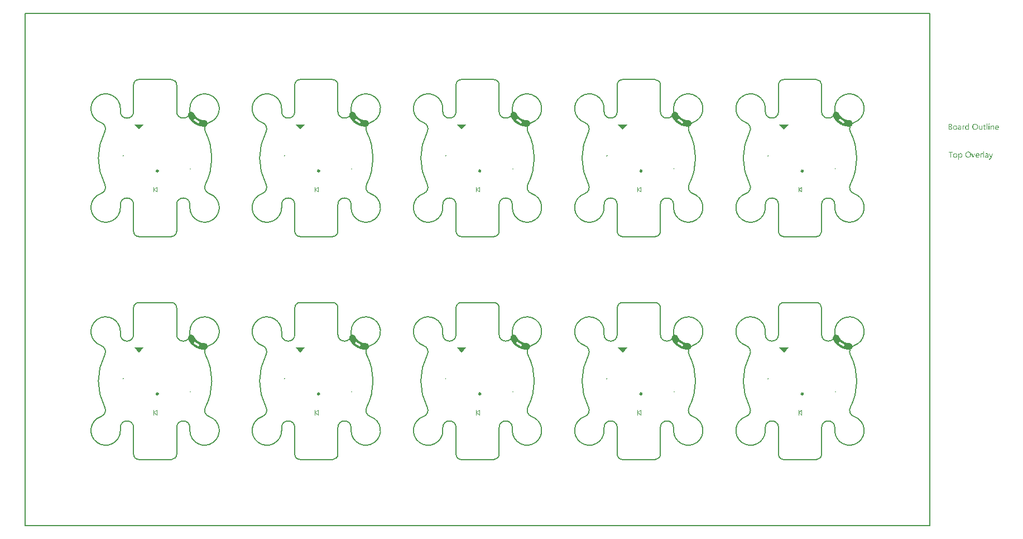
<source format=gto>
G04*
G04 #@! TF.GenerationSoftware,Altium Limited,Altium Designer,21.8.1 (53)*
G04*
G04 Layer_Color=65535*
%FSAX25Y25*%
%MOIN*%
G70*
G04*
G04 #@! TF.SameCoordinates,1CCF7041-1EFB-486E-B6D5-4B62EAFF3753*
G04*
G04*
G04 #@! TF.FilePolarity,Positive*
G04*
G01*
G75*
%ADD25C,0.01181*%
%ADD26C,0.00787*%
%ADD36C,0.00591*%
%ADD37C,0.00394*%
G36*
X0556099Y0220157D02*
X0556124D01*
X0556179Y0220132D01*
X0556210Y0220114D01*
X0556241Y0220089D01*
X0556247Y0220083D01*
X0556254Y0220077D01*
X0556285Y0220040D01*
X0556309Y0219978D01*
X0556316Y0219941D01*
X0556322Y0219903D01*
Y0219897D01*
Y0219885D01*
X0556316Y0219866D01*
X0556309Y0219842D01*
X0556291Y0219780D01*
X0556266Y0219749D01*
X0556241Y0219718D01*
X0556235D01*
X0556229Y0219705D01*
X0556192Y0219681D01*
X0556136Y0219656D01*
X0556099Y0219650D01*
X0556062Y0219643D01*
X0556043D01*
X0556025Y0219650D01*
X0556000D01*
X0555938Y0219674D01*
X0555907Y0219687D01*
X0555876Y0219711D01*
Y0219718D01*
X0555864Y0219724D01*
X0555851Y0219742D01*
X0555839Y0219761D01*
X0555814Y0219823D01*
X0555808Y0219860D01*
X0555802Y0219903D01*
Y0219910D01*
Y0219922D01*
X0555808Y0219941D01*
X0555814Y0219971D01*
X0555833Y0220027D01*
X0555851Y0220058D01*
X0555876Y0220089D01*
X0555882Y0220095D01*
X0555888Y0220101D01*
X0555926Y0220126D01*
X0555987Y0220151D01*
X0556025Y0220163D01*
X0556080D01*
X0556099Y0220157D01*
D02*
G37*
G36*
X0544109Y0216493D02*
X0543707D01*
Y0216914D01*
X0543694D01*
Y0216908D01*
X0543682Y0216895D01*
X0543663Y0216870D01*
X0543645Y0216839D01*
X0543614Y0216802D01*
X0543576Y0216765D01*
X0543533Y0216722D01*
X0543484Y0216678D01*
X0543428Y0216629D01*
X0543360Y0216586D01*
X0543292Y0216548D01*
X0543211Y0216511D01*
X0543131Y0216480D01*
X0543038Y0216456D01*
X0542939Y0216443D01*
X0542834Y0216437D01*
X0542790D01*
X0542753Y0216443D01*
X0542716Y0216449D01*
X0542667Y0216456D01*
X0542561Y0216480D01*
X0542438Y0216517D01*
X0542314Y0216579D01*
X0542246Y0216617D01*
X0542190Y0216660D01*
X0542128Y0216716D01*
X0542072Y0216771D01*
Y0216777D01*
X0542060Y0216790D01*
X0542048Y0216808D01*
X0542029Y0216833D01*
X0542010Y0216864D01*
X0541986Y0216908D01*
X0541961Y0216957D01*
X0541936Y0217013D01*
X0541905Y0217075D01*
X0541880Y0217143D01*
X0541856Y0217217D01*
X0541837Y0217297D01*
X0541819Y0217384D01*
X0541806Y0217483D01*
X0541800Y0217582D01*
X0541794Y0217687D01*
Y0217694D01*
Y0217712D01*
Y0217749D01*
X0541800Y0217793D01*
X0541806Y0217842D01*
X0541812Y0217904D01*
X0541819Y0217972D01*
X0541831Y0218046D01*
X0541868Y0218207D01*
X0541924Y0218374D01*
X0541961Y0218455D01*
X0542004Y0218535D01*
X0542048Y0218610D01*
X0542103Y0218684D01*
X0542109Y0218690D01*
X0542116Y0218703D01*
X0542134Y0218721D01*
X0542159Y0218746D01*
X0542190Y0218771D01*
X0542233Y0218802D01*
X0542277Y0218839D01*
X0542326Y0218876D01*
X0542450Y0218944D01*
X0542592Y0219006D01*
X0542673Y0219024D01*
X0542759Y0219043D01*
X0542846Y0219055D01*
X0542945Y0219062D01*
X0542995D01*
X0543032Y0219055D01*
X0543069Y0219049D01*
X0543118Y0219043D01*
X0543230Y0219012D01*
X0543354Y0218963D01*
X0543415Y0218932D01*
X0543477Y0218888D01*
X0543539Y0218845D01*
X0543595Y0218789D01*
X0543645Y0218727D01*
X0543694Y0218653D01*
X0543707D01*
Y0220213D01*
X0544109D01*
Y0216493D01*
D02*
G37*
G36*
X0558377Y0219055D02*
X0558451Y0219049D01*
X0558544Y0219031D01*
X0558643Y0219000D01*
X0558748Y0218950D01*
X0558853Y0218882D01*
X0558897Y0218845D01*
X0558940Y0218795D01*
X0558952Y0218783D01*
X0558977Y0218746D01*
X0559008Y0218684D01*
X0559052Y0218597D01*
X0559089Y0218492D01*
X0559126Y0218362D01*
X0559151Y0218207D01*
X0559157Y0218028D01*
Y0216493D01*
X0558754D01*
Y0217923D01*
Y0217929D01*
Y0217960D01*
X0558748Y0217997D01*
Y0218046D01*
X0558736Y0218108D01*
X0558723Y0218176D01*
X0558705Y0218251D01*
X0558680Y0218325D01*
X0558649Y0218399D01*
X0558612Y0218467D01*
X0558563Y0218535D01*
X0558507Y0218597D01*
X0558445Y0218647D01*
X0558364Y0218684D01*
X0558278Y0218715D01*
X0558173Y0218721D01*
X0558160D01*
X0558123Y0218715D01*
X0558067Y0218709D01*
X0557999Y0218690D01*
X0557919Y0218665D01*
X0557832Y0218622D01*
X0557752Y0218566D01*
X0557671Y0218492D01*
X0557665Y0218480D01*
X0557640Y0218455D01*
X0557609Y0218405D01*
X0557572Y0218337D01*
X0557535Y0218257D01*
X0557504Y0218158D01*
X0557479Y0218046D01*
X0557473Y0217923D01*
Y0216493D01*
X0557071D01*
Y0219006D01*
X0557473D01*
Y0218585D01*
X0557485D01*
X0557492Y0218591D01*
X0557498Y0218603D01*
X0557516Y0218628D01*
X0557541Y0218659D01*
X0557566Y0218696D01*
X0557603Y0218734D01*
X0557646Y0218777D01*
X0557696Y0218826D01*
X0557752Y0218870D01*
X0557814Y0218913D01*
X0557882Y0218950D01*
X0557956Y0218987D01*
X0558030Y0219018D01*
X0558117Y0219043D01*
X0558210Y0219055D01*
X0558309Y0219062D01*
X0558346D01*
X0558377Y0219055D01*
D02*
G37*
G36*
X0541379Y0219043D02*
X0541453Y0219037D01*
X0541497Y0219024D01*
X0541528Y0219012D01*
Y0218597D01*
X0541521Y0218603D01*
X0541509Y0218610D01*
X0541484Y0218622D01*
X0541453Y0218641D01*
X0541410Y0218653D01*
X0541354Y0218665D01*
X0541292Y0218672D01*
X0541224Y0218678D01*
X0541212D01*
X0541181Y0218672D01*
X0541131Y0218665D01*
X0541076Y0218647D01*
X0541001Y0218616D01*
X0540933Y0218573D01*
X0540859Y0218511D01*
X0540791Y0218430D01*
X0540785Y0218418D01*
X0540766Y0218387D01*
X0540735Y0218331D01*
X0540704Y0218257D01*
X0540673Y0218164D01*
X0540642Y0218046D01*
X0540624Y0217916D01*
X0540618Y0217768D01*
Y0216493D01*
X0540215D01*
Y0219006D01*
X0540618D01*
Y0218486D01*
X0540630D01*
Y0218492D01*
X0540636Y0218498D01*
X0540649Y0218529D01*
X0540667Y0218579D01*
X0540698Y0218641D01*
X0540729Y0218703D01*
X0540779Y0218771D01*
X0540828Y0218839D01*
X0540890Y0218901D01*
X0540896Y0218907D01*
X0540921Y0218925D01*
X0540958Y0218950D01*
X0541008Y0218975D01*
X0541063Y0219000D01*
X0541131Y0219024D01*
X0541206Y0219043D01*
X0541286Y0219049D01*
X0541342D01*
X0541379Y0219043D01*
D02*
G37*
G36*
X0464928Y0227209D02*
X0465045Y0227195D01*
X0465160Y0227175D01*
X0465274Y0227148D01*
X0465387Y0227113D01*
X0465497Y0227072D01*
X0465604Y0227025D01*
X0465708Y0226971D01*
X0465809Y0226911D01*
X0465906Y0226845D01*
X0465999Y0226773D01*
X0466088Y0226696D01*
X0466171Y0226614D01*
X0466250Y0226526D01*
X0466323Y0226434D01*
X0466390Y0226338D01*
X0466452Y0226238D01*
X0466507Y0226134D01*
X0466514Y0226119D01*
X0466514Y0226119D01*
X0466603Y0225941D01*
X0466711Y0225742D01*
X0466825Y0225546D01*
X0466946Y0225355D01*
X0467072Y0225167D01*
X0467205Y0224984D01*
X0467344Y0224805D01*
X0467488Y0224631D01*
X0467639Y0224462D01*
X0467794Y0224297D01*
X0467955Y0224138D01*
X0468121Y0223984D01*
X0468292Y0223836D01*
X0468468Y0223693D01*
X0468648Y0223557D01*
X0468833Y0223426D01*
X0469022Y0223301D01*
X0469214Y0223183D01*
X0469411Y0223071D01*
X0469611Y0222965D01*
X0469815Y0222866D01*
X0470021Y0222774D01*
X0470231Y0222688D01*
X0470443Y0222610D01*
X0470658Y0222538D01*
X0470875Y0222474D01*
X0471094Y0222416D01*
X0471314Y0222366D01*
X0471536Y0222323D01*
X0471760Y0222288D01*
X0471984Y0222259D01*
X0472210Y0222238D01*
X0472436Y0222225D01*
X0472659Y0222219D01*
X0472659Y0222219D01*
X0472682Y0222219D01*
X0472799Y0222213D01*
X0472916Y0222199D01*
X0473032Y0222179D01*
X0473146Y0222152D01*
X0473258Y0222117D01*
X0473368Y0222077D01*
X0473476Y0222029D01*
X0473580Y0221975D01*
X0473681Y0221915D01*
X0473778Y0221849D01*
X0473871Y0221777D01*
X0473959Y0221700D01*
X0474043Y0221618D01*
X0474121Y0221530D01*
X0474194Y0221438D01*
X0474262Y0221342D01*
X0474323Y0221242D01*
X0474378Y0221139D01*
X0474427Y0221032D01*
X0474469Y0220922D01*
X0474505Y0220811D01*
X0474534Y0220697D01*
X0474556Y0220582D01*
X0474571Y0220465D01*
X0474579Y0220348D01*
X0474579Y0220231D01*
X0474573Y0220113D01*
X0474560Y0219997D01*
X0474539Y0219881D01*
X0474512Y0219767D01*
X0474478Y0219655D01*
X0474437Y0219545D01*
X0474390Y0219437D01*
X0474336Y0219333D01*
X0474276Y0219232D01*
X0474210Y0219135D01*
X0474138Y0219042D01*
X0474061Y0218954D01*
X0473978Y0218870D01*
X0473891Y0218792D01*
X0473799Y0218719D01*
X0473703Y0218651D01*
X0473603Y0218590D01*
X0473499Y0218535D01*
X0473392Y0218486D01*
X0473283Y0218443D01*
X0473171Y0218408D01*
X0473057Y0218379D01*
X0472942Y0218357D01*
X0472825Y0218342D01*
X0472708Y0218334D01*
X0472614Y0218334D01*
X0472614Y0218334D01*
X0472461Y0218336D01*
X0472169Y0218347D01*
X0471877Y0218366D01*
X0471586Y0218394D01*
X0471295Y0218429D01*
X0471006Y0218472D01*
X0470718Y0218523D01*
X0470431Y0218581D01*
X0470146Y0218648D01*
X0469863Y0218722D01*
X0469582Y0218803D01*
X0469304Y0218892D01*
X0469028Y0218989D01*
X0468754Y0219093D01*
X0468484Y0219205D01*
X0468217Y0219324D01*
X0467953Y0219450D01*
X0467692Y0219583D01*
X0467435Y0219723D01*
X0467182Y0219870D01*
X0466934Y0220024D01*
X0466689Y0220184D01*
X0466449Y0220351D01*
X0466213Y0220525D01*
X0465983Y0220705D01*
X0465757Y0220891D01*
X0465536Y0221083D01*
X0465321Y0221281D01*
X0465111Y0221484D01*
X0464907Y0221694D01*
X0464708Y0221908D01*
X0464515Y0222129D01*
X0464328Y0222354D01*
X0464148Y0222584D01*
X0463974Y0222819D01*
X0463806Y0223059D01*
X0463645Y0223303D01*
X0463490Y0223551D01*
X0463342Y0223803D01*
X0463202Y0224060D01*
X0463068Y0224320D01*
X0463017Y0224425D01*
X0463017Y0224425D01*
X0462975Y0224516D01*
X0462932Y0224626D01*
X0462897Y0224738D01*
X0462868Y0224851D01*
X0462846Y0224967D01*
X0462831Y0225083D01*
X0462823Y0225200D01*
X0462822Y0225318D01*
X0462829Y0225435D01*
X0462842Y0225552D01*
X0462862Y0225667D01*
X0462890Y0225781D01*
X0462924Y0225894D01*
X0462965Y0226004D01*
X0463012Y0226111D01*
X0463066Y0226215D01*
X0463126Y0226316D01*
X0463192Y0226413D01*
X0463264Y0226506D01*
X0463341Y0226595D01*
X0463424Y0226678D01*
X0463511Y0226757D01*
X0463603Y0226830D01*
X0463699Y0226897D01*
X0463799Y0226958D01*
X0463903Y0227014D01*
X0464010Y0227063D01*
X0464119Y0227105D01*
X0464231Y0227140D01*
X0464345Y0227169D01*
X0464460Y0227191D01*
X0464576Y0227206D01*
X0464693Y0227214D01*
X0464811Y0227215D01*
X0464928Y0227209D01*
D02*
G37*
G36*
X0368629D02*
X0368745Y0227195D01*
X0368861Y0227175D01*
X0368975Y0227148D01*
X0369088Y0227113D01*
X0369198Y0227072D01*
X0369305Y0227025D01*
X0369409Y0226971D01*
X0369510Y0226911D01*
X0369607Y0226845D01*
X0369700Y0226773D01*
X0369789Y0226696D01*
X0369872Y0226614D01*
X0369951Y0226526D01*
X0370023Y0226434D01*
X0370091Y0226338D01*
X0370152Y0226238D01*
X0370208Y0226134D01*
X0370215Y0226119D01*
X0370215Y0226119D01*
X0370304Y0225941D01*
X0370412Y0225742D01*
X0370526Y0225546D01*
X0370646Y0225355D01*
X0370773Y0225167D01*
X0370906Y0224984D01*
X0371045Y0224805D01*
X0371189Y0224631D01*
X0371339Y0224462D01*
X0371495Y0224297D01*
X0371656Y0224138D01*
X0371822Y0223984D01*
X0371993Y0223836D01*
X0372168Y0223693D01*
X0372349Y0223557D01*
X0372533Y0223426D01*
X0372722Y0223301D01*
X0372915Y0223183D01*
X0373112Y0223071D01*
X0373312Y0222965D01*
X0373515Y0222866D01*
X0373722Y0222774D01*
X0373932Y0222688D01*
X0374144Y0222610D01*
X0374359Y0222538D01*
X0374575Y0222474D01*
X0374794Y0222416D01*
X0375015Y0222366D01*
X0375237Y0222323D01*
X0375461Y0222288D01*
X0375685Y0222259D01*
X0375911Y0222238D01*
X0376136Y0222225D01*
X0376360Y0222219D01*
X0376360Y0222219D01*
X0376383Y0222219D01*
X0376500Y0222213D01*
X0376617Y0222199D01*
X0376732Y0222179D01*
X0376847Y0222152D01*
X0376959Y0222117D01*
X0377069Y0222077D01*
X0377176Y0222029D01*
X0377281Y0221975D01*
X0377382Y0221915D01*
X0377479Y0221849D01*
X0377572Y0221777D01*
X0377660Y0221700D01*
X0377744Y0221618D01*
X0377822Y0221530D01*
X0377895Y0221438D01*
X0377962Y0221342D01*
X0378024Y0221242D01*
X0378079Y0221139D01*
X0378128Y0221032D01*
X0378170Y0220922D01*
X0378206Y0220811D01*
X0378235Y0220697D01*
X0378257Y0220582D01*
X0378272Y0220465D01*
X0378279Y0220348D01*
X0378280Y0220231D01*
X0378274Y0220113D01*
X0378261Y0219997D01*
X0378240Y0219881D01*
X0378213Y0219767D01*
X0378179Y0219655D01*
X0378138Y0219545D01*
X0378090Y0219437D01*
X0378036Y0219333D01*
X0377976Y0219232D01*
X0377910Y0219135D01*
X0377839Y0219042D01*
X0377761Y0218954D01*
X0377679Y0218870D01*
X0377592Y0218792D01*
X0377500Y0218719D01*
X0377403Y0218651D01*
X0377303Y0218590D01*
X0377200Y0218535D01*
X0377093Y0218486D01*
X0376984Y0218443D01*
X0376872Y0218408D01*
X0376758Y0218379D01*
X0376643Y0218357D01*
X0376526Y0218342D01*
X0376409Y0218334D01*
X0376315Y0218334D01*
X0376315Y0218334D01*
X0376162Y0218336D01*
X0375870Y0218347D01*
X0375578Y0218366D01*
X0375286Y0218394D01*
X0374996Y0218429D01*
X0374707Y0218472D01*
X0374419Y0218523D01*
X0374132Y0218581D01*
X0373847Y0218648D01*
X0373564Y0218722D01*
X0373283Y0218803D01*
X0373005Y0218892D01*
X0372728Y0218989D01*
X0372455Y0219093D01*
X0372185Y0219205D01*
X0371917Y0219324D01*
X0371653Y0219450D01*
X0371393Y0219583D01*
X0371136Y0219723D01*
X0370883Y0219870D01*
X0370634Y0220024D01*
X0370390Y0220184D01*
X0370150Y0220351D01*
X0369914Y0220525D01*
X0369683Y0220705D01*
X0369458Y0220891D01*
X0369237Y0221083D01*
X0369022Y0221281D01*
X0368812Y0221484D01*
X0368607Y0221694D01*
X0368409Y0221908D01*
X0368216Y0222129D01*
X0368029Y0222354D01*
X0367849Y0222584D01*
X0367675Y0222819D01*
X0367507Y0223059D01*
X0367345Y0223303D01*
X0367191Y0223551D01*
X0367043Y0223803D01*
X0366902Y0224060D01*
X0366768Y0224320D01*
X0366718Y0224425D01*
X0366717Y0224425D01*
X0366676Y0224516D01*
X0366633Y0224626D01*
X0366598Y0224738D01*
X0366569Y0224851D01*
X0366547Y0224967D01*
X0366532Y0225083D01*
X0366524Y0225200D01*
X0366523Y0225318D01*
X0366529Y0225435D01*
X0366543Y0225552D01*
X0366563Y0225667D01*
X0366590Y0225781D01*
X0366625Y0225894D01*
X0366666Y0226004D01*
X0366713Y0226111D01*
X0366767Y0226215D01*
X0366827Y0226316D01*
X0366893Y0226413D01*
X0366965Y0226506D01*
X0367042Y0226595D01*
X0367125Y0226678D01*
X0367212Y0226757D01*
X0367304Y0226830D01*
X0367400Y0226897D01*
X0367500Y0226958D01*
X0367603Y0227014D01*
X0367710Y0227063D01*
X0367820Y0227105D01*
X0367932Y0227140D01*
X0368045Y0227169D01*
X0368161Y0227191D01*
X0368277Y0227206D01*
X0368394Y0227214D01*
X0368512Y0227215D01*
X0368629Y0227209D01*
D02*
G37*
G36*
X0272330D02*
X0272446Y0227195D01*
X0272562Y0227175D01*
X0272676Y0227148D01*
X0272788Y0227113D01*
X0272898Y0227072D01*
X0273006Y0227025D01*
X0273110Y0226971D01*
X0273211Y0226911D01*
X0273308Y0226845D01*
X0273401Y0226773D01*
X0273489Y0226696D01*
X0273573Y0226614D01*
X0273651Y0226526D01*
X0273724Y0226434D01*
X0273792Y0226338D01*
X0273853Y0226238D01*
X0273908Y0226134D01*
X0273915Y0226119D01*
X0273915Y0226119D01*
X0274005Y0225941D01*
X0274112Y0225742D01*
X0274227Y0225546D01*
X0274347Y0225355D01*
X0274474Y0225167D01*
X0274607Y0224984D01*
X0274745Y0224805D01*
X0274890Y0224631D01*
X0275040Y0224462D01*
X0275196Y0224297D01*
X0275357Y0224138D01*
X0275523Y0223984D01*
X0275694Y0223836D01*
X0275869Y0223693D01*
X0276050Y0223557D01*
X0276234Y0223426D01*
X0276423Y0223301D01*
X0276616Y0223183D01*
X0276813Y0223071D01*
X0277013Y0222965D01*
X0277216Y0222866D01*
X0277423Y0222774D01*
X0277632Y0222688D01*
X0277845Y0222610D01*
X0278059Y0222538D01*
X0278276Y0222474D01*
X0278495Y0222416D01*
X0278716Y0222366D01*
X0278938Y0222323D01*
X0279162Y0222288D01*
X0279386Y0222259D01*
X0279611Y0222238D01*
X0279837Y0222225D01*
X0280060Y0222219D01*
X0280060Y0222219D01*
X0280084Y0222219D01*
X0280201Y0222213D01*
X0280318Y0222199D01*
X0280433Y0222179D01*
X0280547Y0222152D01*
X0280660Y0222117D01*
X0280770Y0222077D01*
X0280877Y0222029D01*
X0280981Y0221975D01*
X0281082Y0221915D01*
X0281179Y0221849D01*
X0281272Y0221777D01*
X0281361Y0221700D01*
X0281444Y0221618D01*
X0281523Y0221530D01*
X0281596Y0221438D01*
X0281663Y0221342D01*
X0281724Y0221242D01*
X0281780Y0221139D01*
X0281829Y0221032D01*
X0281871Y0220922D01*
X0281907Y0220811D01*
X0281936Y0220697D01*
X0281957Y0220582D01*
X0281972Y0220465D01*
X0281980Y0220348D01*
X0281981Y0220231D01*
X0281975Y0220113D01*
X0281961Y0219997D01*
X0281941Y0219881D01*
X0281914Y0219767D01*
X0281879Y0219655D01*
X0281839Y0219545D01*
X0281791Y0219437D01*
X0281737Y0219333D01*
X0281677Y0219232D01*
X0281611Y0219135D01*
X0281539Y0219042D01*
X0281462Y0218954D01*
X0281380Y0218870D01*
X0281292Y0218792D01*
X0281200Y0218719D01*
X0281104Y0218651D01*
X0281004Y0218590D01*
X0280901Y0218535D01*
X0280794Y0218486D01*
X0280684Y0218443D01*
X0280573Y0218408D01*
X0280459Y0218379D01*
X0280344Y0218357D01*
X0280227Y0218342D01*
X0280110Y0218334D01*
X0280016Y0218334D01*
X0280016Y0218334D01*
X0279863Y0218336D01*
X0279570Y0218347D01*
X0279278Y0218366D01*
X0278987Y0218394D01*
X0278697Y0218429D01*
X0278407Y0218472D01*
X0278119Y0218523D01*
X0277833Y0218581D01*
X0277548Y0218648D01*
X0277265Y0218722D01*
X0276984Y0218803D01*
X0276705Y0218892D01*
X0276429Y0218989D01*
X0276156Y0219093D01*
X0275885Y0219205D01*
X0275618Y0219324D01*
X0275354Y0219450D01*
X0275094Y0219583D01*
X0274837Y0219723D01*
X0274584Y0219870D01*
X0274335Y0220024D01*
X0274091Y0220184D01*
X0273850Y0220351D01*
X0273615Y0220525D01*
X0273384Y0220705D01*
X0273158Y0220891D01*
X0272938Y0221083D01*
X0272722Y0221281D01*
X0272512Y0221484D01*
X0272308Y0221694D01*
X0272110Y0221908D01*
X0271917Y0222129D01*
X0271730Y0222354D01*
X0271550Y0222584D01*
X0271375Y0222819D01*
X0271207Y0223059D01*
X0271046Y0223303D01*
X0270892Y0223551D01*
X0270744Y0223803D01*
X0270603Y0224060D01*
X0270469Y0224320D01*
X0270419Y0224425D01*
X0270418Y0224425D01*
X0270376Y0224516D01*
X0270334Y0224626D01*
X0270298Y0224738D01*
X0270269Y0224851D01*
X0270248Y0224967D01*
X0270233Y0225083D01*
X0270225Y0225200D01*
X0270224Y0225318D01*
X0270230Y0225435D01*
X0270244Y0225552D01*
X0270264Y0225667D01*
X0270291Y0225781D01*
X0270325Y0225894D01*
X0270366Y0226004D01*
X0270414Y0226111D01*
X0270468Y0226215D01*
X0270528Y0226316D01*
X0270594Y0226413D01*
X0270666Y0226506D01*
X0270743Y0226595D01*
X0270825Y0226678D01*
X0270913Y0226757D01*
X0271005Y0226830D01*
X0271101Y0226897D01*
X0271201Y0226958D01*
X0271304Y0227014D01*
X0271411Y0227063D01*
X0271520Y0227105D01*
X0271632Y0227140D01*
X0271746Y0227169D01*
X0271862Y0227191D01*
X0271978Y0227206D01*
X0272095Y0227214D01*
X0272212Y0227215D01*
X0272330Y0227209D01*
D02*
G37*
G36*
X0176030D02*
X0176147Y0227195D01*
X0176263Y0227175D01*
X0176377Y0227148D01*
X0176489Y0227113D01*
X0176599Y0227072D01*
X0176707Y0227025D01*
X0176811Y0226971D01*
X0176912Y0226911D01*
X0177009Y0226845D01*
X0177102Y0226773D01*
X0177190Y0226696D01*
X0177274Y0226614D01*
X0177352Y0226526D01*
X0177425Y0226434D01*
X0177492Y0226338D01*
X0177554Y0226238D01*
X0177609Y0226134D01*
X0177616Y0226119D01*
X0177616Y0226119D01*
X0177705Y0225941D01*
X0177813Y0225742D01*
X0177927Y0225546D01*
X0178048Y0225355D01*
X0178175Y0225167D01*
X0178307Y0224984D01*
X0178446Y0224805D01*
X0178591Y0224631D01*
X0178741Y0224462D01*
X0178896Y0224297D01*
X0179057Y0224138D01*
X0179223Y0223984D01*
X0179394Y0223836D01*
X0179570Y0223693D01*
X0179750Y0223557D01*
X0179935Y0223426D01*
X0180124Y0223301D01*
X0180317Y0223183D01*
X0180513Y0223071D01*
X0180713Y0222965D01*
X0180917Y0222866D01*
X0181124Y0222774D01*
X0181333Y0222688D01*
X0181545Y0222610D01*
X0181760Y0222538D01*
X0181977Y0222474D01*
X0182196Y0222416D01*
X0182417Y0222366D01*
X0182639Y0222323D01*
X0182862Y0222288D01*
X0183087Y0222259D01*
X0183312Y0222238D01*
X0183538Y0222225D01*
X0183761Y0222219D01*
X0183761Y0222219D01*
X0183785Y0222219D01*
X0183902Y0222213D01*
X0184018Y0222199D01*
X0184134Y0222179D01*
X0184248Y0222152D01*
X0184361Y0222117D01*
X0184471Y0222077D01*
X0184578Y0222029D01*
X0184682Y0221975D01*
X0184783Y0221915D01*
X0184880Y0221849D01*
X0184973Y0221777D01*
X0185062Y0221700D01*
X0185145Y0221618D01*
X0185223Y0221530D01*
X0185296Y0221438D01*
X0185364Y0221342D01*
X0185425Y0221242D01*
X0185480Y0221139D01*
X0185529Y0221032D01*
X0185572Y0220922D01*
X0185607Y0220811D01*
X0185636Y0220697D01*
X0185658Y0220582D01*
X0185673Y0220465D01*
X0185681Y0220348D01*
X0185682Y0220231D01*
X0185676Y0220113D01*
X0185662Y0219997D01*
X0185642Y0219881D01*
X0185614Y0219767D01*
X0185580Y0219655D01*
X0185539Y0219545D01*
X0185492Y0219437D01*
X0185438Y0219333D01*
X0185378Y0219232D01*
X0185312Y0219135D01*
X0185240Y0219042D01*
X0185163Y0218954D01*
X0185081Y0218870D01*
X0184993Y0218792D01*
X0184901Y0218719D01*
X0184805Y0218651D01*
X0184705Y0218590D01*
X0184601Y0218535D01*
X0184495Y0218486D01*
X0184385Y0218443D01*
X0184273Y0218408D01*
X0184160Y0218379D01*
X0184044Y0218357D01*
X0183928Y0218342D01*
X0183811Y0218334D01*
X0183717Y0218334D01*
X0183717Y0218334D01*
X0183563Y0218336D01*
X0183271Y0218347D01*
X0182979Y0218366D01*
X0182688Y0218394D01*
X0182398Y0218429D01*
X0182108Y0218472D01*
X0181820Y0218523D01*
X0181534Y0218581D01*
X0181249Y0218648D01*
X0180966Y0218722D01*
X0180685Y0218803D01*
X0180406Y0218892D01*
X0180130Y0218989D01*
X0179857Y0219093D01*
X0179586Y0219205D01*
X0179319Y0219324D01*
X0179055Y0219450D01*
X0178794Y0219583D01*
X0178538Y0219723D01*
X0178285Y0219870D01*
X0178036Y0220024D01*
X0177791Y0220184D01*
X0177551Y0220351D01*
X0177316Y0220525D01*
X0177085Y0220705D01*
X0176859Y0220891D01*
X0176638Y0221083D01*
X0176423Y0221281D01*
X0176213Y0221484D01*
X0176009Y0221694D01*
X0175810Y0221908D01*
X0175618Y0222129D01*
X0175431Y0222354D01*
X0175250Y0222584D01*
X0175076Y0222819D01*
X0174908Y0223059D01*
X0174747Y0223303D01*
X0174592Y0223551D01*
X0174445Y0223803D01*
X0174304Y0224060D01*
X0174170Y0224320D01*
X0174119Y0224425D01*
X0174119Y0224425D01*
X0174077Y0224516D01*
X0174035Y0224626D01*
X0173999Y0224738D01*
X0173970Y0224851D01*
X0173948Y0224967D01*
X0173933Y0225083D01*
X0173925Y0225200D01*
X0173925Y0225318D01*
X0173931Y0225435D01*
X0173944Y0225552D01*
X0173965Y0225667D01*
X0173992Y0225781D01*
X0174026Y0225894D01*
X0174067Y0226004D01*
X0174115Y0226111D01*
X0174168Y0226215D01*
X0174229Y0226316D01*
X0174294Y0226413D01*
X0174366Y0226506D01*
X0174444Y0226595D01*
X0174526Y0226678D01*
X0174613Y0226757D01*
X0174705Y0226830D01*
X0174801Y0226897D01*
X0174901Y0226958D01*
X0175005Y0227014D01*
X0175112Y0227063D01*
X0175221Y0227105D01*
X0175333Y0227140D01*
X0175447Y0227169D01*
X0175562Y0227191D01*
X0175679Y0227206D01*
X0175796Y0227214D01*
X0175913Y0227215D01*
X0176030Y0227209D01*
D02*
G37*
G36*
X0079731D02*
X0079848Y0227195D01*
X0079963Y0227175D01*
X0080078Y0227148D01*
X0080190Y0227113D01*
X0080300Y0227072D01*
X0080407Y0227025D01*
X0080512Y0226971D01*
X0080612Y0226911D01*
X0080710Y0226845D01*
X0080802Y0226773D01*
X0080891Y0226696D01*
X0080974Y0226614D01*
X0081053Y0226526D01*
X0081126Y0226434D01*
X0081193Y0226338D01*
X0081255Y0226238D01*
X0081310Y0226134D01*
X0081317Y0226119D01*
X0081317Y0226119D01*
X0081406Y0225941D01*
X0081514Y0225742D01*
X0081628Y0225546D01*
X0081749Y0225355D01*
X0081875Y0225167D01*
X0082008Y0224984D01*
X0082147Y0224805D01*
X0082292Y0224631D01*
X0082442Y0224462D01*
X0082597Y0224297D01*
X0082758Y0224138D01*
X0082924Y0223984D01*
X0083095Y0223836D01*
X0083271Y0223693D01*
X0083451Y0223557D01*
X0083636Y0223426D01*
X0083825Y0223301D01*
X0084017Y0223183D01*
X0084214Y0223071D01*
X0084414Y0222965D01*
X0084618Y0222866D01*
X0084824Y0222774D01*
X0085034Y0222688D01*
X0085246Y0222610D01*
X0085461Y0222538D01*
X0085678Y0222474D01*
X0085897Y0222416D01*
X0086117Y0222366D01*
X0086340Y0222323D01*
X0086563Y0222288D01*
X0086788Y0222259D01*
X0087013Y0222238D01*
X0087239Y0222225D01*
X0087462Y0222219D01*
X0087462Y0222219D01*
X0087485Y0222219D01*
X0087603Y0222213D01*
X0087719Y0222199D01*
X0087835Y0222179D01*
X0087949Y0222152D01*
X0088061Y0222117D01*
X0088171Y0222077D01*
X0088279Y0222029D01*
X0088383Y0221975D01*
X0088484Y0221915D01*
X0088581Y0221849D01*
X0088674Y0221777D01*
X0088762Y0221700D01*
X0088846Y0221618D01*
X0088924Y0221530D01*
X0088997Y0221438D01*
X0089065Y0221342D01*
X0089126Y0221242D01*
X0089181Y0221139D01*
X0089230Y0221032D01*
X0089272Y0220922D01*
X0089308Y0220811D01*
X0089337Y0220697D01*
X0089359Y0220582D01*
X0089374Y0220465D01*
X0089382Y0220348D01*
X0089383Y0220231D01*
X0089376Y0220113D01*
X0089363Y0219997D01*
X0089342Y0219881D01*
X0089315Y0219767D01*
X0089281Y0219655D01*
X0089240Y0219545D01*
X0089193Y0219437D01*
X0089139Y0219333D01*
X0089079Y0219232D01*
X0089013Y0219135D01*
X0088941Y0219042D01*
X0088864Y0218954D01*
X0088781Y0218870D01*
X0088694Y0218792D01*
X0088602Y0218719D01*
X0088506Y0218651D01*
X0088406Y0218590D01*
X0088302Y0218535D01*
X0088196Y0218486D01*
X0088086Y0218443D01*
X0087974Y0218408D01*
X0087860Y0218379D01*
X0087745Y0218357D01*
X0087629Y0218342D01*
X0087511Y0218334D01*
X0087418Y0218334D01*
X0087418Y0218334D01*
X0087264Y0218336D01*
X0086972Y0218347D01*
X0086680Y0218366D01*
X0086389Y0218394D01*
X0086098Y0218429D01*
X0085809Y0218472D01*
X0085521Y0218523D01*
X0085234Y0218581D01*
X0084949Y0218648D01*
X0084666Y0218722D01*
X0084386Y0218803D01*
X0084107Y0218892D01*
X0083831Y0218989D01*
X0083557Y0219093D01*
X0083287Y0219205D01*
X0083020Y0219324D01*
X0082756Y0219450D01*
X0082495Y0219583D01*
X0082238Y0219723D01*
X0081985Y0219870D01*
X0081737Y0220024D01*
X0081492Y0220184D01*
X0081252Y0220351D01*
X0081016Y0220525D01*
X0080786Y0220705D01*
X0080560Y0220891D01*
X0080339Y0221083D01*
X0080124Y0221281D01*
X0079914Y0221484D01*
X0079710Y0221694D01*
X0079511Y0221908D01*
X0079318Y0222129D01*
X0079132Y0222354D01*
X0078951Y0222584D01*
X0078777Y0222819D01*
X0078609Y0223059D01*
X0078448Y0223303D01*
X0078293Y0223551D01*
X0078145Y0223803D01*
X0078005Y0224060D01*
X0077871Y0224320D01*
X0077820Y0224425D01*
X0077820Y0224425D01*
X0077778Y0224516D01*
X0077736Y0224626D01*
X0077700Y0224738D01*
X0077671Y0224851D01*
X0077649Y0224967D01*
X0077634Y0225083D01*
X0077626Y0225200D01*
X0077626Y0225318D01*
X0077632Y0225435D01*
X0077645Y0225552D01*
X0077666Y0225667D01*
X0077693Y0225781D01*
X0077727Y0225894D01*
X0077768Y0226004D01*
X0077815Y0226111D01*
X0077869Y0226215D01*
X0077929Y0226316D01*
X0077995Y0226413D01*
X0078067Y0226506D01*
X0078144Y0226595D01*
X0078227Y0226678D01*
X0078314Y0226757D01*
X0078406Y0226830D01*
X0078502Y0226897D01*
X0078602Y0226958D01*
X0078706Y0227014D01*
X0078813Y0227063D01*
X0078922Y0227105D01*
X0079034Y0227140D01*
X0079148Y0227169D01*
X0079263Y0227191D01*
X0079379Y0227206D01*
X0079497Y0227214D01*
X0079614Y0227215D01*
X0079731Y0227209D01*
D02*
G37*
G36*
X0552119Y0216493D02*
X0551716D01*
Y0216889D01*
X0551704D01*
Y0216883D01*
X0551692Y0216870D01*
X0551679Y0216846D01*
X0551654Y0216821D01*
X0551599Y0216746D01*
X0551512Y0216666D01*
X0551463Y0216623D01*
X0551407Y0216579D01*
X0551345Y0216542D01*
X0551271Y0216505D01*
X0551196Y0216480D01*
X0551116Y0216456D01*
X0551023Y0216443D01*
X0550930Y0216437D01*
X0550893D01*
X0550850Y0216443D01*
X0550788Y0216456D01*
X0550720Y0216468D01*
X0550645Y0216493D01*
X0550565Y0216524D01*
X0550485Y0216573D01*
X0550398Y0216629D01*
X0550317Y0216697D01*
X0550243Y0216784D01*
X0550175Y0216889D01*
X0550113Y0217006D01*
X0550070Y0217149D01*
X0550045Y0217316D01*
X0550033Y0217403D01*
Y0217502D01*
Y0219006D01*
X0550429D01*
Y0217564D01*
Y0217557D01*
Y0217533D01*
X0550435Y0217489D01*
X0550441Y0217440D01*
X0550447Y0217378D01*
X0550460Y0217316D01*
X0550478Y0217242D01*
X0550503Y0217167D01*
X0550540Y0217093D01*
X0550577Y0217025D01*
X0550627Y0216957D01*
X0550689Y0216895D01*
X0550757Y0216846D01*
X0550837Y0216808D01*
X0550936Y0216777D01*
X0551042Y0216771D01*
X0551054D01*
X0551091Y0216777D01*
X0551147Y0216784D01*
X0551209Y0216796D01*
X0551289Y0216827D01*
X0551370Y0216864D01*
X0551450Y0216914D01*
X0551524Y0216988D01*
X0551531Y0217000D01*
X0551555Y0217025D01*
X0551586Y0217075D01*
X0551623Y0217143D01*
X0551654Y0217223D01*
X0551685Y0217322D01*
X0551710Y0217434D01*
X0551716Y0217557D01*
Y0219006D01*
X0552119D01*
Y0216493D01*
D02*
G37*
G36*
X0556254D02*
X0555851D01*
Y0219006D01*
X0556254D01*
Y0216493D01*
D02*
G37*
G36*
X0555034D02*
X0554632D01*
Y0220213D01*
X0555034D01*
Y0216493D01*
D02*
G37*
G36*
X0538655Y0219055D02*
X0538711Y0219049D01*
X0538779Y0219031D01*
X0538854Y0219012D01*
X0538934Y0218981D01*
X0539021Y0218944D01*
X0539101Y0218895D01*
X0539182Y0218832D01*
X0539256Y0218758D01*
X0539324Y0218665D01*
X0539380Y0218560D01*
X0539423Y0218436D01*
X0539448Y0218294D01*
X0539460Y0218127D01*
Y0216493D01*
X0539058D01*
Y0216883D01*
X0539045D01*
Y0216877D01*
X0539033Y0216864D01*
X0539021Y0216839D01*
X0538996Y0216815D01*
X0538934Y0216740D01*
X0538854Y0216660D01*
X0538742Y0216579D01*
X0538612Y0216505D01*
X0538532Y0216480D01*
X0538451Y0216456D01*
X0538365Y0216443D01*
X0538272Y0216437D01*
X0538235D01*
X0538210Y0216443D01*
X0538142Y0216449D01*
X0538061Y0216462D01*
X0537962Y0216487D01*
X0537869Y0216517D01*
X0537770Y0216567D01*
X0537684Y0216629D01*
X0537677Y0216641D01*
X0537653Y0216666D01*
X0537615Y0216709D01*
X0537578Y0216771D01*
X0537541Y0216846D01*
X0537504Y0216932D01*
X0537479Y0217037D01*
X0537473Y0217155D01*
Y0217161D01*
Y0217186D01*
X0537479Y0217223D01*
X0537486Y0217267D01*
X0537498Y0217322D01*
X0537516Y0217384D01*
X0537541Y0217452D01*
X0537578Y0217520D01*
X0537622Y0217595D01*
X0537677Y0217669D01*
X0537746Y0217737D01*
X0537826Y0217799D01*
X0537919Y0217861D01*
X0538030Y0217910D01*
X0538154Y0217947D01*
X0538303Y0217978D01*
X0539058Y0218084D01*
Y0218090D01*
Y0218108D01*
X0539052Y0218145D01*
Y0218183D01*
X0539039Y0218232D01*
X0539033Y0218288D01*
X0538996Y0218405D01*
X0538965Y0218461D01*
X0538934Y0218517D01*
X0538891Y0218573D01*
X0538841Y0218622D01*
X0538779Y0218665D01*
X0538711Y0218696D01*
X0538631Y0218715D01*
X0538538Y0218721D01*
X0538494D01*
X0538463Y0218715D01*
X0538420D01*
X0538377Y0218703D01*
X0538266Y0218684D01*
X0538142Y0218647D01*
X0538005Y0218591D01*
X0537931Y0218554D01*
X0537863Y0218517D01*
X0537789Y0218467D01*
X0537721Y0218412D01*
Y0218826D01*
X0537727D01*
X0537739Y0218839D01*
X0537758Y0218851D01*
X0537789Y0218864D01*
X0537820Y0218882D01*
X0537863Y0218901D01*
X0537913Y0218919D01*
X0537968Y0218944D01*
X0538092Y0218987D01*
X0538241Y0219024D01*
X0538402Y0219049D01*
X0538575Y0219062D01*
X0538612D01*
X0538655Y0219055D01*
D02*
G37*
G36*
X0532967Y0220003D02*
X0533010D01*
X0533053Y0219996D01*
X0533152Y0219984D01*
X0533270Y0219953D01*
X0533394Y0219916D01*
X0533511Y0219860D01*
X0533617Y0219786D01*
X0533623D01*
X0533629Y0219773D01*
X0533660Y0219749D01*
X0533703Y0219699D01*
X0533753Y0219631D01*
X0533796Y0219544D01*
X0533840Y0219445D01*
X0533871Y0219334D01*
X0533883Y0219272D01*
Y0219204D01*
Y0219198D01*
Y0219192D01*
Y0219154D01*
X0533877Y0219099D01*
X0533864Y0219031D01*
X0533846Y0218944D01*
X0533815Y0218857D01*
X0533778Y0218771D01*
X0533722Y0218684D01*
X0533716Y0218672D01*
X0533691Y0218647D01*
X0533654Y0218610D01*
X0533604Y0218560D01*
X0533542Y0218511D01*
X0533468Y0218455D01*
X0533375Y0218412D01*
X0533276Y0218368D01*
Y0218362D01*
X0533295D01*
X0533314Y0218356D01*
X0533332Y0218350D01*
X0533400Y0218337D01*
X0533481Y0218313D01*
X0533567Y0218275D01*
X0533660Y0218232D01*
X0533753Y0218170D01*
X0533840Y0218090D01*
X0533852Y0218077D01*
X0533877Y0218046D01*
X0533908Y0218003D01*
X0533951Y0217935D01*
X0533988Y0217848D01*
X0534025Y0217749D01*
X0534050Y0217632D01*
X0534056Y0217502D01*
Y0217495D01*
Y0217483D01*
Y0217458D01*
X0534050Y0217427D01*
X0534044Y0217390D01*
X0534038Y0217347D01*
X0534013Y0217242D01*
X0533976Y0217124D01*
X0533920Y0217000D01*
X0533883Y0216945D01*
X0533840Y0216883D01*
X0533784Y0216827D01*
X0533728Y0216771D01*
X0533722D01*
X0533716Y0216759D01*
X0533697Y0216746D01*
X0533673Y0216728D01*
X0533641Y0216709D01*
X0533598Y0216685D01*
X0533505Y0216635D01*
X0533388Y0216579D01*
X0533252Y0216536D01*
X0533091Y0216505D01*
X0533010Y0216499D01*
X0532917Y0216493D01*
X0531890D01*
Y0220009D01*
X0532936D01*
X0532967Y0220003D01*
D02*
G37*
G36*
X0433564Y0216469D02*
X0430808Y0219618D01*
X0436320D01*
X0433564Y0216469D01*
D02*
G37*
G36*
X0337265D02*
X0334509Y0219618D01*
X0340021D01*
X0337265Y0216469D01*
D02*
G37*
G36*
X0240966D02*
X0238210Y0219618D01*
X0243722D01*
X0240966Y0216469D01*
D02*
G37*
G36*
X0144667D02*
X0141911Y0219618D01*
X0147422D01*
X0144667Y0216469D01*
D02*
G37*
G36*
X0048367D02*
X0045611Y0219618D01*
X0051123D01*
X0048367Y0216469D01*
D02*
G37*
G36*
X0553462Y0219006D02*
X0554100D01*
Y0218659D01*
X0553462D01*
Y0217242D01*
Y0217229D01*
Y0217198D01*
X0553468Y0217155D01*
X0553474Y0217099D01*
X0553499Y0216982D01*
X0553518Y0216926D01*
X0553549Y0216883D01*
X0553555Y0216877D01*
X0553567Y0216864D01*
X0553586Y0216852D01*
X0553617Y0216833D01*
X0553654Y0216808D01*
X0553703Y0216796D01*
X0553765Y0216784D01*
X0553833Y0216777D01*
X0553858D01*
X0553889Y0216784D01*
X0553926Y0216790D01*
X0554013Y0216815D01*
X0554056Y0216833D01*
X0554100Y0216858D01*
Y0216511D01*
X0554093D01*
X0554075Y0216499D01*
X0554044Y0216493D01*
X0554000Y0216480D01*
X0553945Y0216468D01*
X0553883Y0216456D01*
X0553809Y0216449D01*
X0553722Y0216443D01*
X0553691D01*
X0553660Y0216449D01*
X0553617Y0216456D01*
X0553567Y0216468D01*
X0553511Y0216480D01*
X0553456Y0216505D01*
X0553394Y0216536D01*
X0553332Y0216573D01*
X0553270Y0216623D01*
X0553214Y0216678D01*
X0553165Y0216753D01*
X0553122Y0216833D01*
X0553090Y0216932D01*
X0553066Y0217044D01*
X0553060Y0217174D01*
Y0218659D01*
X0552632D01*
Y0219006D01*
X0553060D01*
Y0219619D01*
X0553462Y0219749D01*
Y0219006D01*
D02*
G37*
G36*
X0560989Y0219055D02*
X0561032Y0219049D01*
X0561076Y0219043D01*
X0561187Y0219024D01*
X0561311Y0218981D01*
X0561435Y0218925D01*
X0561496Y0218888D01*
X0561558Y0218845D01*
X0561614Y0218795D01*
X0561670Y0218740D01*
X0561676Y0218734D01*
X0561682Y0218727D01*
X0561695Y0218709D01*
X0561713Y0218684D01*
X0561732Y0218647D01*
X0561757Y0218610D01*
X0561781Y0218566D01*
X0561806Y0218511D01*
X0561831Y0218449D01*
X0561856Y0218387D01*
X0561880Y0218313D01*
X0561899Y0218232D01*
X0561917Y0218145D01*
X0561930Y0218059D01*
X0561942Y0217960D01*
Y0217854D01*
Y0217644D01*
X0560166D01*
Y0217638D01*
Y0217625D01*
Y0217607D01*
X0560172Y0217576D01*
X0560178Y0217539D01*
Y0217502D01*
X0560197Y0217403D01*
X0560228Y0217304D01*
X0560265Y0217192D01*
X0560320Y0217087D01*
X0560389Y0216994D01*
X0560401Y0216982D01*
X0560426Y0216957D01*
X0560475Y0216926D01*
X0560543Y0216883D01*
X0560630Y0216839D01*
X0560729Y0216808D01*
X0560847Y0216784D01*
X0560983Y0216771D01*
X0561026D01*
X0561057Y0216777D01*
X0561094D01*
X0561137Y0216784D01*
X0561243Y0216808D01*
X0561360Y0216839D01*
X0561490Y0216889D01*
X0561626Y0216957D01*
X0561695Y0217000D01*
X0561763Y0217050D01*
Y0216672D01*
X0561757D01*
X0561750Y0216660D01*
X0561732Y0216654D01*
X0561701Y0216635D01*
X0561670Y0216617D01*
X0561633Y0216598D01*
X0561583Y0216579D01*
X0561534Y0216555D01*
X0561472Y0216530D01*
X0561404Y0216511D01*
X0561255Y0216474D01*
X0561082Y0216449D01*
X0560890Y0216437D01*
X0560840D01*
X0560803Y0216443D01*
X0560760Y0216449D01*
X0560704Y0216456D01*
X0560587Y0216480D01*
X0560450Y0216517D01*
X0560314Y0216579D01*
X0560246Y0216623D01*
X0560178Y0216666D01*
X0560116Y0216716D01*
X0560054Y0216777D01*
X0560048Y0216784D01*
X0560042Y0216796D01*
X0560030Y0216815D01*
X0560005Y0216839D01*
X0559986Y0216877D01*
X0559961Y0216920D01*
X0559931Y0216969D01*
X0559906Y0217025D01*
X0559875Y0217087D01*
X0559850Y0217161D01*
X0559819Y0217242D01*
X0559800Y0217328D01*
X0559782Y0217421D01*
X0559763Y0217520D01*
X0559757Y0217625D01*
X0559751Y0217737D01*
Y0217743D01*
Y0217762D01*
Y0217793D01*
X0559757Y0217836D01*
X0559763Y0217885D01*
X0559769Y0217941D01*
X0559776Y0218009D01*
X0559794Y0218077D01*
X0559831Y0218226D01*
X0559887Y0218387D01*
X0559924Y0218467D01*
X0559974Y0218542D01*
X0560023Y0218622D01*
X0560079Y0218690D01*
X0560085Y0218696D01*
X0560098Y0218709D01*
X0560116Y0218727D01*
X0560141Y0218746D01*
X0560172Y0218777D01*
X0560209Y0218808D01*
X0560258Y0218839D01*
X0560308Y0218876D01*
X0560426Y0218944D01*
X0560568Y0219006D01*
X0560648Y0219024D01*
X0560729Y0219043D01*
X0560816Y0219055D01*
X0560909Y0219062D01*
X0560958D01*
X0560989Y0219055D01*
D02*
G37*
G36*
X0547947Y0220064D02*
X0548008Y0220058D01*
X0548083Y0220046D01*
X0548163Y0220027D01*
X0548250Y0220009D01*
X0548337Y0219984D01*
X0548436Y0219953D01*
X0548528Y0219910D01*
X0548628Y0219860D01*
X0548727Y0219804D01*
X0548819Y0219736D01*
X0548912Y0219662D01*
X0548999Y0219575D01*
X0549005Y0219569D01*
X0549017Y0219551D01*
X0549042Y0219526D01*
X0549067Y0219489D01*
X0549104Y0219439D01*
X0549141Y0219377D01*
X0549178Y0219309D01*
X0549222Y0219235D01*
X0549265Y0219142D01*
X0549302Y0219049D01*
X0549339Y0218944D01*
X0549376Y0218826D01*
X0549401Y0218709D01*
X0549426Y0218579D01*
X0549438Y0218436D01*
X0549445Y0218294D01*
Y0218282D01*
Y0218257D01*
Y0218214D01*
X0549438Y0218152D01*
X0549432Y0218077D01*
X0549420Y0217997D01*
X0549407Y0217904D01*
X0549389Y0217799D01*
X0549364Y0217694D01*
X0549333Y0217582D01*
X0549296Y0217471D01*
X0549253Y0217359D01*
X0549197Y0217242D01*
X0549135Y0217137D01*
X0549067Y0217031D01*
X0548986Y0216932D01*
X0548980Y0216926D01*
X0548968Y0216914D01*
X0548937Y0216889D01*
X0548906Y0216858D01*
X0548856Y0216815D01*
X0548801Y0216777D01*
X0548739Y0216728D01*
X0548665Y0216685D01*
X0548584Y0216641D01*
X0548491Y0216592D01*
X0548392Y0216555D01*
X0548281Y0216517D01*
X0548163Y0216480D01*
X0548039Y0216456D01*
X0547909Y0216443D01*
X0547767Y0216437D01*
X0547736D01*
X0547693Y0216443D01*
X0547643D01*
X0547581Y0216449D01*
X0547507Y0216462D01*
X0547427Y0216480D01*
X0547334Y0216499D01*
X0547241Y0216524D01*
X0547142Y0216555D01*
X0547043Y0216598D01*
X0546944Y0216641D01*
X0546845Y0216697D01*
X0546746Y0216765D01*
X0546653Y0216839D01*
X0546566Y0216926D01*
X0546560Y0216932D01*
X0546548Y0216951D01*
X0546523Y0216976D01*
X0546498Y0217013D01*
X0546461Y0217062D01*
X0546424Y0217124D01*
X0546387Y0217192D01*
X0546343Y0217273D01*
X0546300Y0217359D01*
X0546263Y0217452D01*
X0546226Y0217557D01*
X0546189Y0217675D01*
X0546164Y0217793D01*
X0546139Y0217923D01*
X0546127Y0218065D01*
X0546121Y0218207D01*
Y0218220D01*
Y0218245D01*
X0546127Y0218288D01*
Y0218350D01*
X0546133Y0218418D01*
X0546145Y0218505D01*
X0546158Y0218597D01*
X0546176Y0218696D01*
X0546201Y0218802D01*
X0546232Y0218913D01*
X0546269Y0219024D01*
X0546313Y0219136D01*
X0546368Y0219247D01*
X0546430Y0219359D01*
X0546498Y0219464D01*
X0546579Y0219563D01*
X0546585Y0219569D01*
X0546597Y0219588D01*
X0546628Y0219613D01*
X0546665Y0219643D01*
X0546709Y0219681D01*
X0546764Y0219724D01*
X0546832Y0219767D01*
X0546907Y0219817D01*
X0546993Y0219866D01*
X0547086Y0219910D01*
X0547185Y0219953D01*
X0547297Y0219990D01*
X0547421Y0220021D01*
X0547550Y0220052D01*
X0547687Y0220064D01*
X0547829Y0220071D01*
X0547897D01*
X0547947Y0220064D01*
D02*
G37*
G36*
X0535919Y0219055D02*
X0535963Y0219049D01*
X0536019Y0219043D01*
X0536142Y0219018D01*
X0536285Y0218975D01*
X0536427Y0218913D01*
X0536501Y0218876D01*
X0536569Y0218832D01*
X0536637Y0218777D01*
X0536699Y0218715D01*
X0536706Y0218709D01*
X0536712Y0218696D01*
X0536730Y0218678D01*
X0536749Y0218653D01*
X0536774Y0218616D01*
X0536798Y0218573D01*
X0536829Y0218523D01*
X0536860Y0218467D01*
X0536885Y0218399D01*
X0536916Y0218331D01*
X0536941Y0218251D01*
X0536966Y0218164D01*
X0536984Y0218071D01*
X0537003Y0217972D01*
X0537009Y0217867D01*
X0537015Y0217756D01*
Y0217749D01*
Y0217731D01*
Y0217700D01*
X0537009Y0217656D01*
X0537003Y0217607D01*
X0536997Y0217545D01*
X0536984Y0217483D01*
X0536972Y0217409D01*
X0536935Y0217260D01*
X0536873Y0217099D01*
X0536836Y0217019D01*
X0536786Y0216938D01*
X0536736Y0216864D01*
X0536675Y0216796D01*
X0536668Y0216790D01*
X0536656Y0216784D01*
X0536637Y0216765D01*
X0536613Y0216740D01*
X0536576Y0216716D01*
X0536539Y0216685D01*
X0536489Y0216648D01*
X0536433Y0216617D01*
X0536371Y0216586D01*
X0536303Y0216548D01*
X0536229Y0216517D01*
X0536149Y0216493D01*
X0536062Y0216468D01*
X0535969Y0216456D01*
X0535870Y0216443D01*
X0535765Y0216437D01*
X0535709D01*
X0535672Y0216443D01*
X0535629Y0216449D01*
X0535573Y0216456D01*
X0535511Y0216468D01*
X0535443Y0216480D01*
X0535300Y0216524D01*
X0535152Y0216586D01*
X0535078Y0216623D01*
X0535009Y0216672D01*
X0534941Y0216722D01*
X0534873Y0216784D01*
X0534867Y0216790D01*
X0534861Y0216802D01*
X0534842Y0216821D01*
X0534824Y0216846D01*
X0534799Y0216883D01*
X0534768Y0216926D01*
X0534737Y0216976D01*
X0534712Y0217031D01*
X0534682Y0217099D01*
X0534651Y0217167D01*
X0534620Y0217242D01*
X0534595Y0217328D01*
X0534558Y0217514D01*
X0534551Y0217613D01*
X0534545Y0217718D01*
Y0217724D01*
Y0217749D01*
Y0217780D01*
X0534551Y0217824D01*
X0534558Y0217873D01*
X0534564Y0217935D01*
X0534576Y0218003D01*
X0534589Y0218077D01*
X0534626Y0218238D01*
X0534688Y0218399D01*
X0534731Y0218480D01*
X0534774Y0218560D01*
X0534824Y0218635D01*
X0534886Y0218703D01*
X0534892Y0218709D01*
X0534904Y0218721D01*
X0534923Y0218734D01*
X0534948Y0218758D01*
X0534985Y0218783D01*
X0535028Y0218814D01*
X0535078Y0218851D01*
X0535133Y0218882D01*
X0535195Y0218913D01*
X0535269Y0218950D01*
X0535344Y0218981D01*
X0535430Y0219006D01*
X0535517Y0219031D01*
X0535616Y0219049D01*
X0535721Y0219055D01*
X0535827Y0219062D01*
X0535882D01*
X0535919Y0219055D01*
D02*
G37*
G36*
X0539132Y0202465D02*
X0539175Y0202459D01*
X0539219Y0202453D01*
X0539330Y0202428D01*
X0539454Y0202391D01*
X0539578Y0202329D01*
X0539640Y0202292D01*
X0539702Y0202243D01*
X0539757Y0202193D01*
X0539813Y0202131D01*
X0539819Y0202125D01*
X0539825Y0202119D01*
X0539838Y0202094D01*
X0539856Y0202069D01*
X0539875Y0202038D01*
X0539900Y0201995D01*
X0539924Y0201945D01*
X0539949Y0201896D01*
X0539974Y0201834D01*
X0539999Y0201766D01*
X0540023Y0201692D01*
X0540042Y0201611D01*
X0540073Y0201432D01*
X0540085Y0201333D01*
Y0201227D01*
Y0201221D01*
Y0201203D01*
Y0201166D01*
X0540079Y0201122D01*
Y0201073D01*
X0540067Y0201011D01*
X0540061Y0200943D01*
X0540048Y0200868D01*
X0540011Y0200708D01*
X0539955Y0200540D01*
X0539918Y0200460D01*
X0539881Y0200379D01*
X0539831Y0200299D01*
X0539776Y0200225D01*
X0539770Y0200219D01*
X0539763Y0200206D01*
X0539745Y0200187D01*
X0539720Y0200169D01*
X0539689Y0200138D01*
X0539652Y0200107D01*
X0539609Y0200070D01*
X0539559Y0200039D01*
X0539503Y0200002D01*
X0539442Y0199965D01*
X0539293Y0199909D01*
X0539213Y0199884D01*
X0539132Y0199866D01*
X0539039Y0199853D01*
X0538940Y0199847D01*
X0538891D01*
X0538860Y0199853D01*
X0538816Y0199859D01*
X0538773Y0199872D01*
X0538662Y0199897D01*
X0538544Y0199946D01*
X0538476Y0199983D01*
X0538414Y0200020D01*
X0538352Y0200070D01*
X0538296Y0200126D01*
X0538235Y0200187D01*
X0538185Y0200262D01*
X0538173D01*
Y0198751D01*
X0537770D01*
Y0202416D01*
X0538173D01*
Y0201970D01*
X0538185D01*
X0538191Y0201976D01*
X0538197Y0201995D01*
X0538216Y0202020D01*
X0538241Y0202051D01*
X0538272Y0202088D01*
X0538309Y0202131D01*
X0538352Y0202174D01*
X0538408Y0202224D01*
X0538463Y0202267D01*
X0538525Y0202311D01*
X0538600Y0202354D01*
X0538674Y0202391D01*
X0538761Y0202428D01*
X0538854Y0202453D01*
X0538946Y0202465D01*
X0539052Y0202472D01*
X0539101D01*
X0539132Y0202465D01*
D02*
G37*
G36*
X0552088Y0202453D02*
X0552162Y0202447D01*
X0552205Y0202434D01*
X0552236Y0202422D01*
Y0202007D01*
X0552230Y0202014D01*
X0552218Y0202020D01*
X0552193Y0202032D01*
X0552162Y0202051D01*
X0552119Y0202063D01*
X0552063Y0202076D01*
X0552001Y0202082D01*
X0551933Y0202088D01*
X0551921D01*
X0551890Y0202082D01*
X0551840Y0202076D01*
X0551784Y0202057D01*
X0551710Y0202026D01*
X0551642Y0201983D01*
X0551568Y0201921D01*
X0551500Y0201840D01*
X0551494Y0201828D01*
X0551475Y0201797D01*
X0551444Y0201741D01*
X0551413Y0201667D01*
X0551382Y0201574D01*
X0551351Y0201456D01*
X0551333Y0201326D01*
X0551326Y0201178D01*
Y0199903D01*
X0550924D01*
Y0202416D01*
X0551326D01*
Y0201896D01*
X0551339D01*
Y0201902D01*
X0551345Y0201908D01*
X0551357Y0201939D01*
X0551376Y0201989D01*
X0551407Y0202051D01*
X0551438Y0202113D01*
X0551487Y0202181D01*
X0551537Y0202249D01*
X0551599Y0202311D01*
X0551605Y0202317D01*
X0551630Y0202335D01*
X0551667Y0202360D01*
X0551716Y0202385D01*
X0551772Y0202410D01*
X0551840Y0202434D01*
X0551914Y0202453D01*
X0551995Y0202459D01*
X0552051D01*
X0552088Y0202453D01*
D02*
G37*
G36*
X0557294Y0199500D02*
X0557287Y0199494D01*
X0557281Y0199469D01*
X0557263Y0199426D01*
X0557238Y0199377D01*
X0557207Y0199321D01*
X0557163Y0199253D01*
X0557120Y0199185D01*
X0557071Y0199110D01*
X0557009Y0199036D01*
X0556947Y0198968D01*
X0556873Y0198900D01*
X0556792Y0198844D01*
X0556712Y0198795D01*
X0556619Y0198751D01*
X0556526Y0198727D01*
X0556421Y0198721D01*
X0556365D01*
X0556328Y0198727D01*
X0556247Y0198739D01*
X0556161Y0198758D01*
Y0199117D01*
X0556167D01*
X0556185Y0199110D01*
X0556210Y0199104D01*
X0556241Y0199098D01*
X0556316Y0199080D01*
X0556396Y0199073D01*
X0556408D01*
X0556446Y0199080D01*
X0556501Y0199092D01*
X0556569Y0199117D01*
X0556644Y0199160D01*
X0556681Y0199191D01*
X0556718Y0199228D01*
X0556755Y0199265D01*
X0556792Y0199315D01*
X0556823Y0199370D01*
X0556854Y0199432D01*
X0557058Y0199903D01*
X0556074Y0202416D01*
X0556520D01*
X0557201Y0200478D01*
Y0200472D01*
X0557207Y0200460D01*
X0557213Y0200441D01*
X0557219Y0200416D01*
X0557225Y0200379D01*
X0557238Y0200342D01*
X0557250Y0200287D01*
X0557269D01*
Y0200299D01*
X0557281Y0200336D01*
X0557294Y0200392D01*
X0557318Y0200472D01*
X0558030Y0202416D01*
X0558445D01*
X0557294Y0199500D01*
D02*
G37*
G36*
X0546863Y0199903D02*
X0546467D01*
X0545514Y0202416D01*
X0545953D01*
X0546597Y0200590D01*
X0546603Y0200584D01*
X0546610Y0200559D01*
X0546622Y0200516D01*
X0546634Y0200472D01*
X0546647Y0200416D01*
X0546665Y0200355D01*
X0546684Y0200237D01*
X0546690D01*
Y0200243D01*
X0546696Y0200268D01*
X0546702Y0200305D01*
X0546709Y0200348D01*
X0546721Y0200404D01*
X0546733Y0200460D01*
X0546770Y0200577D01*
X0547439Y0202416D01*
X0547860D01*
X0546863Y0199903D01*
D02*
G37*
G36*
X0554886Y0202465D02*
X0554941Y0202459D01*
X0555009Y0202441D01*
X0555084Y0202422D01*
X0555164Y0202391D01*
X0555251Y0202354D01*
X0555331Y0202305D01*
X0555412Y0202243D01*
X0555486Y0202168D01*
X0555554Y0202076D01*
X0555610Y0201970D01*
X0555653Y0201846D01*
X0555678Y0201704D01*
X0555690Y0201537D01*
Y0199903D01*
X0555288D01*
Y0200293D01*
X0555276D01*
Y0200287D01*
X0555263Y0200274D01*
X0555251Y0200249D01*
X0555226Y0200225D01*
X0555164Y0200150D01*
X0555084Y0200070D01*
X0554972Y0199989D01*
X0554842Y0199915D01*
X0554762Y0199890D01*
X0554681Y0199866D01*
X0554595Y0199853D01*
X0554502Y0199847D01*
X0554465D01*
X0554440Y0199853D01*
X0554372Y0199859D01*
X0554291Y0199872D01*
X0554192Y0199897D01*
X0554100Y0199927D01*
X0554000Y0199977D01*
X0553914Y0200039D01*
X0553908Y0200051D01*
X0553883Y0200076D01*
X0553846Y0200119D01*
X0553809Y0200181D01*
X0553771Y0200256D01*
X0553734Y0200342D01*
X0553710Y0200448D01*
X0553703Y0200565D01*
Y0200571D01*
Y0200596D01*
X0553710Y0200633D01*
X0553716Y0200676D01*
X0553728Y0200732D01*
X0553747Y0200794D01*
X0553771Y0200862D01*
X0553809Y0200930D01*
X0553852Y0201005D01*
X0553908Y0201079D01*
X0553976Y0201147D01*
X0554056Y0201209D01*
X0554149Y0201271D01*
X0554260Y0201320D01*
X0554384Y0201357D01*
X0554533Y0201388D01*
X0555288Y0201494D01*
Y0201500D01*
Y0201518D01*
X0555282Y0201555D01*
Y0201593D01*
X0555269Y0201642D01*
X0555263Y0201698D01*
X0555226Y0201816D01*
X0555195Y0201871D01*
X0555164Y0201927D01*
X0555121Y0201983D01*
X0555071Y0202032D01*
X0555009Y0202076D01*
X0554941Y0202106D01*
X0554861Y0202125D01*
X0554768Y0202131D01*
X0554725D01*
X0554694Y0202125D01*
X0554650D01*
X0554607Y0202113D01*
X0554496Y0202094D01*
X0554372Y0202057D01*
X0554236Y0202001D01*
X0554161Y0201964D01*
X0554093Y0201927D01*
X0554019Y0201877D01*
X0553951Y0201822D01*
Y0202236D01*
X0553957D01*
X0553969Y0202249D01*
X0553988Y0202261D01*
X0554019Y0202274D01*
X0554050Y0202292D01*
X0554093Y0202311D01*
X0554143Y0202329D01*
X0554199Y0202354D01*
X0554322Y0202397D01*
X0554471Y0202434D01*
X0554632Y0202459D01*
X0554805Y0202472D01*
X0554842D01*
X0554886Y0202465D01*
D02*
G37*
G36*
X0553072Y0199903D02*
X0552670D01*
Y0203623D01*
X0553072D01*
Y0199903D01*
D02*
G37*
G36*
X0534329Y0203047D02*
X0533314D01*
Y0199903D01*
X0532905D01*
Y0203047D01*
X0531890D01*
Y0203419D01*
X0534329D01*
Y0203047D01*
D02*
G37*
G36*
X0549364Y0202465D02*
X0549407Y0202459D01*
X0549451Y0202453D01*
X0549562Y0202434D01*
X0549686Y0202391D01*
X0549810Y0202335D01*
X0549872Y0202298D01*
X0549934Y0202255D01*
X0549989Y0202205D01*
X0550045Y0202150D01*
X0550051Y0202144D01*
X0550057Y0202137D01*
X0550070Y0202119D01*
X0550088Y0202094D01*
X0550107Y0202057D01*
X0550132Y0202020D01*
X0550156Y0201976D01*
X0550181Y0201921D01*
X0550206Y0201859D01*
X0550231Y0201797D01*
X0550255Y0201723D01*
X0550274Y0201642D01*
X0550293Y0201555D01*
X0550305Y0201469D01*
X0550317Y0201370D01*
Y0201265D01*
Y0201054D01*
X0548541D01*
Y0201048D01*
Y0201035D01*
Y0201017D01*
X0548547Y0200986D01*
X0548553Y0200949D01*
Y0200912D01*
X0548572Y0200813D01*
X0548603Y0200714D01*
X0548640Y0200602D01*
X0548696Y0200497D01*
X0548764Y0200404D01*
X0548776Y0200392D01*
X0548801Y0200367D01*
X0548850Y0200336D01*
X0548918Y0200293D01*
X0549005Y0200249D01*
X0549104Y0200219D01*
X0549222Y0200194D01*
X0549358Y0200181D01*
X0549401D01*
X0549432Y0200187D01*
X0549469D01*
X0549513Y0200194D01*
X0549618Y0200219D01*
X0549735Y0200249D01*
X0549865Y0200299D01*
X0550002Y0200367D01*
X0550070Y0200410D01*
X0550138Y0200460D01*
Y0200082D01*
X0550132D01*
X0550126Y0200070D01*
X0550107Y0200064D01*
X0550076Y0200045D01*
X0550045Y0200027D01*
X0550008Y0200008D01*
X0549958Y0199989D01*
X0549909Y0199965D01*
X0549847Y0199940D01*
X0549779Y0199921D01*
X0549630Y0199884D01*
X0549457Y0199859D01*
X0549265Y0199847D01*
X0549216D01*
X0549178Y0199853D01*
X0549135Y0199859D01*
X0549079Y0199866D01*
X0548962Y0199890D01*
X0548826Y0199927D01*
X0548689Y0199989D01*
X0548621Y0200033D01*
X0548553Y0200076D01*
X0548491Y0200126D01*
X0548429Y0200187D01*
X0548423Y0200194D01*
X0548417Y0200206D01*
X0548405Y0200225D01*
X0548380Y0200249D01*
X0548361Y0200287D01*
X0548337Y0200330D01*
X0548306Y0200379D01*
X0548281Y0200435D01*
X0548250Y0200497D01*
X0548225Y0200571D01*
X0548194Y0200652D01*
X0548176Y0200738D01*
X0548157Y0200831D01*
X0548139Y0200930D01*
X0548132Y0201035D01*
X0548126Y0201147D01*
Y0201153D01*
Y0201172D01*
Y0201203D01*
X0548132Y0201246D01*
X0548139Y0201295D01*
X0548145Y0201351D01*
X0548151Y0201419D01*
X0548170Y0201487D01*
X0548207Y0201636D01*
X0548262Y0201797D01*
X0548299Y0201877D01*
X0548349Y0201952D01*
X0548398Y0202032D01*
X0548454Y0202100D01*
X0548460Y0202106D01*
X0548473Y0202119D01*
X0548491Y0202137D01*
X0548516Y0202156D01*
X0548547Y0202187D01*
X0548584Y0202218D01*
X0548634Y0202249D01*
X0548683Y0202286D01*
X0548801Y0202354D01*
X0548943Y0202416D01*
X0549024Y0202434D01*
X0549104Y0202453D01*
X0549191Y0202465D01*
X0549284Y0202472D01*
X0549333D01*
X0549364Y0202465D01*
D02*
G37*
G36*
X0543750Y0203474D02*
X0543812Y0203468D01*
X0543886Y0203456D01*
X0543966Y0203437D01*
X0544053Y0203419D01*
X0544140Y0203394D01*
X0544239Y0203363D01*
X0544332Y0203320D01*
X0544431Y0203270D01*
X0544530Y0203214D01*
X0544623Y0203146D01*
X0544715Y0203072D01*
X0544802Y0202985D01*
X0544808Y0202979D01*
X0544821Y0202961D01*
X0544845Y0202936D01*
X0544870Y0202899D01*
X0544907Y0202849D01*
X0544944Y0202787D01*
X0544982Y0202719D01*
X0545025Y0202645D01*
X0545068Y0202552D01*
X0545105Y0202459D01*
X0545143Y0202354D01*
X0545180Y0202236D01*
X0545204Y0202119D01*
X0545229Y0201989D01*
X0545242Y0201846D01*
X0545248Y0201704D01*
Y0201692D01*
Y0201667D01*
Y0201624D01*
X0545242Y0201562D01*
X0545235Y0201487D01*
X0545223Y0201407D01*
X0545211Y0201314D01*
X0545192Y0201209D01*
X0545167Y0201104D01*
X0545136Y0200992D01*
X0545099Y0200881D01*
X0545056Y0200769D01*
X0545000Y0200652D01*
X0544938Y0200547D01*
X0544870Y0200441D01*
X0544790Y0200342D01*
X0544783Y0200336D01*
X0544771Y0200324D01*
X0544740Y0200299D01*
X0544709Y0200268D01*
X0544660Y0200225D01*
X0544604Y0200187D01*
X0544542Y0200138D01*
X0544468Y0200095D01*
X0544387Y0200051D01*
X0544295Y0200002D01*
X0544196Y0199965D01*
X0544084Y0199927D01*
X0543966Y0199890D01*
X0543843Y0199866D01*
X0543713Y0199853D01*
X0543570Y0199847D01*
X0543539D01*
X0543496Y0199853D01*
X0543446D01*
X0543385Y0199859D01*
X0543310Y0199872D01*
X0543230Y0199890D01*
X0543137Y0199909D01*
X0543044Y0199934D01*
X0542945Y0199965D01*
X0542846Y0200008D01*
X0542747Y0200051D01*
X0542648Y0200107D01*
X0542549Y0200175D01*
X0542456Y0200249D01*
X0542369Y0200336D01*
X0542363Y0200342D01*
X0542351Y0200361D01*
X0542326Y0200386D01*
X0542301Y0200423D01*
X0542264Y0200472D01*
X0542227Y0200534D01*
X0542190Y0200602D01*
X0542147Y0200683D01*
X0542103Y0200769D01*
X0542066Y0200862D01*
X0542029Y0200968D01*
X0541992Y0201085D01*
X0541967Y0201203D01*
X0541942Y0201333D01*
X0541930Y0201475D01*
X0541924Y0201617D01*
Y0201630D01*
Y0201655D01*
X0541930Y0201698D01*
Y0201760D01*
X0541936Y0201828D01*
X0541949Y0201915D01*
X0541961Y0202007D01*
X0541980Y0202106D01*
X0542004Y0202212D01*
X0542035Y0202323D01*
X0542072Y0202434D01*
X0542116Y0202546D01*
X0542171Y0202657D01*
X0542233Y0202769D01*
X0542301Y0202874D01*
X0542382Y0202973D01*
X0542388Y0202979D01*
X0542400Y0202998D01*
X0542431Y0203023D01*
X0542469Y0203053D01*
X0542512Y0203091D01*
X0542567Y0203134D01*
X0542636Y0203177D01*
X0542710Y0203227D01*
X0542797Y0203276D01*
X0542889Y0203320D01*
X0542988Y0203363D01*
X0543100Y0203400D01*
X0543224Y0203431D01*
X0543354Y0203462D01*
X0543490Y0203474D01*
X0543632Y0203481D01*
X0543700D01*
X0543750Y0203474D01*
D02*
G37*
G36*
X0536031Y0202465D02*
X0536074Y0202459D01*
X0536130Y0202453D01*
X0536254Y0202428D01*
X0536396Y0202385D01*
X0536539Y0202323D01*
X0536613Y0202286D01*
X0536681Y0202243D01*
X0536749Y0202187D01*
X0536811Y0202125D01*
X0536817Y0202119D01*
X0536823Y0202106D01*
X0536842Y0202088D01*
X0536860Y0202063D01*
X0536885Y0202026D01*
X0536910Y0201983D01*
X0536941Y0201933D01*
X0536972Y0201877D01*
X0536997Y0201809D01*
X0537028Y0201741D01*
X0537052Y0201661D01*
X0537077Y0201574D01*
X0537096Y0201481D01*
X0537114Y0201382D01*
X0537120Y0201277D01*
X0537126Y0201166D01*
Y0201159D01*
Y0201141D01*
Y0201110D01*
X0537120Y0201066D01*
X0537114Y0201017D01*
X0537108Y0200955D01*
X0537096Y0200893D01*
X0537083Y0200819D01*
X0537046Y0200670D01*
X0536984Y0200509D01*
X0536947Y0200429D01*
X0536898Y0200348D01*
X0536848Y0200274D01*
X0536786Y0200206D01*
X0536780Y0200200D01*
X0536767Y0200194D01*
X0536749Y0200175D01*
X0536724Y0200150D01*
X0536687Y0200126D01*
X0536650Y0200095D01*
X0536600Y0200058D01*
X0536545Y0200027D01*
X0536483Y0199996D01*
X0536415Y0199959D01*
X0536340Y0199927D01*
X0536260Y0199903D01*
X0536173Y0199878D01*
X0536080Y0199866D01*
X0535981Y0199853D01*
X0535876Y0199847D01*
X0535820D01*
X0535783Y0199853D01*
X0535740Y0199859D01*
X0535684Y0199866D01*
X0535622Y0199878D01*
X0535554Y0199890D01*
X0535412Y0199934D01*
X0535263Y0199996D01*
X0535189Y0200033D01*
X0535121Y0200082D01*
X0535053Y0200132D01*
X0534985Y0200194D01*
X0534979Y0200200D01*
X0534972Y0200212D01*
X0534954Y0200231D01*
X0534935Y0200256D01*
X0534910Y0200293D01*
X0534879Y0200336D01*
X0534849Y0200386D01*
X0534824Y0200441D01*
X0534793Y0200509D01*
X0534762Y0200577D01*
X0534731Y0200652D01*
X0534706Y0200738D01*
X0534669Y0200924D01*
X0534663Y0201023D01*
X0534657Y0201128D01*
Y0201135D01*
Y0201159D01*
Y0201190D01*
X0534663Y0201234D01*
X0534669Y0201283D01*
X0534675Y0201345D01*
X0534688Y0201413D01*
X0534700Y0201487D01*
X0534737Y0201648D01*
X0534799Y0201809D01*
X0534842Y0201890D01*
X0534886Y0201970D01*
X0534935Y0202045D01*
X0534997Y0202113D01*
X0535003Y0202119D01*
X0535016Y0202131D01*
X0535034Y0202144D01*
X0535059Y0202168D01*
X0535096Y0202193D01*
X0535140Y0202224D01*
X0535189Y0202261D01*
X0535245Y0202292D01*
X0535307Y0202323D01*
X0535381Y0202360D01*
X0535455Y0202391D01*
X0535542Y0202416D01*
X0535629Y0202441D01*
X0535728Y0202459D01*
X0535833Y0202465D01*
X0535938Y0202472D01*
X0535994D01*
X0536031Y0202465D01*
D02*
G37*
G36*
X0464928Y0094138D02*
X0465045Y0094124D01*
X0465160Y0094104D01*
X0465274Y0094077D01*
X0465387Y0094042D01*
X0465497Y0094002D01*
X0465604Y0093954D01*
X0465708Y0093900D01*
X0465809Y0093840D01*
X0465906Y0093774D01*
X0465999Y0093702D01*
X0466088Y0093625D01*
X0466171Y0093543D01*
X0466250Y0093455D01*
X0466323Y0093363D01*
X0466390Y0093267D01*
X0466452Y0093167D01*
X0466507Y0093064D01*
X0466514Y0093048D01*
X0466514Y0093048D01*
X0466603Y0092870D01*
X0466711Y0092671D01*
X0466825Y0092475D01*
X0466946Y0092284D01*
X0467072Y0092096D01*
X0467205Y0091913D01*
X0467344Y0091734D01*
X0467488Y0091560D01*
X0467639Y0091391D01*
X0467794Y0091227D01*
X0467955Y0091067D01*
X0468121Y0090913D01*
X0468292Y0090765D01*
X0468468Y0090623D01*
X0468648Y0090486D01*
X0468833Y0090355D01*
X0469022Y0090230D01*
X0469214Y0090112D01*
X0469411Y0090000D01*
X0469611Y0089894D01*
X0469815Y0089795D01*
X0470021Y0089703D01*
X0470231Y0089618D01*
X0470443Y0089539D01*
X0470658Y0089467D01*
X0470875Y0089403D01*
X0471094Y0089346D01*
X0471314Y0089295D01*
X0471536Y0089252D01*
X0471760Y0089217D01*
X0471984Y0089188D01*
X0472210Y0089167D01*
X0472436Y0089154D01*
X0472659Y0089148D01*
X0472659Y0089148D01*
X0472682Y0089148D01*
X0472799Y0089142D01*
X0472916Y0089129D01*
X0473032Y0089108D01*
X0473146Y0089081D01*
X0473258Y0089047D01*
X0473368Y0089006D01*
X0473476Y0088958D01*
X0473580Y0088904D01*
X0473681Y0088844D01*
X0473778Y0088778D01*
X0473871Y0088706D01*
X0473959Y0088629D01*
X0474043Y0088547D01*
X0474121Y0088459D01*
X0474194Y0088368D01*
X0474262Y0088271D01*
X0474323Y0088171D01*
X0474378Y0088068D01*
X0474427Y0087961D01*
X0474469Y0087852D01*
X0474505Y0087740D01*
X0474534Y0087626D01*
X0474556Y0087511D01*
X0474571Y0087394D01*
X0474579Y0087277D01*
X0474579Y0087160D01*
X0474573Y0087042D01*
X0474560Y0086926D01*
X0474539Y0086810D01*
X0474512Y0086696D01*
X0474478Y0086584D01*
X0474437Y0086474D01*
X0474390Y0086366D01*
X0474336Y0086262D01*
X0474276Y0086161D01*
X0474210Y0086064D01*
X0474138Y0085971D01*
X0474061Y0085883D01*
X0473978Y0085799D01*
X0473891Y0085721D01*
X0473799Y0085648D01*
X0473703Y0085580D01*
X0473603Y0085519D01*
X0473499Y0085464D01*
X0473392Y0085415D01*
X0473283Y0085373D01*
X0473171Y0085337D01*
X0473057Y0085308D01*
X0472942Y0085286D01*
X0472825Y0085271D01*
X0472708Y0085263D01*
X0472614Y0085263D01*
X0472614Y0085263D01*
X0472461Y0085265D01*
X0472169Y0085276D01*
X0471877Y0085296D01*
X0471586Y0085323D01*
X0471295Y0085358D01*
X0471006Y0085401D01*
X0470718Y0085452D01*
X0470431Y0085510D01*
X0470146Y0085577D01*
X0469863Y0085651D01*
X0469582Y0085732D01*
X0469304Y0085821D01*
X0469028Y0085918D01*
X0468754Y0086022D01*
X0468484Y0086134D01*
X0468217Y0086253D01*
X0467953Y0086379D01*
X0467692Y0086512D01*
X0467435Y0086652D01*
X0467182Y0086799D01*
X0466934Y0086953D01*
X0466689Y0087113D01*
X0466449Y0087280D01*
X0466213Y0087454D01*
X0465983Y0087634D01*
X0465757Y0087820D01*
X0465536Y0088012D01*
X0465321Y0088210D01*
X0465111Y0088414D01*
X0464907Y0088623D01*
X0464708Y0088838D01*
X0464515Y0089058D01*
X0464328Y0089283D01*
X0464148Y0089513D01*
X0463974Y0089748D01*
X0463806Y0089988D01*
X0463645Y0090232D01*
X0463490Y0090480D01*
X0463342Y0090733D01*
X0463202Y0090989D01*
X0463068Y0091249D01*
X0463017Y0091354D01*
X0463017Y0091354D01*
X0462975Y0091445D01*
X0462932Y0091555D01*
X0462897Y0091667D01*
X0462868Y0091781D01*
X0462846Y0091896D01*
X0462831Y0092012D01*
X0462823Y0092129D01*
X0462822Y0092247D01*
X0462829Y0092364D01*
X0462842Y0092481D01*
X0462862Y0092596D01*
X0462890Y0092711D01*
X0462924Y0092823D01*
X0462965Y0092933D01*
X0463012Y0093040D01*
X0463066Y0093145D01*
X0463126Y0093245D01*
X0463192Y0093342D01*
X0463264Y0093435D01*
X0463341Y0093524D01*
X0463424Y0093607D01*
X0463511Y0093686D01*
X0463603Y0093759D01*
X0463699Y0093826D01*
X0463799Y0093888D01*
X0463903Y0093943D01*
X0464010Y0093992D01*
X0464119Y0094034D01*
X0464231Y0094070D01*
X0464345Y0094099D01*
X0464460Y0094120D01*
X0464576Y0094135D01*
X0464693Y0094143D01*
X0464811Y0094144D01*
X0464928Y0094138D01*
D02*
G37*
G36*
X0368629D02*
X0368745Y0094124D01*
X0368861Y0094104D01*
X0368975Y0094077D01*
X0369088Y0094042D01*
X0369198Y0094002D01*
X0369305Y0093954D01*
X0369409Y0093900D01*
X0369510Y0093840D01*
X0369607Y0093774D01*
X0369700Y0093702D01*
X0369789Y0093625D01*
X0369872Y0093543D01*
X0369951Y0093455D01*
X0370023Y0093363D01*
X0370091Y0093267D01*
X0370152Y0093167D01*
X0370208Y0093064D01*
X0370215Y0093048D01*
X0370215Y0093048D01*
X0370304Y0092870D01*
X0370412Y0092671D01*
X0370526Y0092475D01*
X0370646Y0092284D01*
X0370773Y0092096D01*
X0370906Y0091913D01*
X0371045Y0091734D01*
X0371189Y0091560D01*
X0371339Y0091391D01*
X0371495Y0091227D01*
X0371656Y0091067D01*
X0371822Y0090913D01*
X0371993Y0090765D01*
X0372168Y0090623D01*
X0372349Y0090486D01*
X0372533Y0090355D01*
X0372722Y0090230D01*
X0372915Y0090112D01*
X0373112Y0090000D01*
X0373312Y0089894D01*
X0373515Y0089795D01*
X0373722Y0089703D01*
X0373932Y0089618D01*
X0374144Y0089539D01*
X0374359Y0089467D01*
X0374575Y0089403D01*
X0374794Y0089346D01*
X0375015Y0089295D01*
X0375237Y0089252D01*
X0375461Y0089217D01*
X0375685Y0089188D01*
X0375911Y0089167D01*
X0376136Y0089154D01*
X0376360Y0089148D01*
X0376360Y0089148D01*
X0376383Y0089148D01*
X0376500Y0089142D01*
X0376617Y0089129D01*
X0376732Y0089108D01*
X0376847Y0089081D01*
X0376959Y0089047D01*
X0377069Y0089006D01*
X0377176Y0088958D01*
X0377281Y0088904D01*
X0377382Y0088844D01*
X0377479Y0088778D01*
X0377572Y0088706D01*
X0377660Y0088629D01*
X0377744Y0088547D01*
X0377822Y0088459D01*
X0377895Y0088368D01*
X0377962Y0088271D01*
X0378024Y0088171D01*
X0378079Y0088068D01*
X0378128Y0087961D01*
X0378170Y0087852D01*
X0378206Y0087740D01*
X0378235Y0087626D01*
X0378257Y0087511D01*
X0378272Y0087394D01*
X0378279Y0087277D01*
X0378280Y0087160D01*
X0378274Y0087042D01*
X0378261Y0086926D01*
X0378240Y0086810D01*
X0378213Y0086696D01*
X0378179Y0086584D01*
X0378138Y0086474D01*
X0378090Y0086366D01*
X0378036Y0086262D01*
X0377976Y0086161D01*
X0377910Y0086064D01*
X0377839Y0085971D01*
X0377761Y0085883D01*
X0377679Y0085799D01*
X0377592Y0085721D01*
X0377500Y0085648D01*
X0377403Y0085580D01*
X0377303Y0085519D01*
X0377200Y0085464D01*
X0377093Y0085415D01*
X0376984Y0085373D01*
X0376872Y0085337D01*
X0376758Y0085308D01*
X0376643Y0085286D01*
X0376526Y0085271D01*
X0376409Y0085263D01*
X0376315Y0085263D01*
X0376315Y0085263D01*
X0376162Y0085265D01*
X0375870Y0085276D01*
X0375578Y0085296D01*
X0375286Y0085323D01*
X0374996Y0085358D01*
X0374707Y0085401D01*
X0374419Y0085452D01*
X0374132Y0085510D01*
X0373847Y0085577D01*
X0373564Y0085651D01*
X0373283Y0085732D01*
X0373005Y0085821D01*
X0372728Y0085918D01*
X0372455Y0086022D01*
X0372185Y0086134D01*
X0371917Y0086253D01*
X0371653Y0086379D01*
X0371393Y0086512D01*
X0371136Y0086652D01*
X0370883Y0086799D01*
X0370634Y0086953D01*
X0370390Y0087113D01*
X0370150Y0087280D01*
X0369914Y0087454D01*
X0369683Y0087634D01*
X0369458Y0087820D01*
X0369237Y0088012D01*
X0369022Y0088210D01*
X0368812Y0088414D01*
X0368607Y0088623D01*
X0368409Y0088838D01*
X0368216Y0089058D01*
X0368029Y0089283D01*
X0367849Y0089513D01*
X0367675Y0089748D01*
X0367507Y0089988D01*
X0367345Y0090232D01*
X0367191Y0090480D01*
X0367043Y0090733D01*
X0366902Y0090989D01*
X0366768Y0091249D01*
X0366718Y0091354D01*
X0366717Y0091354D01*
X0366676Y0091445D01*
X0366633Y0091555D01*
X0366598Y0091667D01*
X0366569Y0091781D01*
X0366547Y0091896D01*
X0366532Y0092012D01*
X0366524Y0092129D01*
X0366523Y0092247D01*
X0366529Y0092364D01*
X0366543Y0092481D01*
X0366563Y0092596D01*
X0366590Y0092711D01*
X0366625Y0092823D01*
X0366666Y0092933D01*
X0366713Y0093040D01*
X0366767Y0093145D01*
X0366827Y0093245D01*
X0366893Y0093342D01*
X0366965Y0093435D01*
X0367042Y0093524D01*
X0367125Y0093607D01*
X0367212Y0093686D01*
X0367304Y0093759D01*
X0367400Y0093826D01*
X0367500Y0093888D01*
X0367603Y0093943D01*
X0367710Y0093992D01*
X0367820Y0094034D01*
X0367932Y0094070D01*
X0368045Y0094099D01*
X0368161Y0094120D01*
X0368277Y0094135D01*
X0368394Y0094143D01*
X0368512Y0094144D01*
X0368629Y0094138D01*
D02*
G37*
G36*
X0272330D02*
X0272446Y0094124D01*
X0272562Y0094104D01*
X0272676Y0094077D01*
X0272788Y0094042D01*
X0272898Y0094002D01*
X0273006Y0093954D01*
X0273110Y0093900D01*
X0273211Y0093840D01*
X0273308Y0093774D01*
X0273401Y0093702D01*
X0273489Y0093625D01*
X0273573Y0093543D01*
X0273651Y0093455D01*
X0273724Y0093363D01*
X0273792Y0093267D01*
X0273853Y0093167D01*
X0273908Y0093064D01*
X0273915Y0093048D01*
X0273915Y0093048D01*
X0274005Y0092870D01*
X0274112Y0092671D01*
X0274227Y0092475D01*
X0274347Y0092284D01*
X0274474Y0092096D01*
X0274607Y0091913D01*
X0274745Y0091734D01*
X0274890Y0091560D01*
X0275040Y0091391D01*
X0275196Y0091227D01*
X0275357Y0091067D01*
X0275523Y0090913D01*
X0275694Y0090765D01*
X0275869Y0090623D01*
X0276050Y0090486D01*
X0276234Y0090355D01*
X0276423Y0090230D01*
X0276616Y0090112D01*
X0276813Y0090000D01*
X0277013Y0089894D01*
X0277216Y0089795D01*
X0277423Y0089703D01*
X0277632Y0089618D01*
X0277845Y0089539D01*
X0278059Y0089467D01*
X0278276Y0089403D01*
X0278495Y0089346D01*
X0278716Y0089295D01*
X0278938Y0089252D01*
X0279162Y0089217D01*
X0279386Y0089188D01*
X0279611Y0089167D01*
X0279837Y0089154D01*
X0280060Y0089148D01*
X0280060Y0089148D01*
X0280084Y0089148D01*
X0280201Y0089142D01*
X0280318Y0089129D01*
X0280433Y0089108D01*
X0280547Y0089081D01*
X0280660Y0089047D01*
X0280770Y0089006D01*
X0280877Y0088958D01*
X0280981Y0088904D01*
X0281082Y0088844D01*
X0281179Y0088778D01*
X0281272Y0088706D01*
X0281361Y0088629D01*
X0281444Y0088547D01*
X0281523Y0088459D01*
X0281596Y0088368D01*
X0281663Y0088271D01*
X0281724Y0088171D01*
X0281780Y0088068D01*
X0281829Y0087961D01*
X0281871Y0087852D01*
X0281907Y0087740D01*
X0281936Y0087626D01*
X0281957Y0087511D01*
X0281972Y0087394D01*
X0281980Y0087277D01*
X0281981Y0087160D01*
X0281975Y0087042D01*
X0281961Y0086926D01*
X0281941Y0086810D01*
X0281914Y0086696D01*
X0281879Y0086584D01*
X0281839Y0086474D01*
X0281791Y0086366D01*
X0281737Y0086262D01*
X0281677Y0086161D01*
X0281611Y0086064D01*
X0281539Y0085971D01*
X0281462Y0085883D01*
X0281380Y0085799D01*
X0281292Y0085721D01*
X0281200Y0085648D01*
X0281104Y0085580D01*
X0281004Y0085519D01*
X0280901Y0085464D01*
X0280794Y0085415D01*
X0280684Y0085373D01*
X0280573Y0085337D01*
X0280459Y0085308D01*
X0280344Y0085286D01*
X0280227Y0085271D01*
X0280110Y0085263D01*
X0280016Y0085263D01*
X0280016Y0085263D01*
X0279863Y0085265D01*
X0279570Y0085276D01*
X0279278Y0085296D01*
X0278987Y0085323D01*
X0278697Y0085358D01*
X0278407Y0085401D01*
X0278119Y0085452D01*
X0277833Y0085510D01*
X0277548Y0085577D01*
X0277265Y0085651D01*
X0276984Y0085732D01*
X0276705Y0085821D01*
X0276429Y0085918D01*
X0276156Y0086022D01*
X0275885Y0086134D01*
X0275618Y0086253D01*
X0275354Y0086379D01*
X0275094Y0086512D01*
X0274837Y0086652D01*
X0274584Y0086799D01*
X0274335Y0086953D01*
X0274091Y0087113D01*
X0273850Y0087280D01*
X0273615Y0087454D01*
X0273384Y0087634D01*
X0273158Y0087820D01*
X0272938Y0088012D01*
X0272722Y0088210D01*
X0272512Y0088414D01*
X0272308Y0088623D01*
X0272110Y0088838D01*
X0271917Y0089058D01*
X0271730Y0089283D01*
X0271550Y0089513D01*
X0271375Y0089748D01*
X0271207Y0089988D01*
X0271046Y0090232D01*
X0270892Y0090480D01*
X0270744Y0090733D01*
X0270603Y0090989D01*
X0270469Y0091249D01*
X0270419Y0091354D01*
X0270418Y0091354D01*
X0270376Y0091445D01*
X0270334Y0091555D01*
X0270298Y0091667D01*
X0270269Y0091781D01*
X0270248Y0091896D01*
X0270233Y0092012D01*
X0270225Y0092129D01*
X0270224Y0092247D01*
X0270230Y0092364D01*
X0270244Y0092481D01*
X0270264Y0092596D01*
X0270291Y0092711D01*
X0270325Y0092823D01*
X0270366Y0092933D01*
X0270414Y0093040D01*
X0270468Y0093145D01*
X0270528Y0093245D01*
X0270594Y0093342D01*
X0270666Y0093435D01*
X0270743Y0093524D01*
X0270825Y0093607D01*
X0270913Y0093686D01*
X0271005Y0093759D01*
X0271101Y0093826D01*
X0271201Y0093888D01*
X0271304Y0093943D01*
X0271411Y0093992D01*
X0271520Y0094034D01*
X0271632Y0094070D01*
X0271746Y0094099D01*
X0271862Y0094120D01*
X0271978Y0094135D01*
X0272095Y0094143D01*
X0272212Y0094144D01*
X0272330Y0094138D01*
D02*
G37*
G36*
X0176030D02*
X0176147Y0094124D01*
X0176263Y0094104D01*
X0176377Y0094077D01*
X0176489Y0094042D01*
X0176599Y0094002D01*
X0176707Y0093954D01*
X0176811Y0093900D01*
X0176912Y0093840D01*
X0177009Y0093774D01*
X0177102Y0093702D01*
X0177190Y0093625D01*
X0177274Y0093543D01*
X0177352Y0093455D01*
X0177425Y0093363D01*
X0177492Y0093267D01*
X0177554Y0093167D01*
X0177609Y0093064D01*
X0177616Y0093048D01*
X0177616Y0093048D01*
X0177705Y0092870D01*
X0177813Y0092671D01*
X0177927Y0092475D01*
X0178048Y0092284D01*
X0178175Y0092096D01*
X0178307Y0091913D01*
X0178446Y0091734D01*
X0178591Y0091560D01*
X0178741Y0091391D01*
X0178896Y0091227D01*
X0179057Y0091067D01*
X0179223Y0090913D01*
X0179394Y0090765D01*
X0179570Y0090623D01*
X0179750Y0090486D01*
X0179935Y0090355D01*
X0180124Y0090230D01*
X0180317Y0090112D01*
X0180513Y0090000D01*
X0180713Y0089894D01*
X0180917Y0089795D01*
X0181124Y0089703D01*
X0181333Y0089618D01*
X0181545Y0089539D01*
X0181760Y0089467D01*
X0181977Y0089403D01*
X0182196Y0089346D01*
X0182417Y0089295D01*
X0182639Y0089252D01*
X0182862Y0089217D01*
X0183087Y0089188D01*
X0183312Y0089167D01*
X0183538Y0089154D01*
X0183761Y0089148D01*
X0183761Y0089148D01*
X0183785Y0089148D01*
X0183902Y0089142D01*
X0184018Y0089129D01*
X0184134Y0089108D01*
X0184248Y0089081D01*
X0184361Y0089047D01*
X0184471Y0089006D01*
X0184578Y0088958D01*
X0184682Y0088904D01*
X0184783Y0088844D01*
X0184880Y0088778D01*
X0184973Y0088706D01*
X0185062Y0088629D01*
X0185145Y0088547D01*
X0185223Y0088459D01*
X0185296Y0088368D01*
X0185364Y0088271D01*
X0185425Y0088171D01*
X0185480Y0088068D01*
X0185529Y0087961D01*
X0185572Y0087852D01*
X0185607Y0087740D01*
X0185636Y0087626D01*
X0185658Y0087511D01*
X0185673Y0087394D01*
X0185681Y0087277D01*
X0185682Y0087160D01*
X0185676Y0087042D01*
X0185662Y0086926D01*
X0185642Y0086810D01*
X0185614Y0086696D01*
X0185580Y0086584D01*
X0185539Y0086474D01*
X0185492Y0086366D01*
X0185438Y0086262D01*
X0185378Y0086161D01*
X0185312Y0086064D01*
X0185240Y0085971D01*
X0185163Y0085883D01*
X0185081Y0085799D01*
X0184993Y0085721D01*
X0184901Y0085648D01*
X0184805Y0085580D01*
X0184705Y0085519D01*
X0184601Y0085464D01*
X0184495Y0085415D01*
X0184385Y0085373D01*
X0184273Y0085337D01*
X0184160Y0085308D01*
X0184044Y0085286D01*
X0183928Y0085271D01*
X0183811Y0085263D01*
X0183717Y0085263D01*
X0183717Y0085263D01*
X0183563Y0085265D01*
X0183271Y0085276D01*
X0182979Y0085296D01*
X0182688Y0085323D01*
X0182398Y0085358D01*
X0182108Y0085401D01*
X0181820Y0085452D01*
X0181534Y0085510D01*
X0181249Y0085577D01*
X0180966Y0085651D01*
X0180685Y0085732D01*
X0180406Y0085821D01*
X0180130Y0085918D01*
X0179857Y0086022D01*
X0179586Y0086134D01*
X0179319Y0086253D01*
X0179055Y0086379D01*
X0178794Y0086512D01*
X0178538Y0086652D01*
X0178285Y0086799D01*
X0178036Y0086953D01*
X0177791Y0087113D01*
X0177551Y0087280D01*
X0177316Y0087454D01*
X0177085Y0087634D01*
X0176859Y0087820D01*
X0176638Y0088012D01*
X0176423Y0088210D01*
X0176213Y0088414D01*
X0176009Y0088623D01*
X0175810Y0088838D01*
X0175618Y0089058D01*
X0175431Y0089283D01*
X0175250Y0089513D01*
X0175076Y0089748D01*
X0174908Y0089988D01*
X0174747Y0090232D01*
X0174592Y0090480D01*
X0174445Y0090733D01*
X0174304Y0090989D01*
X0174170Y0091249D01*
X0174119Y0091354D01*
X0174119Y0091354D01*
X0174077Y0091445D01*
X0174035Y0091555D01*
X0173999Y0091667D01*
X0173970Y0091781D01*
X0173948Y0091896D01*
X0173933Y0092012D01*
X0173925Y0092129D01*
X0173925Y0092247D01*
X0173931Y0092364D01*
X0173944Y0092481D01*
X0173965Y0092596D01*
X0173992Y0092711D01*
X0174026Y0092823D01*
X0174067Y0092933D01*
X0174115Y0093040D01*
X0174168Y0093145D01*
X0174229Y0093245D01*
X0174294Y0093342D01*
X0174366Y0093435D01*
X0174444Y0093524D01*
X0174526Y0093607D01*
X0174613Y0093686D01*
X0174705Y0093759D01*
X0174801Y0093826D01*
X0174901Y0093888D01*
X0175005Y0093943D01*
X0175112Y0093992D01*
X0175221Y0094034D01*
X0175333Y0094070D01*
X0175447Y0094099D01*
X0175562Y0094120D01*
X0175679Y0094135D01*
X0175796Y0094143D01*
X0175913Y0094144D01*
X0176030Y0094138D01*
D02*
G37*
G36*
X0079731D02*
X0079848Y0094124D01*
X0079963Y0094104D01*
X0080078Y0094077D01*
X0080190Y0094042D01*
X0080300Y0094002D01*
X0080407Y0093954D01*
X0080512Y0093900D01*
X0080612Y0093840D01*
X0080710Y0093774D01*
X0080802Y0093702D01*
X0080891Y0093625D01*
X0080974Y0093543D01*
X0081053Y0093455D01*
X0081126Y0093363D01*
X0081193Y0093267D01*
X0081255Y0093167D01*
X0081310Y0093064D01*
X0081317Y0093048D01*
X0081317Y0093048D01*
X0081406Y0092870D01*
X0081514Y0092671D01*
X0081628Y0092475D01*
X0081749Y0092284D01*
X0081875Y0092096D01*
X0082008Y0091913D01*
X0082147Y0091734D01*
X0082292Y0091560D01*
X0082442Y0091391D01*
X0082597Y0091227D01*
X0082758Y0091067D01*
X0082924Y0090913D01*
X0083095Y0090765D01*
X0083271Y0090623D01*
X0083451Y0090486D01*
X0083636Y0090355D01*
X0083825Y0090230D01*
X0084017Y0090112D01*
X0084214Y0090000D01*
X0084414Y0089894D01*
X0084618Y0089795D01*
X0084824Y0089703D01*
X0085034Y0089618D01*
X0085246Y0089539D01*
X0085461Y0089467D01*
X0085678Y0089403D01*
X0085897Y0089346D01*
X0086117Y0089295D01*
X0086340Y0089252D01*
X0086563Y0089217D01*
X0086788Y0089188D01*
X0087013Y0089167D01*
X0087239Y0089154D01*
X0087462Y0089148D01*
X0087462Y0089148D01*
X0087485Y0089148D01*
X0087603Y0089142D01*
X0087719Y0089129D01*
X0087835Y0089108D01*
X0087949Y0089081D01*
X0088061Y0089047D01*
X0088171Y0089006D01*
X0088279Y0088958D01*
X0088383Y0088904D01*
X0088484Y0088844D01*
X0088581Y0088778D01*
X0088674Y0088706D01*
X0088762Y0088629D01*
X0088846Y0088547D01*
X0088924Y0088459D01*
X0088997Y0088368D01*
X0089065Y0088271D01*
X0089126Y0088171D01*
X0089181Y0088068D01*
X0089230Y0087961D01*
X0089272Y0087852D01*
X0089308Y0087740D01*
X0089337Y0087626D01*
X0089359Y0087511D01*
X0089374Y0087394D01*
X0089382Y0087277D01*
X0089383Y0087160D01*
X0089376Y0087042D01*
X0089363Y0086926D01*
X0089342Y0086810D01*
X0089315Y0086696D01*
X0089281Y0086584D01*
X0089240Y0086474D01*
X0089193Y0086366D01*
X0089139Y0086262D01*
X0089079Y0086161D01*
X0089013Y0086064D01*
X0088941Y0085971D01*
X0088864Y0085883D01*
X0088781Y0085799D01*
X0088694Y0085721D01*
X0088602Y0085648D01*
X0088506Y0085580D01*
X0088406Y0085519D01*
X0088302Y0085464D01*
X0088196Y0085415D01*
X0088086Y0085373D01*
X0087974Y0085337D01*
X0087860Y0085308D01*
X0087745Y0085286D01*
X0087629Y0085271D01*
X0087511Y0085263D01*
X0087418Y0085263D01*
X0087418Y0085263D01*
X0087264Y0085265D01*
X0086972Y0085276D01*
X0086680Y0085296D01*
X0086389Y0085323D01*
X0086098Y0085358D01*
X0085809Y0085401D01*
X0085521Y0085452D01*
X0085234Y0085510D01*
X0084949Y0085577D01*
X0084666Y0085651D01*
X0084386Y0085732D01*
X0084107Y0085821D01*
X0083831Y0085918D01*
X0083557Y0086022D01*
X0083287Y0086134D01*
X0083020Y0086253D01*
X0082756Y0086379D01*
X0082495Y0086512D01*
X0082238Y0086652D01*
X0081985Y0086799D01*
X0081737Y0086953D01*
X0081492Y0087113D01*
X0081252Y0087280D01*
X0081016Y0087454D01*
X0080786Y0087634D01*
X0080560Y0087820D01*
X0080339Y0088012D01*
X0080124Y0088210D01*
X0079914Y0088414D01*
X0079710Y0088623D01*
X0079511Y0088838D01*
X0079318Y0089058D01*
X0079132Y0089283D01*
X0078951Y0089513D01*
X0078777Y0089748D01*
X0078609Y0089988D01*
X0078448Y0090232D01*
X0078293Y0090480D01*
X0078145Y0090733D01*
X0078005Y0090989D01*
X0077871Y0091249D01*
X0077820Y0091354D01*
X0077820Y0091354D01*
X0077778Y0091445D01*
X0077736Y0091555D01*
X0077700Y0091667D01*
X0077671Y0091781D01*
X0077649Y0091896D01*
X0077634Y0092012D01*
X0077626Y0092129D01*
X0077626Y0092247D01*
X0077632Y0092364D01*
X0077645Y0092481D01*
X0077666Y0092596D01*
X0077693Y0092711D01*
X0077727Y0092823D01*
X0077768Y0092933D01*
X0077815Y0093040D01*
X0077869Y0093145D01*
X0077929Y0093245D01*
X0077995Y0093342D01*
X0078067Y0093435D01*
X0078144Y0093524D01*
X0078227Y0093607D01*
X0078314Y0093686D01*
X0078406Y0093759D01*
X0078502Y0093826D01*
X0078602Y0093888D01*
X0078706Y0093943D01*
X0078813Y0093992D01*
X0078922Y0094034D01*
X0079034Y0094070D01*
X0079148Y0094099D01*
X0079263Y0094120D01*
X0079379Y0094135D01*
X0079497Y0094143D01*
X0079614Y0094144D01*
X0079731Y0094138D01*
D02*
G37*
G36*
X0433564Y0083398D02*
X0430808Y0086547D01*
X0436320D01*
X0433564Y0083398D01*
D02*
G37*
G36*
X0337265D02*
X0334509Y0086547D01*
X0340021D01*
X0337265Y0083398D01*
D02*
G37*
G36*
X0240966D02*
X0238210Y0086547D01*
X0243722D01*
X0240966Y0083398D01*
D02*
G37*
G36*
X0144667D02*
X0141911Y0086547D01*
X0147422D01*
X0144667Y0083398D01*
D02*
G37*
G36*
X0048367D02*
X0045611Y0086547D01*
X0051123D01*
X0048367Y0083398D01*
D02*
G37*
%LPC*%
G36*
X0542995Y0218721D02*
X0542957D01*
X0542933Y0218715D01*
X0542865Y0218709D01*
X0542784Y0218690D01*
X0542691Y0218653D01*
X0542592Y0218603D01*
X0542499Y0218542D01*
X0542456Y0218498D01*
X0542413Y0218449D01*
X0542407Y0218436D01*
X0542382Y0218399D01*
X0542345Y0218337D01*
X0542308Y0218257D01*
X0542270Y0218152D01*
X0542233Y0218022D01*
X0542208Y0217873D01*
X0542202Y0217706D01*
Y0217700D01*
Y0217687D01*
Y0217663D01*
X0542208Y0217632D01*
Y0217601D01*
X0542215Y0217557D01*
X0542227Y0217458D01*
X0542252Y0217347D01*
X0542289Y0217235D01*
X0542339Y0217124D01*
X0542407Y0217019D01*
X0542419Y0217006D01*
X0542444Y0216982D01*
X0542487Y0216938D01*
X0542549Y0216895D01*
X0542629Y0216852D01*
X0542722Y0216808D01*
X0542828Y0216784D01*
X0542951Y0216771D01*
X0542982D01*
X0543007Y0216777D01*
X0543069Y0216784D01*
X0543143Y0216802D01*
X0543230Y0216833D01*
X0543323Y0216870D01*
X0543409Y0216932D01*
X0543496Y0217013D01*
X0543502Y0217025D01*
X0543527Y0217056D01*
X0543564Y0217112D01*
X0543601Y0217180D01*
X0543638Y0217267D01*
X0543676Y0217372D01*
X0543700Y0217495D01*
X0543707Y0217625D01*
Y0217997D01*
Y0218003D01*
Y0218009D01*
Y0218046D01*
X0543694Y0218102D01*
X0543682Y0218176D01*
X0543657Y0218257D01*
X0543620Y0218343D01*
X0543570Y0218430D01*
X0543502Y0218511D01*
X0543496Y0218517D01*
X0543465Y0218542D01*
X0543422Y0218579D01*
X0543366Y0218616D01*
X0543292Y0218653D01*
X0543205Y0218690D01*
X0543106Y0218715D01*
X0542995Y0218721D01*
D02*
G37*
G36*
X0466998Y0222906D02*
X0466929Y0222902D01*
X0466861Y0222891D01*
X0466794Y0222873D01*
X0466730Y0222847D01*
X0466670Y0222814D01*
X0466613Y0222774D01*
X0466561Y0222728D01*
X0466515Y0222677D01*
X0466474Y0222621D01*
X0466441Y0222560D01*
X0466414Y0222497D01*
X0466394Y0222430D01*
X0466382Y0222362D01*
X0466378Y0222293D01*
X0466381Y0222224D01*
X0466393Y0222156D01*
X0466411Y0222089D01*
X0466437Y0222025D01*
X0466470Y0221965D01*
X0466510Y0221908D01*
X0466556Y0221856D01*
X0466607Y0221810D01*
X0466663Y0221769D01*
X0466663Y0221770D01*
X0468656Y0220501D01*
X0468655Y0220500D01*
X0468716Y0220466D01*
X0468779Y0220440D01*
X0468846Y0220420D01*
X0468914Y0220408D01*
X0468983Y0220404D01*
X0469052Y0220407D01*
X0469120Y0220418D01*
X0469187Y0220437D01*
X0469251Y0220463D01*
X0469311Y0220496D01*
X0469368Y0220536D01*
X0469420Y0220582D01*
X0469466Y0220633D01*
X0469507Y0220689D01*
X0469540Y0220749D01*
X0469567Y0220813D01*
X0469587Y0220879D01*
X0469599Y0220947D01*
X0469603Y0221016D01*
X0469600Y0221085D01*
X0469589Y0221154D01*
X0469570Y0221220D01*
X0469544Y0221284D01*
X0469511Y0221345D01*
X0469471Y0221402D01*
X0469425Y0221453D01*
X0469374Y0221500D01*
X0469318Y0221540D01*
X0469318Y0221540D01*
X0467325Y0222809D01*
X0467326Y0222809D01*
X0467265Y0222843D01*
X0467202Y0222870D01*
X0467135Y0222890D01*
X0467067Y0222902D01*
X0466998Y0222906D01*
D02*
G37*
G36*
X0370699D02*
X0370630Y0222902D01*
X0370562Y0222891D01*
X0370495Y0222873D01*
X0370431Y0222847D01*
X0370370Y0222814D01*
X0370314Y0222774D01*
X0370262Y0222728D01*
X0370216Y0222677D01*
X0370175Y0222621D01*
X0370141Y0222560D01*
X0370114Y0222497D01*
X0370095Y0222430D01*
X0370083Y0222362D01*
X0370079Y0222293D01*
X0370082Y0222224D01*
X0370093Y0222156D01*
X0370112Y0222089D01*
X0370138Y0222025D01*
X0370171Y0221965D01*
X0370211Y0221908D01*
X0370256Y0221856D01*
X0370308Y0221810D01*
X0370364Y0221769D01*
X0370364Y0221770D01*
X0372356Y0220501D01*
X0372356Y0220500D01*
X0372416Y0220466D01*
X0372480Y0220440D01*
X0372547Y0220420D01*
X0372615Y0220408D01*
X0372684Y0220404D01*
X0372753Y0220407D01*
X0372821Y0220418D01*
X0372887Y0220437D01*
X0372951Y0220463D01*
X0373012Y0220496D01*
X0373069Y0220536D01*
X0373121Y0220582D01*
X0373167Y0220633D01*
X0373207Y0220689D01*
X0373241Y0220749D01*
X0373268Y0220813D01*
X0373288Y0220879D01*
X0373300Y0220947D01*
X0373304Y0221016D01*
X0373301Y0221085D01*
X0373289Y0221154D01*
X0373271Y0221220D01*
X0373245Y0221284D01*
X0373212Y0221345D01*
X0373172Y0221402D01*
X0373126Y0221453D01*
X0373075Y0221500D01*
X0373019Y0221540D01*
X0373018Y0221540D01*
X0371026Y0222809D01*
X0371026Y0222809D01*
X0370966Y0222843D01*
X0370902Y0222870D01*
X0370836Y0222890D01*
X0370768Y0222902D01*
X0370699Y0222906D01*
D02*
G37*
G36*
X0274400D02*
X0274331Y0222902D01*
X0274262Y0222891D01*
X0274196Y0222873D01*
X0274132Y0222847D01*
X0274071Y0222814D01*
X0274014Y0222774D01*
X0273963Y0222728D01*
X0273916Y0222677D01*
X0273876Y0222621D01*
X0273842Y0222560D01*
X0273815Y0222497D01*
X0273796Y0222430D01*
X0273784Y0222362D01*
X0273779Y0222293D01*
X0273783Y0222224D01*
X0273794Y0222156D01*
X0273813Y0222089D01*
X0273839Y0222025D01*
X0273872Y0221965D01*
X0273911Y0221908D01*
X0273957Y0221856D01*
X0274008Y0221810D01*
X0274065Y0221769D01*
X0274065Y0221770D01*
X0276057Y0220501D01*
X0276057Y0220500D01*
X0276117Y0220466D01*
X0276181Y0220440D01*
X0276247Y0220420D01*
X0276315Y0220408D01*
X0276384Y0220404D01*
X0276453Y0220407D01*
X0276522Y0220418D01*
X0276588Y0220437D01*
X0276652Y0220463D01*
X0276713Y0220496D01*
X0276770Y0220536D01*
X0276821Y0220582D01*
X0276868Y0220633D01*
X0276908Y0220689D01*
X0276942Y0220749D01*
X0276969Y0220813D01*
X0276988Y0220879D01*
X0277000Y0220947D01*
X0277005Y0221016D01*
X0277001Y0221085D01*
X0276990Y0221154D01*
X0276971Y0221220D01*
X0276945Y0221284D01*
X0276912Y0221345D01*
X0276873Y0221402D01*
X0276827Y0221453D01*
X0276776Y0221500D01*
X0276719Y0221540D01*
X0276719Y0221540D01*
X0274727Y0222809D01*
X0274727Y0222809D01*
X0274667Y0222843D01*
X0274603Y0222870D01*
X0274537Y0222890D01*
X0274469Y0222902D01*
X0274400Y0222906D01*
D02*
G37*
G36*
X0178101D02*
X0178032Y0222902D01*
X0177963Y0222891D01*
X0177897Y0222873D01*
X0177833Y0222847D01*
X0177772Y0222814D01*
X0177715Y0222774D01*
X0177664Y0222728D01*
X0177617Y0222677D01*
X0177577Y0222621D01*
X0177543Y0222560D01*
X0177516Y0222497D01*
X0177497Y0222430D01*
X0177485Y0222362D01*
X0177480Y0222293D01*
X0177484Y0222224D01*
X0177495Y0222156D01*
X0177514Y0222089D01*
X0177540Y0222025D01*
X0177573Y0221965D01*
X0177612Y0221908D01*
X0177658Y0221856D01*
X0177709Y0221810D01*
X0177765Y0221769D01*
X0177766Y0221770D01*
X0179758Y0220501D01*
X0179758Y0220500D01*
X0179818Y0220466D01*
X0179882Y0220440D01*
X0179948Y0220420D01*
X0180016Y0220408D01*
X0180085Y0220404D01*
X0180154Y0220407D01*
X0180222Y0220418D01*
X0180289Y0220437D01*
X0180353Y0220463D01*
X0180414Y0220496D01*
X0180470Y0220536D01*
X0180522Y0220582D01*
X0180569Y0220633D01*
X0180609Y0220689D01*
X0180643Y0220749D01*
X0180670Y0220813D01*
X0180689Y0220879D01*
X0180701Y0220947D01*
X0180705Y0221016D01*
X0180702Y0221085D01*
X0180691Y0221154D01*
X0180672Y0221220D01*
X0180646Y0221284D01*
X0180613Y0221345D01*
X0180573Y0221402D01*
X0180528Y0221453D01*
X0180476Y0221500D01*
X0180420Y0221540D01*
X0180420Y0221540D01*
X0178428Y0222809D01*
X0178428Y0222809D01*
X0178368Y0222843D01*
X0178304Y0222870D01*
X0178238Y0222890D01*
X0178170Y0222902D01*
X0178101Y0222906D01*
D02*
G37*
G36*
X0081801D02*
X0081732Y0222902D01*
X0081664Y0222891D01*
X0081598Y0222873D01*
X0081533Y0222847D01*
X0081473Y0222814D01*
X0081416Y0222774D01*
X0081364Y0222728D01*
X0081318Y0222677D01*
X0081278Y0222621D01*
X0081244Y0222560D01*
X0081217Y0222497D01*
X0081197Y0222430D01*
X0081185Y0222362D01*
X0081181Y0222293D01*
X0081184Y0222224D01*
X0081196Y0222156D01*
X0081214Y0222089D01*
X0081240Y0222025D01*
X0081273Y0221965D01*
X0081313Y0221908D01*
X0081359Y0221856D01*
X0081410Y0221810D01*
X0081466Y0221769D01*
X0081467Y0221770D01*
X0083459Y0220501D01*
X0083459Y0220500D01*
X0083519Y0220466D01*
X0083583Y0220440D01*
X0083649Y0220420D01*
X0083717Y0220408D01*
X0083786Y0220404D01*
X0083855Y0220407D01*
X0083923Y0220418D01*
X0083990Y0220437D01*
X0084054Y0220463D01*
X0084114Y0220496D01*
X0084171Y0220536D01*
X0084223Y0220582D01*
X0084269Y0220633D01*
X0084310Y0220689D01*
X0084343Y0220749D01*
X0084370Y0220813D01*
X0084390Y0220879D01*
X0084402Y0220947D01*
X0084406Y0221016D01*
X0084403Y0221085D01*
X0084392Y0221154D01*
X0084373Y0221220D01*
X0084347Y0221284D01*
X0084314Y0221345D01*
X0084274Y0221402D01*
X0084228Y0221453D01*
X0084177Y0221500D01*
X0084121Y0221540D01*
X0084121Y0221540D01*
X0082129Y0222809D01*
X0082129Y0222809D01*
X0082068Y0222843D01*
X0082005Y0222870D01*
X0081938Y0222890D01*
X0081870Y0222902D01*
X0081801Y0222906D01*
D02*
G37*
G36*
X0539058Y0217762D02*
X0538451Y0217675D01*
X0538439D01*
X0538408Y0217669D01*
X0538358Y0217656D01*
X0538296Y0217644D01*
X0538228Y0217625D01*
X0538154Y0217601D01*
X0538092Y0217576D01*
X0538030Y0217539D01*
X0538024Y0217533D01*
X0538005Y0217520D01*
X0537987Y0217495D01*
X0537962Y0217458D01*
X0537931Y0217409D01*
X0537913Y0217347D01*
X0537894Y0217273D01*
X0537888Y0217186D01*
Y0217180D01*
Y0217155D01*
X0537894Y0217124D01*
X0537906Y0217081D01*
X0537919Y0217031D01*
X0537944Y0216982D01*
X0537975Y0216932D01*
X0538018Y0216883D01*
X0538024Y0216877D01*
X0538043Y0216864D01*
X0538074Y0216846D01*
X0538111Y0216827D01*
X0538160Y0216808D01*
X0538222Y0216790D01*
X0538290Y0216777D01*
X0538371Y0216771D01*
X0538383D01*
X0538420Y0216777D01*
X0538476Y0216784D01*
X0538544Y0216796D01*
X0538618Y0216821D01*
X0538705Y0216858D01*
X0538785Y0216914D01*
X0538860Y0216982D01*
X0538866Y0216994D01*
X0538891Y0217019D01*
X0538922Y0217062D01*
X0538959Y0217124D01*
X0538996Y0217205D01*
X0539027Y0217291D01*
X0539052Y0217396D01*
X0539058Y0217508D01*
Y0217762D01*
D02*
G37*
G36*
X0532775Y0219637D02*
X0532304D01*
Y0218498D01*
X0532781D01*
X0532843Y0218505D01*
X0532917Y0218517D01*
X0533004Y0218535D01*
X0533097Y0218566D01*
X0533177Y0218603D01*
X0533258Y0218659D01*
X0533264Y0218665D01*
X0533289Y0218690D01*
X0533320Y0218727D01*
X0533357Y0218783D01*
X0533388Y0218845D01*
X0533419Y0218925D01*
X0533443Y0219018D01*
X0533450Y0219124D01*
Y0219130D01*
Y0219148D01*
X0533443Y0219173D01*
X0533437Y0219204D01*
X0533413Y0219284D01*
X0533394Y0219334D01*
X0533363Y0219384D01*
X0533332Y0219427D01*
X0533283Y0219476D01*
X0533233Y0219520D01*
X0533165Y0219557D01*
X0533091Y0219588D01*
X0532998Y0219613D01*
X0532893Y0219631D01*
X0532775Y0219637D01*
D02*
G37*
G36*
Y0218127D02*
X0532304D01*
Y0216864D01*
X0532924D01*
X0532985Y0216870D01*
X0533072Y0216883D01*
X0533159Y0216908D01*
X0533252Y0216932D01*
X0533344Y0216976D01*
X0533425Y0217031D01*
X0533431Y0217037D01*
X0533456Y0217062D01*
X0533487Y0217099D01*
X0533524Y0217155D01*
X0533561Y0217223D01*
X0533592Y0217304D01*
X0533617Y0217403D01*
X0533623Y0217508D01*
Y0217514D01*
Y0217533D01*
X0533617Y0217564D01*
X0533611Y0217607D01*
X0533598Y0217650D01*
X0533580Y0217706D01*
X0533555Y0217762D01*
X0533518Y0217817D01*
X0533474Y0217873D01*
X0533419Y0217929D01*
X0533351Y0217985D01*
X0533264Y0218028D01*
X0533171Y0218071D01*
X0533053Y0218102D01*
X0532924Y0218121D01*
X0532775Y0218127D01*
D02*
G37*
G36*
X0560902Y0218721D02*
X0560853D01*
X0560803Y0218709D01*
X0560735Y0218696D01*
X0560661Y0218672D01*
X0560574Y0218635D01*
X0560494Y0218585D01*
X0560413Y0218517D01*
X0560407Y0218511D01*
X0560382Y0218480D01*
X0560351Y0218436D01*
X0560308Y0218374D01*
X0560265Y0218300D01*
X0560228Y0218207D01*
X0560197Y0218102D01*
X0560172Y0217985D01*
X0561527D01*
Y0217991D01*
Y0218003D01*
Y0218016D01*
Y0218040D01*
X0561521Y0218108D01*
X0561509Y0218183D01*
X0561484Y0218275D01*
X0561459Y0218362D01*
X0561416Y0218449D01*
X0561360Y0218529D01*
X0561354Y0218535D01*
X0561329Y0218560D01*
X0561292Y0218591D01*
X0561243Y0218628D01*
X0561175Y0218659D01*
X0561094Y0218690D01*
X0561007Y0218715D01*
X0560902Y0218721D01*
D02*
G37*
G36*
X0547798Y0219693D02*
X0547742D01*
X0547705Y0219687D01*
X0547656Y0219681D01*
X0547606Y0219674D01*
X0547544Y0219662D01*
X0547476Y0219643D01*
X0547334Y0219594D01*
X0547260Y0219563D01*
X0547179Y0219526D01*
X0547105Y0219476D01*
X0547030Y0219421D01*
X0546962Y0219359D01*
X0546894Y0219291D01*
X0546888Y0219284D01*
X0546882Y0219272D01*
X0546863Y0219247D01*
X0546839Y0219216D01*
X0546814Y0219179D01*
X0546789Y0219130D01*
X0546758Y0219074D01*
X0546727Y0219012D01*
X0546690Y0218938D01*
X0546659Y0218864D01*
X0546634Y0218777D01*
X0546610Y0218684D01*
X0546585Y0218585D01*
X0546566Y0218474D01*
X0546560Y0218362D01*
X0546554Y0218245D01*
Y0218238D01*
Y0218214D01*
Y0218183D01*
X0546560Y0218139D01*
X0546566Y0218084D01*
X0546572Y0218016D01*
X0546585Y0217947D01*
X0546597Y0217873D01*
X0546634Y0217706D01*
X0546696Y0217527D01*
X0546733Y0217440D01*
X0546777Y0217359D01*
X0546832Y0217273D01*
X0546888Y0217198D01*
X0546894Y0217192D01*
X0546907Y0217180D01*
X0546925Y0217161D01*
X0546950Y0217137D01*
X0546981Y0217106D01*
X0547024Y0217075D01*
X0547074Y0217037D01*
X0547123Y0217000D01*
X0547185Y0216963D01*
X0547253Y0216926D01*
X0547402Y0216864D01*
X0547489Y0216839D01*
X0547575Y0216821D01*
X0547668Y0216808D01*
X0547767Y0216802D01*
X0547823D01*
X0547866Y0216808D01*
X0547909Y0216815D01*
X0547971Y0216821D01*
X0548033Y0216833D01*
X0548101Y0216852D01*
X0548244Y0216895D01*
X0548324Y0216926D01*
X0548398Y0216963D01*
X0548473Y0217006D01*
X0548547Y0217056D01*
X0548615Y0217112D01*
X0548683Y0217180D01*
X0548689Y0217186D01*
X0548696Y0217198D01*
X0548714Y0217217D01*
X0548733Y0217248D01*
X0548764Y0217291D01*
X0548788Y0217335D01*
X0548819Y0217390D01*
X0548850Y0217452D01*
X0548881Y0217527D01*
X0548912Y0217607D01*
X0548943Y0217694D01*
X0548968Y0217786D01*
X0548986Y0217885D01*
X0549005Y0217997D01*
X0549011Y0218114D01*
X0549017Y0218238D01*
Y0218245D01*
Y0218269D01*
Y0218306D01*
X0549011Y0218350D01*
X0549005Y0218412D01*
X0548999Y0218480D01*
X0548993Y0218554D01*
X0548974Y0218635D01*
X0548937Y0218802D01*
X0548881Y0218981D01*
X0548844Y0219068D01*
X0548801Y0219154D01*
X0548745Y0219235D01*
X0548689Y0219309D01*
X0548683Y0219315D01*
X0548677Y0219328D01*
X0548659Y0219346D01*
X0548628Y0219371D01*
X0548597Y0219396D01*
X0548559Y0219433D01*
X0548510Y0219464D01*
X0548460Y0219501D01*
X0548398Y0219538D01*
X0548330Y0219569D01*
X0548256Y0219606D01*
X0548176Y0219631D01*
X0548089Y0219656D01*
X0548002Y0219674D01*
X0547903Y0219687D01*
X0547798Y0219693D01*
D02*
G37*
G36*
X0535796Y0218721D02*
X0535758D01*
X0535734Y0218715D01*
X0535660Y0218709D01*
X0535573Y0218690D01*
X0535474Y0218659D01*
X0535368Y0218610D01*
X0535269Y0218542D01*
X0535220Y0218505D01*
X0535177Y0218455D01*
X0535164Y0218443D01*
X0535140Y0218405D01*
X0535109Y0218350D01*
X0535065Y0218269D01*
X0535022Y0218164D01*
X0534991Y0218040D01*
X0534966Y0217898D01*
X0534954Y0217731D01*
Y0217724D01*
Y0217712D01*
Y0217687D01*
X0534960Y0217656D01*
Y0217619D01*
X0534966Y0217576D01*
X0534985Y0217477D01*
X0535009Y0217366D01*
X0535053Y0217248D01*
X0535109Y0217130D01*
X0535183Y0217025D01*
X0535195Y0217013D01*
X0535226Y0216988D01*
X0535276Y0216945D01*
X0535344Y0216901D01*
X0535430Y0216852D01*
X0535536Y0216808D01*
X0535660Y0216784D01*
X0535796Y0216771D01*
X0535833D01*
X0535857Y0216777D01*
X0535932Y0216784D01*
X0536019Y0216802D01*
X0536111Y0216833D01*
X0536217Y0216877D01*
X0536309Y0216938D01*
X0536396Y0217019D01*
X0536402Y0217031D01*
X0536427Y0217068D01*
X0536464Y0217124D01*
X0536501Y0217205D01*
X0536539Y0217310D01*
X0536576Y0217434D01*
X0536600Y0217576D01*
X0536607Y0217743D01*
Y0217749D01*
Y0217762D01*
Y0217786D01*
Y0217824D01*
X0536600Y0217861D01*
X0536594Y0217904D01*
X0536582Y0218009D01*
X0536557Y0218127D01*
X0536520Y0218245D01*
X0536464Y0218362D01*
X0536396Y0218467D01*
X0536384Y0218480D01*
X0536359Y0218505D01*
X0536309Y0218548D01*
X0536241Y0218597D01*
X0536155Y0218641D01*
X0536056Y0218684D01*
X0535932Y0218709D01*
X0535796Y0218721D01*
D02*
G37*
G36*
X0538952Y0202131D02*
X0538922D01*
X0538897Y0202125D01*
X0538829Y0202119D01*
X0538748Y0202100D01*
X0538662Y0202069D01*
X0538563Y0202026D01*
X0538470Y0201964D01*
X0538383Y0201884D01*
X0538377Y0201871D01*
X0538352Y0201840D01*
X0538315Y0201791D01*
X0538278Y0201716D01*
X0538241Y0201630D01*
X0538204Y0201524D01*
X0538179Y0201407D01*
X0538173Y0201277D01*
Y0200924D01*
Y0200918D01*
Y0200912D01*
X0538179Y0200875D01*
X0538185Y0200813D01*
X0538197Y0200745D01*
X0538222Y0200658D01*
X0538259Y0200571D01*
X0538309Y0200485D01*
X0538377Y0200398D01*
X0538389Y0200392D01*
X0538414Y0200367D01*
X0538457Y0200330D01*
X0538519Y0200293D01*
X0538593Y0200249D01*
X0538680Y0200219D01*
X0538779Y0200194D01*
X0538891Y0200181D01*
X0538928D01*
X0538952Y0200187D01*
X0539014Y0200194D01*
X0539101Y0200219D01*
X0539188Y0200249D01*
X0539287Y0200299D01*
X0539380Y0200367D01*
X0539423Y0200410D01*
X0539460Y0200460D01*
Y0200466D01*
X0539466Y0200472D01*
X0539479Y0200491D01*
X0539491Y0200509D01*
X0539510Y0200540D01*
X0539528Y0200577D01*
X0539565Y0200664D01*
X0539603Y0200776D01*
X0539640Y0200905D01*
X0539664Y0201060D01*
X0539671Y0201240D01*
Y0201246D01*
Y0201258D01*
Y0201277D01*
Y0201308D01*
X0539664Y0201345D01*
X0539658Y0201382D01*
X0539646Y0201475D01*
X0539621Y0201580D01*
X0539590Y0201692D01*
X0539541Y0201797D01*
X0539479Y0201890D01*
X0539472Y0201902D01*
X0539442Y0201927D01*
X0539398Y0201964D01*
X0539342Y0202014D01*
X0539268Y0202057D01*
X0539175Y0202094D01*
X0539070Y0202119D01*
X0538952Y0202131D01*
D02*
G37*
G36*
X0555288Y0201172D02*
X0554681Y0201085D01*
X0554669D01*
X0554638Y0201079D01*
X0554589Y0201066D01*
X0554527Y0201054D01*
X0554459Y0201035D01*
X0554384Y0201011D01*
X0554322Y0200986D01*
X0554260Y0200949D01*
X0554254Y0200943D01*
X0554236Y0200930D01*
X0554217Y0200905D01*
X0554192Y0200868D01*
X0554161Y0200819D01*
X0554143Y0200757D01*
X0554124Y0200683D01*
X0554118Y0200596D01*
Y0200590D01*
Y0200565D01*
X0554124Y0200534D01*
X0554137Y0200491D01*
X0554149Y0200441D01*
X0554174Y0200392D01*
X0554205Y0200342D01*
X0554248Y0200293D01*
X0554254Y0200287D01*
X0554273Y0200274D01*
X0554304Y0200256D01*
X0554341Y0200237D01*
X0554390Y0200219D01*
X0554452Y0200200D01*
X0554520Y0200187D01*
X0554601Y0200181D01*
X0554613D01*
X0554650Y0200187D01*
X0554706Y0200194D01*
X0554774Y0200206D01*
X0554848Y0200231D01*
X0554935Y0200268D01*
X0555016Y0200324D01*
X0555090Y0200392D01*
X0555096Y0200404D01*
X0555121Y0200429D01*
X0555152Y0200472D01*
X0555189Y0200534D01*
X0555226Y0200615D01*
X0555257Y0200701D01*
X0555282Y0200806D01*
X0555288Y0200918D01*
Y0201172D01*
D02*
G37*
G36*
X0549277Y0202131D02*
X0549228D01*
X0549178Y0202119D01*
X0549110Y0202106D01*
X0549036Y0202082D01*
X0548949Y0202045D01*
X0548869Y0201995D01*
X0548788Y0201927D01*
X0548782Y0201921D01*
X0548758Y0201890D01*
X0548727Y0201846D01*
X0548683Y0201784D01*
X0548640Y0201710D01*
X0548603Y0201617D01*
X0548572Y0201512D01*
X0548547Y0201395D01*
X0549903D01*
Y0201401D01*
Y0201413D01*
Y0201426D01*
Y0201450D01*
X0549896Y0201518D01*
X0549884Y0201593D01*
X0549859Y0201686D01*
X0549835Y0201772D01*
X0549791Y0201859D01*
X0549735Y0201939D01*
X0549729Y0201945D01*
X0549705Y0201970D01*
X0549667Y0202001D01*
X0549618Y0202038D01*
X0549550Y0202069D01*
X0549469Y0202100D01*
X0549383Y0202125D01*
X0549277Y0202131D01*
D02*
G37*
G36*
X0543601Y0203103D02*
X0543545D01*
X0543508Y0203097D01*
X0543459Y0203091D01*
X0543409Y0203084D01*
X0543348Y0203072D01*
X0543279Y0203053D01*
X0543137Y0203004D01*
X0543063Y0202973D01*
X0542982Y0202936D01*
X0542908Y0202886D01*
X0542834Y0202831D01*
X0542766Y0202769D01*
X0542697Y0202701D01*
X0542691Y0202695D01*
X0542685Y0202682D01*
X0542667Y0202657D01*
X0542642Y0202626D01*
X0542617Y0202589D01*
X0542592Y0202540D01*
X0542561Y0202484D01*
X0542530Y0202422D01*
X0542493Y0202348D01*
X0542462Y0202274D01*
X0542438Y0202187D01*
X0542413Y0202094D01*
X0542388Y0201995D01*
X0542369Y0201884D01*
X0542363Y0201772D01*
X0542357Y0201655D01*
Y0201648D01*
Y0201624D01*
Y0201593D01*
X0542363Y0201549D01*
X0542369Y0201494D01*
X0542376Y0201426D01*
X0542388Y0201357D01*
X0542400Y0201283D01*
X0542438Y0201116D01*
X0542499Y0200937D01*
X0542537Y0200850D01*
X0542580Y0200769D01*
X0542636Y0200683D01*
X0542691Y0200608D01*
X0542697Y0200602D01*
X0542710Y0200590D01*
X0542728Y0200571D01*
X0542753Y0200547D01*
X0542784Y0200516D01*
X0542828Y0200485D01*
X0542877Y0200448D01*
X0542927Y0200410D01*
X0542988Y0200373D01*
X0543056Y0200336D01*
X0543205Y0200274D01*
X0543292Y0200249D01*
X0543378Y0200231D01*
X0543471Y0200219D01*
X0543570Y0200212D01*
X0543626D01*
X0543669Y0200219D01*
X0543713Y0200225D01*
X0543775Y0200231D01*
X0543836Y0200243D01*
X0543905Y0200262D01*
X0544047Y0200305D01*
X0544127Y0200336D01*
X0544202Y0200373D01*
X0544276Y0200416D01*
X0544350Y0200466D01*
X0544418Y0200522D01*
X0544486Y0200590D01*
X0544493Y0200596D01*
X0544499Y0200608D01*
X0544517Y0200627D01*
X0544536Y0200658D01*
X0544567Y0200701D01*
X0544592Y0200745D01*
X0544623Y0200800D01*
X0544654Y0200862D01*
X0544685Y0200937D01*
X0544715Y0201017D01*
X0544746Y0201104D01*
X0544771Y0201197D01*
X0544790Y0201295D01*
X0544808Y0201407D01*
X0544814Y0201524D01*
X0544821Y0201648D01*
Y0201655D01*
Y0201679D01*
Y0201716D01*
X0544814Y0201760D01*
X0544808Y0201822D01*
X0544802Y0201890D01*
X0544796Y0201964D01*
X0544777Y0202045D01*
X0544740Y0202212D01*
X0544685Y0202391D01*
X0544647Y0202478D01*
X0544604Y0202565D01*
X0544548Y0202645D01*
X0544493Y0202719D01*
X0544486Y0202725D01*
X0544480Y0202738D01*
X0544462Y0202756D01*
X0544431Y0202781D01*
X0544400Y0202806D01*
X0544363Y0202843D01*
X0544313Y0202874D01*
X0544264Y0202911D01*
X0544202Y0202948D01*
X0544134Y0202979D01*
X0544059Y0203016D01*
X0543979Y0203041D01*
X0543892Y0203066D01*
X0543806Y0203084D01*
X0543707Y0203097D01*
X0543601Y0203103D01*
D02*
G37*
G36*
X0535907Y0202131D02*
X0535870D01*
X0535845Y0202125D01*
X0535771Y0202119D01*
X0535684Y0202100D01*
X0535585Y0202069D01*
X0535480Y0202020D01*
X0535381Y0201952D01*
X0535331Y0201915D01*
X0535288Y0201865D01*
X0535276Y0201853D01*
X0535251Y0201816D01*
X0535220Y0201760D01*
X0535177Y0201679D01*
X0535133Y0201574D01*
X0535102Y0201450D01*
X0535078Y0201308D01*
X0535065Y0201141D01*
Y0201135D01*
Y0201122D01*
Y0201097D01*
X0535071Y0201066D01*
Y0201029D01*
X0535078Y0200986D01*
X0535096Y0200887D01*
X0535121Y0200776D01*
X0535164Y0200658D01*
X0535220Y0200540D01*
X0535294Y0200435D01*
X0535307Y0200423D01*
X0535338Y0200398D01*
X0535387Y0200355D01*
X0535455Y0200311D01*
X0535542Y0200262D01*
X0535647Y0200219D01*
X0535771Y0200194D01*
X0535907Y0200181D01*
X0535944D01*
X0535969Y0200187D01*
X0536043Y0200194D01*
X0536130Y0200212D01*
X0536223Y0200243D01*
X0536328Y0200287D01*
X0536421Y0200348D01*
X0536508Y0200429D01*
X0536514Y0200441D01*
X0536539Y0200478D01*
X0536576Y0200534D01*
X0536613Y0200615D01*
X0536650Y0200720D01*
X0536687Y0200844D01*
X0536712Y0200986D01*
X0536718Y0201153D01*
Y0201159D01*
Y0201172D01*
Y0201197D01*
Y0201234D01*
X0536712Y0201271D01*
X0536706Y0201314D01*
X0536693Y0201419D01*
X0536668Y0201537D01*
X0536631Y0201655D01*
X0536576Y0201772D01*
X0536508Y0201877D01*
X0536495Y0201890D01*
X0536470Y0201915D01*
X0536421Y0201958D01*
X0536353Y0202007D01*
X0536266Y0202051D01*
X0536167Y0202094D01*
X0536043Y0202119D01*
X0535907Y0202131D01*
D02*
G37*
G36*
X0466998Y0089835D02*
X0466929Y0089832D01*
X0466861Y0089820D01*
X0466794Y0089802D01*
X0466730Y0089776D01*
X0466670Y0089743D01*
X0466613Y0089703D01*
X0466561Y0089657D01*
X0466515Y0089606D01*
X0466474Y0089550D01*
X0466441Y0089490D01*
X0466414Y0089426D01*
X0466394Y0089359D01*
X0466382Y0089291D01*
X0466378Y0089222D01*
X0466381Y0089153D01*
X0466393Y0089085D01*
X0466411Y0089019D01*
X0466437Y0088955D01*
X0466470Y0088894D01*
X0466510Y0088837D01*
X0466556Y0088785D01*
X0466607Y0088739D01*
X0466663Y0088699D01*
X0466663Y0088699D01*
X0468656Y0087430D01*
X0468655Y0087429D01*
X0468716Y0087396D01*
X0468779Y0087369D01*
X0468846Y0087349D01*
X0468914Y0087337D01*
X0468983Y0087333D01*
X0469052Y0087336D01*
X0469120Y0087347D01*
X0469187Y0087366D01*
X0469251Y0087392D01*
X0469311Y0087425D01*
X0469368Y0087465D01*
X0469420Y0087511D01*
X0469466Y0087562D01*
X0469507Y0087618D01*
X0469540Y0087678D01*
X0469567Y0087742D01*
X0469587Y0087808D01*
X0469599Y0087876D01*
X0469603Y0087945D01*
X0469600Y0088015D01*
X0469589Y0088083D01*
X0469570Y0088149D01*
X0469544Y0088213D01*
X0469511Y0088274D01*
X0469471Y0088331D01*
X0469425Y0088383D01*
X0469374Y0088429D01*
X0469318Y0088469D01*
X0469318Y0088469D01*
X0467325Y0089738D01*
X0467326Y0089739D01*
X0467265Y0089772D01*
X0467202Y0089799D01*
X0467135Y0089819D01*
X0467067Y0089831D01*
X0466998Y0089835D01*
D02*
G37*
G36*
X0370699D02*
X0370630Y0089832D01*
X0370562Y0089820D01*
X0370495Y0089802D01*
X0370431Y0089776D01*
X0370370Y0089743D01*
X0370314Y0089703D01*
X0370262Y0089657D01*
X0370216Y0089606D01*
X0370175Y0089550D01*
X0370141Y0089490D01*
X0370114Y0089426D01*
X0370095Y0089359D01*
X0370083Y0089291D01*
X0370079Y0089222D01*
X0370082Y0089153D01*
X0370093Y0089085D01*
X0370112Y0089019D01*
X0370138Y0088955D01*
X0370171Y0088894D01*
X0370211Y0088837D01*
X0370256Y0088785D01*
X0370308Y0088739D01*
X0370364Y0088699D01*
X0370364Y0088699D01*
X0372356Y0087430D01*
X0372356Y0087429D01*
X0372416Y0087396D01*
X0372480Y0087369D01*
X0372547Y0087349D01*
X0372615Y0087337D01*
X0372684Y0087333D01*
X0372753Y0087336D01*
X0372821Y0087347D01*
X0372887Y0087366D01*
X0372951Y0087392D01*
X0373012Y0087425D01*
X0373069Y0087465D01*
X0373121Y0087511D01*
X0373167Y0087562D01*
X0373207Y0087618D01*
X0373241Y0087678D01*
X0373268Y0087742D01*
X0373288Y0087808D01*
X0373300Y0087876D01*
X0373304Y0087945D01*
X0373301Y0088015D01*
X0373289Y0088083D01*
X0373271Y0088149D01*
X0373245Y0088213D01*
X0373212Y0088274D01*
X0373172Y0088331D01*
X0373126Y0088383D01*
X0373075Y0088429D01*
X0373019Y0088469D01*
X0373018Y0088469D01*
X0371026Y0089738D01*
X0371026Y0089739D01*
X0370966Y0089772D01*
X0370902Y0089799D01*
X0370836Y0089819D01*
X0370768Y0089831D01*
X0370699Y0089835D01*
D02*
G37*
G36*
X0274400D02*
X0274331Y0089832D01*
X0274262Y0089820D01*
X0274196Y0089802D01*
X0274132Y0089776D01*
X0274071Y0089743D01*
X0274014Y0089703D01*
X0273963Y0089657D01*
X0273916Y0089606D01*
X0273876Y0089550D01*
X0273842Y0089490D01*
X0273815Y0089426D01*
X0273796Y0089359D01*
X0273784Y0089291D01*
X0273779Y0089222D01*
X0273783Y0089153D01*
X0273794Y0089085D01*
X0273813Y0089019D01*
X0273839Y0088955D01*
X0273872Y0088894D01*
X0273911Y0088837D01*
X0273957Y0088785D01*
X0274008Y0088739D01*
X0274065Y0088699D01*
X0274065Y0088699D01*
X0276057Y0087430D01*
X0276057Y0087429D01*
X0276117Y0087396D01*
X0276181Y0087369D01*
X0276247Y0087349D01*
X0276315Y0087337D01*
X0276384Y0087333D01*
X0276453Y0087336D01*
X0276522Y0087347D01*
X0276588Y0087366D01*
X0276652Y0087392D01*
X0276713Y0087425D01*
X0276770Y0087465D01*
X0276821Y0087511D01*
X0276868Y0087562D01*
X0276908Y0087618D01*
X0276942Y0087678D01*
X0276969Y0087742D01*
X0276988Y0087808D01*
X0277000Y0087876D01*
X0277005Y0087945D01*
X0277001Y0088015D01*
X0276990Y0088083D01*
X0276971Y0088149D01*
X0276945Y0088213D01*
X0276912Y0088274D01*
X0276873Y0088331D01*
X0276827Y0088383D01*
X0276776Y0088429D01*
X0276719Y0088469D01*
X0276719Y0088469D01*
X0274727Y0089738D01*
X0274727Y0089739D01*
X0274667Y0089772D01*
X0274603Y0089799D01*
X0274537Y0089819D01*
X0274469Y0089831D01*
X0274400Y0089835D01*
D02*
G37*
G36*
X0178101D02*
X0178032Y0089832D01*
X0177963Y0089820D01*
X0177897Y0089802D01*
X0177833Y0089776D01*
X0177772Y0089743D01*
X0177715Y0089703D01*
X0177664Y0089657D01*
X0177617Y0089606D01*
X0177577Y0089550D01*
X0177543Y0089490D01*
X0177516Y0089426D01*
X0177497Y0089359D01*
X0177485Y0089291D01*
X0177480Y0089222D01*
X0177484Y0089153D01*
X0177495Y0089085D01*
X0177514Y0089019D01*
X0177540Y0088955D01*
X0177573Y0088894D01*
X0177612Y0088837D01*
X0177658Y0088785D01*
X0177709Y0088739D01*
X0177765Y0088699D01*
X0177766Y0088699D01*
X0179758Y0087430D01*
X0179758Y0087429D01*
X0179818Y0087396D01*
X0179882Y0087369D01*
X0179948Y0087349D01*
X0180016Y0087337D01*
X0180085Y0087333D01*
X0180154Y0087336D01*
X0180222Y0087347D01*
X0180289Y0087366D01*
X0180353Y0087392D01*
X0180414Y0087425D01*
X0180470Y0087465D01*
X0180522Y0087511D01*
X0180569Y0087562D01*
X0180609Y0087618D01*
X0180643Y0087678D01*
X0180670Y0087742D01*
X0180689Y0087808D01*
X0180701Y0087876D01*
X0180705Y0087945D01*
X0180702Y0088015D01*
X0180691Y0088083D01*
X0180672Y0088149D01*
X0180646Y0088213D01*
X0180613Y0088274D01*
X0180573Y0088331D01*
X0180528Y0088383D01*
X0180476Y0088429D01*
X0180420Y0088469D01*
X0180420Y0088469D01*
X0178428Y0089738D01*
X0178428Y0089739D01*
X0178368Y0089772D01*
X0178304Y0089799D01*
X0178238Y0089819D01*
X0178170Y0089831D01*
X0178101Y0089835D01*
D02*
G37*
G36*
X0081801D02*
X0081732Y0089832D01*
X0081664Y0089820D01*
X0081598Y0089802D01*
X0081533Y0089776D01*
X0081473Y0089743D01*
X0081416Y0089703D01*
X0081364Y0089657D01*
X0081318Y0089606D01*
X0081278Y0089550D01*
X0081244Y0089490D01*
X0081217Y0089426D01*
X0081197Y0089359D01*
X0081185Y0089291D01*
X0081181Y0089222D01*
X0081184Y0089153D01*
X0081196Y0089085D01*
X0081214Y0089019D01*
X0081240Y0088955D01*
X0081273Y0088894D01*
X0081313Y0088837D01*
X0081359Y0088785D01*
X0081410Y0088739D01*
X0081466Y0088699D01*
X0081467Y0088699D01*
X0083459Y0087430D01*
X0083459Y0087429D01*
X0083519Y0087396D01*
X0083583Y0087369D01*
X0083649Y0087349D01*
X0083717Y0087337D01*
X0083786Y0087333D01*
X0083855Y0087336D01*
X0083923Y0087347D01*
X0083990Y0087366D01*
X0084054Y0087392D01*
X0084114Y0087425D01*
X0084171Y0087465D01*
X0084223Y0087511D01*
X0084269Y0087562D01*
X0084310Y0087618D01*
X0084343Y0087678D01*
X0084370Y0087742D01*
X0084390Y0087808D01*
X0084402Y0087876D01*
X0084406Y0087945D01*
X0084403Y0088015D01*
X0084392Y0088083D01*
X0084373Y0088149D01*
X0084347Y0088213D01*
X0084314Y0088274D01*
X0084274Y0088331D01*
X0084228Y0088383D01*
X0084177Y0088429D01*
X0084121Y0088469D01*
X0084121Y0088469D01*
X0082129Y0089738D01*
X0082129Y0089739D01*
X0082068Y0089772D01*
X0082005Y0089799D01*
X0081938Y0089819D01*
X0081870Y0089831D01*
X0081801Y0089835D01*
D02*
G37*
%LPD*%
D25*
X0059686Y0058858D02*
G03*
X0059686Y0058858I-0000394J0000000D01*
G01*
X0155985D02*
G03*
X0155985Y0058858I-0000394J0000000D01*
G01*
X0252285D02*
G03*
X0252285Y0058858I-0000394J0000000D01*
G01*
X0348584D02*
G03*
X0348584Y0058858I-0000394J0000000D01*
G01*
X0444883D02*
G03*
X0444883Y0058858I-0000394J0000000D01*
G01*
X0059686Y0191929D02*
G03*
X0059686Y0191929I-0000394J0000000D01*
G01*
X0155985D02*
G03*
X0155985Y0191929I-0000394J0000000D01*
G01*
X0252285D02*
G03*
X0252285Y0191929I-0000394J0000000D01*
G01*
X0348584D02*
G03*
X0348584Y0191929I-0000394J0000000D01*
G01*
X0444883D02*
G03*
X0444883Y0191929I-0000394J0000000D01*
G01*
D26*
X-0019685Y-0019685D02*
X0520866D01*
Y0285827D02*
X0520866Y-0019685D01*
X-0019685Y0285827D02*
X0520866D01*
X-0019685Y-0019685D02*
Y0285827D01*
X0070887Y0110236D02*
G03*
X0067737Y0113386I-0003145J0000004D01*
G01*
X0070887Y0110236D02*
G03*
X0067737Y0113386I-0003145J0000004D01*
G01*
X0090302Y0087743D02*
G03*
X0078761Y0096063I-0002771J0008320D01*
G01*
X0090302Y0087743D02*
G03*
X0078761Y0096063I-0002771J0008320D01*
G01*
X0070887Y0094291D02*
G03*
X0078761Y0094291I0003937J0000000D01*
G01*
X0070887D02*
G03*
X0078761Y0094291I0003937J0000000D01*
G01*
X0090302Y0087743D02*
G03*
X0088054Y0082189I0001244J-0003735D01*
G01*
X0090302Y0087743D02*
G03*
X0088054Y0082189I0001244J-0003735D01*
G01*
X0037265Y0094291D02*
G03*
X0045139Y0094291I0003937J0000000D01*
G01*
X0037265D02*
G03*
X0045139Y0094291I0003937J0000000D01*
G01*
X0037265Y0096063D02*
G03*
X0025695Y0087724I-0008790J0000000D01*
G01*
X0048289Y0113386D02*
G03*
X0045139Y0110236I-0000004J-0003145D01*
G01*
X0037265Y0096063D02*
G03*
X0025695Y0087724I-0008790J0000000D01*
G01*
X0048289Y0113386D02*
G03*
X0045139Y0110236I-0000004J-0003145D01*
G01*
X0027942Y0082173D02*
G03*
X0025695Y0087724I-0003493J0001817D01*
G01*
X0027942Y0082173D02*
G03*
X0025695Y0087724I-0003493J0001817D01*
G01*
X0088054Y0050882D02*
G03*
X0088054Y0082189I-0030052J0015654D01*
G01*
X0088054Y0050882D02*
G03*
X0090302Y0045327I0003492J-0001819D01*
G01*
X0088054Y0050882D02*
G03*
X0090302Y0045327I0003492J-0001819D01*
G01*
X0088054Y0050882D02*
G03*
X0088054Y0082189I-0030052J0015654D01*
G01*
X0078761Y0038780D02*
G03*
X0070887Y0038780I-0003937J0000000D01*
G01*
X0078761D02*
G03*
X0070887Y0038780I-0003937J0000000D01*
G01*
X0078761Y0037008D02*
G03*
X0090302Y0045327I0008769J0000000D01*
G01*
X0078761Y0037008D02*
G03*
X0090302Y0045327I0008769J0000000D01*
G01*
X0067737Y0019685D02*
G03*
X0070887Y0022835I0000004J0003145D01*
G01*
X0067737Y0019685D02*
G03*
X0070887Y0022835I0000004J0003145D01*
G01*
X0045139D02*
G03*
X0048289Y0019685I0003145J-0000004D01*
G01*
X0045139Y0038780D02*
G03*
X0037265Y0038780I-0003937J0000000D01*
G01*
X0025695Y0045347D02*
G03*
X0027942Y0050898I-0001245J0003735D01*
G01*
X0025695Y0045347D02*
G03*
X0027942Y0050898I-0001245J0003735D01*
G01*
X0027942Y0082173D02*
G03*
X0027942Y0050898I0030060J-0015637D01*
G01*
X0045139Y0038780D02*
G03*
X0037265Y0038780I-0003937J0000000D01*
G01*
X0027942Y0082173D02*
G03*
X0027942Y0050898I0030060J-0015637D01*
G01*
X0045139Y0022835D02*
G03*
X0048289Y0019685I0003145J-0000004D01*
G01*
X0025695Y0045347D02*
G03*
X0037265Y0037008I0002780J-0008339D01*
G01*
X0025695Y0045347D02*
G03*
X0037265Y0037008I0002780J-0008339D01*
G01*
X0048289Y0113386D02*
X0067737D01*
X0070887Y0094291D02*
Y0110236D01*
X0070887Y0094291D02*
Y0110236D01*
X0048289Y0113386D02*
X0067737D01*
X0078761Y0094291D02*
Y0096063D01*
X0078761Y0094291D02*
Y0096063D01*
X0045139Y0094291D02*
Y0110236D01*
X0037265Y0094291D02*
Y0096063D01*
X0037265Y0094291D02*
Y0096063D01*
X0045139Y0094291D02*
Y0110236D01*
X0078761Y0037008D02*
Y0038780D01*
X0070887Y0022835D02*
Y0038780D01*
X0048289Y0019685D02*
X0067737D01*
X0078761Y0037008D02*
Y0038780D01*
X0048289Y0019685D02*
X0067737D01*
X0070887Y0022835D02*
Y0038780D01*
X0037265Y0037008D02*
Y0038780D01*
X0037265Y0037008D02*
Y0038780D01*
X0045139Y0022835D02*
Y0038780D01*
X0045139Y0022835D02*
Y0038780D01*
X0167186Y0110236D02*
G03*
X0164037Y0113386I-0003145J0000004D01*
G01*
X0167186Y0110236D02*
G03*
X0164037Y0113386I-0003145J0000004D01*
G01*
X0186601Y0087743D02*
G03*
X0175060Y0096063I-0002771J0008320D01*
G01*
X0186601Y0087743D02*
G03*
X0175060Y0096063I-0002771J0008320D01*
G01*
X0167186Y0094291D02*
G03*
X0175060Y0094291I0003937J0000000D01*
G01*
X0167186D02*
G03*
X0175060Y0094291I0003937J0000000D01*
G01*
X0186601Y0087743D02*
G03*
X0184353Y0082189I0001244J-0003735D01*
G01*
X0186601Y0087743D02*
G03*
X0184353Y0082189I0001244J-0003735D01*
G01*
X0133564Y0094291D02*
G03*
X0141438Y0094291I0003937J0000000D01*
G01*
X0133564D02*
G03*
X0141438Y0094291I0003937J0000000D01*
G01*
X0133564Y0096063D02*
G03*
X0121994Y0087724I-0008790J0000000D01*
G01*
X0144588Y0113386D02*
G03*
X0141438Y0110236I-0000004J-0003145D01*
G01*
X0133564Y0096063D02*
G03*
X0121994Y0087724I-0008790J0000000D01*
G01*
X0144588Y0113386D02*
G03*
X0141438Y0110236I-0000004J-0003145D01*
G01*
X0124241Y0082173D02*
G03*
X0121994Y0087724I-0003493J0001817D01*
G01*
X0124241Y0082173D02*
G03*
X0121994Y0087724I-0003493J0001817D01*
G01*
X0184353Y0050882D02*
G03*
X0184353Y0082189I-0030052J0015654D01*
G01*
X0184353Y0050882D02*
G03*
X0186601Y0045327I0003492J-0001819D01*
G01*
X0184353Y0050882D02*
G03*
X0186601Y0045327I0003492J-0001819D01*
G01*
X0184353Y0050882D02*
G03*
X0184353Y0082189I-0030052J0015654D01*
G01*
X0175060Y0038780D02*
G03*
X0167186Y0038780I-0003937J0000000D01*
G01*
X0175060D02*
G03*
X0167186Y0038780I-0003937J0000000D01*
G01*
X0175060Y0037008D02*
G03*
X0186601Y0045327I0008769J0000000D01*
G01*
X0175060Y0037008D02*
G03*
X0186601Y0045327I0008769J0000000D01*
G01*
X0164037Y0019685D02*
G03*
X0167186Y0022835I0000004J0003145D01*
G01*
X0164037Y0019685D02*
G03*
X0167186Y0022835I0000004J0003145D01*
G01*
X0141438D02*
G03*
X0144588Y0019685I0003145J-0000004D01*
G01*
X0141438Y0038780D02*
G03*
X0133564Y0038780I-0003937J0000000D01*
G01*
X0121994Y0045347D02*
G03*
X0124241Y0050898I-0001245J0003735D01*
G01*
X0121994Y0045347D02*
G03*
X0124241Y0050898I-0001245J0003735D01*
G01*
X0124241Y0082173D02*
G03*
X0124241Y0050898I0030060J-0015637D01*
G01*
X0141438Y0038780D02*
G03*
X0133564Y0038780I-0003937J0000000D01*
G01*
X0124241Y0082173D02*
G03*
X0124241Y0050898I0030060J-0015637D01*
G01*
X0141438Y0022835D02*
G03*
X0144588Y0019685I0003145J-0000004D01*
G01*
X0121994Y0045347D02*
G03*
X0133564Y0037008I0002780J-0008339D01*
G01*
X0121994Y0045347D02*
G03*
X0133564Y0037008I0002780J-0008339D01*
G01*
X0144588Y0113386D02*
X0164037D01*
X0167186Y0094291D02*
Y0110236D01*
X0167186Y0094291D02*
Y0110236D01*
X0144588Y0113386D02*
X0164037D01*
X0175060Y0094291D02*
Y0096063D01*
X0175060Y0094291D02*
Y0096063D01*
X0141438Y0094291D02*
Y0110236D01*
X0133564Y0094291D02*
Y0096063D01*
X0133564Y0094291D02*
Y0096063D01*
X0141438Y0094291D02*
Y0110236D01*
X0175060Y0037008D02*
Y0038780D01*
X0167186Y0022835D02*
Y0038780D01*
X0144588Y0019685D02*
X0164037D01*
X0175060Y0037008D02*
Y0038780D01*
X0144588Y0019685D02*
X0164037D01*
X0167186Y0022835D02*
Y0038780D01*
X0133564Y0037008D02*
Y0038780D01*
X0133564Y0037008D02*
Y0038780D01*
X0141438Y0022835D02*
Y0038780D01*
X0141438Y0022835D02*
Y0038780D01*
X0263485Y0110236D02*
G03*
X0260336Y0113386I-0003145J0000004D01*
G01*
X0263485Y0110236D02*
G03*
X0260336Y0113386I-0003145J0000004D01*
G01*
X0282900Y0087743D02*
G03*
X0271359Y0096063I-0002771J0008320D01*
G01*
X0282900Y0087743D02*
G03*
X0271359Y0096063I-0002771J0008320D01*
G01*
X0263485Y0094291D02*
G03*
X0271359Y0094291I0003937J0000000D01*
G01*
X0263485D02*
G03*
X0271359Y0094291I0003937J0000000D01*
G01*
X0282900Y0087743D02*
G03*
X0280653Y0082189I0001244J-0003735D01*
G01*
X0282900Y0087743D02*
G03*
X0280653Y0082189I0001244J-0003735D01*
G01*
X0229863Y0094291D02*
G03*
X0237737Y0094291I0003937J0000000D01*
G01*
X0229863D02*
G03*
X0237737Y0094291I0003937J0000000D01*
G01*
X0229863Y0096063D02*
G03*
X0218293Y0087724I-0008790J0000000D01*
G01*
X0240887Y0113386D02*
G03*
X0237737Y0110236I-0000004J-0003145D01*
G01*
X0229863Y0096063D02*
G03*
X0218293Y0087724I-0008790J0000000D01*
G01*
X0240887Y0113386D02*
G03*
X0237737Y0110236I-0000004J-0003145D01*
G01*
X0220541Y0082173D02*
G03*
X0218293Y0087724I-0003493J0001817D01*
G01*
X0220541Y0082173D02*
G03*
X0218293Y0087724I-0003493J0001817D01*
G01*
X0280653Y0050882D02*
G03*
X0280653Y0082189I-0030052J0015654D01*
G01*
X0280653Y0050882D02*
G03*
X0282900Y0045327I0003492J-0001819D01*
G01*
X0280653Y0050882D02*
G03*
X0282900Y0045327I0003492J-0001819D01*
G01*
X0280653Y0050882D02*
G03*
X0280653Y0082189I-0030052J0015654D01*
G01*
X0271359Y0038780D02*
G03*
X0263485Y0038780I-0003937J0000000D01*
G01*
X0271359D02*
G03*
X0263485Y0038780I-0003937J0000000D01*
G01*
X0271359Y0037008D02*
G03*
X0282900Y0045327I0008769J0000000D01*
G01*
X0271359Y0037008D02*
G03*
X0282900Y0045327I0008769J0000000D01*
G01*
X0260336Y0019685D02*
G03*
X0263485Y0022835I0000004J0003145D01*
G01*
X0260336Y0019685D02*
G03*
X0263485Y0022835I0000004J0003145D01*
G01*
X0237737D02*
G03*
X0240887Y0019685I0003145J-0000004D01*
G01*
X0237737Y0038780D02*
G03*
X0229863Y0038780I-0003937J0000000D01*
G01*
X0218293Y0045347D02*
G03*
X0220541Y0050898I-0001245J0003735D01*
G01*
X0218293Y0045347D02*
G03*
X0220541Y0050898I-0001245J0003735D01*
G01*
X0220541Y0082173D02*
G03*
X0220541Y0050898I0030060J-0015637D01*
G01*
X0237737Y0038780D02*
G03*
X0229863Y0038780I-0003937J0000000D01*
G01*
X0220541Y0082173D02*
G03*
X0220541Y0050898I0030060J-0015637D01*
G01*
X0237737Y0022835D02*
G03*
X0240887Y0019685I0003145J-0000004D01*
G01*
X0218293Y0045347D02*
G03*
X0229863Y0037008I0002780J-0008339D01*
G01*
X0218293Y0045347D02*
G03*
X0229863Y0037008I0002780J-0008339D01*
G01*
X0240887Y0113386D02*
X0260336D01*
X0263485Y0094291D02*
Y0110236D01*
X0263485Y0094291D02*
Y0110236D01*
X0240887Y0113386D02*
X0260336D01*
X0271359Y0094291D02*
Y0096063D01*
X0271359Y0094291D02*
Y0096063D01*
X0237737Y0094291D02*
Y0110236D01*
X0229863Y0094291D02*
Y0096063D01*
X0229863Y0094291D02*
Y0096063D01*
X0237737Y0094291D02*
Y0110236D01*
X0271359Y0037008D02*
Y0038780D01*
X0263485Y0022835D02*
Y0038780D01*
X0240887Y0019685D02*
X0260336D01*
X0271359Y0037008D02*
Y0038780D01*
X0240887Y0019685D02*
X0260336D01*
X0263485Y0022835D02*
Y0038780D01*
X0229863Y0037008D02*
Y0038780D01*
X0229863Y0037008D02*
Y0038780D01*
X0237737Y0022835D02*
Y0038780D01*
X0237737Y0022835D02*
Y0038780D01*
X0359785Y0110236D02*
G03*
X0356635Y0113386I-0003145J0000004D01*
G01*
X0359785Y0110236D02*
G03*
X0356635Y0113386I-0003145J0000004D01*
G01*
X0379199Y0087743D02*
G03*
X0367659Y0096063I-0002771J0008320D01*
G01*
X0379199Y0087743D02*
G03*
X0367659Y0096063I-0002771J0008320D01*
G01*
X0359785Y0094291D02*
G03*
X0367659Y0094291I0003937J0000000D01*
G01*
X0359785D02*
G03*
X0367659Y0094291I0003937J0000000D01*
G01*
X0379199Y0087743D02*
G03*
X0376952Y0082189I0001244J-0003735D01*
G01*
X0379199Y0087743D02*
G03*
X0376952Y0082189I0001244J-0003735D01*
G01*
X0326163Y0094291D02*
G03*
X0334037Y0094291I0003937J0000000D01*
G01*
X0326163D02*
G03*
X0334037Y0094291I0003937J0000000D01*
G01*
X0326163Y0096063D02*
G03*
X0314592Y0087724I-0008790J0000000D01*
G01*
X0337186Y0113386D02*
G03*
X0334037Y0110236I-0000004J-0003145D01*
G01*
X0326163Y0096063D02*
G03*
X0314592Y0087724I-0008790J0000000D01*
G01*
X0337186Y0113386D02*
G03*
X0334037Y0110236I-0000004J-0003145D01*
G01*
X0316840Y0082173D02*
G03*
X0314592Y0087724I-0003493J0001817D01*
G01*
X0316840Y0082173D02*
G03*
X0314592Y0087724I-0003493J0001817D01*
G01*
X0376952Y0050882D02*
G03*
X0376952Y0082189I-0030052J0015654D01*
G01*
X0376952Y0050882D02*
G03*
X0379199Y0045327I0003492J-0001819D01*
G01*
X0376952Y0050882D02*
G03*
X0379199Y0045327I0003492J-0001819D01*
G01*
X0376952Y0050882D02*
G03*
X0376952Y0082189I-0030052J0015654D01*
G01*
X0367659Y0038780D02*
G03*
X0359785Y0038780I-0003937J0000000D01*
G01*
X0367659D02*
G03*
X0359785Y0038780I-0003937J0000000D01*
G01*
X0367659Y0037008D02*
G03*
X0379199Y0045327I0008769J0000000D01*
G01*
X0367659Y0037008D02*
G03*
X0379199Y0045327I0008769J0000000D01*
G01*
X0356635Y0019685D02*
G03*
X0359785Y0022835I0000004J0003145D01*
G01*
X0356635Y0019685D02*
G03*
X0359785Y0022835I0000004J0003145D01*
G01*
X0334037D02*
G03*
X0337186Y0019685I0003145J-0000004D01*
G01*
X0334037Y0038780D02*
G03*
X0326163Y0038780I-0003937J0000000D01*
G01*
X0314592Y0045347D02*
G03*
X0316840Y0050898I-0001245J0003735D01*
G01*
X0314592Y0045347D02*
G03*
X0316840Y0050898I-0001245J0003735D01*
G01*
X0316840Y0082173D02*
G03*
X0316840Y0050898I0030060J-0015637D01*
G01*
X0334037Y0038780D02*
G03*
X0326163Y0038780I-0003937J0000000D01*
G01*
X0316840Y0082173D02*
G03*
X0316840Y0050898I0030060J-0015637D01*
G01*
X0334037Y0022835D02*
G03*
X0337186Y0019685I0003145J-0000004D01*
G01*
X0314592Y0045347D02*
G03*
X0326163Y0037008I0002780J-0008339D01*
G01*
X0314592Y0045347D02*
G03*
X0326163Y0037008I0002780J-0008339D01*
G01*
X0337186Y0113386D02*
X0356635D01*
X0359785Y0094291D02*
Y0110236D01*
X0359785Y0094291D02*
Y0110236D01*
X0337186Y0113386D02*
X0356635D01*
X0367659Y0094291D02*
Y0096063D01*
X0367659Y0094291D02*
Y0096063D01*
X0334037Y0094291D02*
Y0110236D01*
X0326163Y0094291D02*
Y0096063D01*
X0326163Y0094291D02*
Y0096063D01*
X0334037Y0094291D02*
Y0110236D01*
X0367659Y0037008D02*
Y0038780D01*
X0359785Y0022835D02*
Y0038780D01*
X0337186Y0019685D02*
X0356635D01*
X0367659Y0037008D02*
Y0038780D01*
X0337186Y0019685D02*
X0356635D01*
X0359785Y0022835D02*
Y0038780D01*
X0326163Y0037008D02*
Y0038780D01*
X0326163Y0037008D02*
Y0038780D01*
X0334037Y0022835D02*
Y0038780D01*
X0334037Y0022835D02*
Y0038780D01*
X0456084Y0110236D02*
G03*
X0452934Y0113386I-0003145J0000004D01*
G01*
X0456084Y0110236D02*
G03*
X0452934Y0113386I-0003145J0000004D01*
G01*
X0475498Y0087743D02*
G03*
X0463958Y0096063I-0002771J0008320D01*
G01*
X0475498Y0087743D02*
G03*
X0463958Y0096063I-0002771J0008320D01*
G01*
X0456084Y0094291D02*
G03*
X0463958Y0094291I0003937J0000000D01*
G01*
X0456084D02*
G03*
X0463958Y0094291I0003937J0000000D01*
G01*
X0475498Y0087743D02*
G03*
X0473251Y0082189I0001244J-0003735D01*
G01*
X0475498Y0087743D02*
G03*
X0473251Y0082189I0001244J-0003735D01*
G01*
X0422462Y0094291D02*
G03*
X0430336Y0094291I0003937J0000000D01*
G01*
X0422462D02*
G03*
X0430336Y0094291I0003937J0000000D01*
G01*
X0422462Y0096063D02*
G03*
X0410892Y0087724I-0008790J0000000D01*
G01*
X0433485Y0113386D02*
G03*
X0430336Y0110236I-0000004J-0003145D01*
G01*
X0422462Y0096063D02*
G03*
X0410892Y0087724I-0008790J0000000D01*
G01*
X0433485Y0113386D02*
G03*
X0430336Y0110236I-0000004J-0003145D01*
G01*
X0413139Y0082173D02*
G03*
X0410892Y0087724I-0003493J0001817D01*
G01*
X0413139Y0082173D02*
G03*
X0410892Y0087724I-0003493J0001817D01*
G01*
X0473251Y0050882D02*
G03*
X0473251Y0082189I-0030052J0015654D01*
G01*
X0473251Y0050882D02*
G03*
X0475498Y0045327I0003492J-0001819D01*
G01*
X0473251Y0050882D02*
G03*
X0475498Y0045327I0003492J-0001819D01*
G01*
X0473251Y0050882D02*
G03*
X0473251Y0082189I-0030052J0015654D01*
G01*
X0463958Y0038780D02*
G03*
X0456084Y0038780I-0003937J0000000D01*
G01*
X0463958D02*
G03*
X0456084Y0038780I-0003937J0000000D01*
G01*
X0463958Y0037008D02*
G03*
X0475498Y0045327I0008769J0000000D01*
G01*
X0463958Y0037008D02*
G03*
X0475498Y0045327I0008769J0000000D01*
G01*
X0452934Y0019685D02*
G03*
X0456084Y0022835I0000004J0003145D01*
G01*
X0452934Y0019685D02*
G03*
X0456084Y0022835I0000004J0003145D01*
G01*
X0430336D02*
G03*
X0433485Y0019685I0003145J-0000004D01*
G01*
X0430336Y0038780D02*
G03*
X0422462Y0038780I-0003937J0000000D01*
G01*
X0410892Y0045347D02*
G03*
X0413139Y0050898I-0001245J0003735D01*
G01*
X0410892Y0045347D02*
G03*
X0413139Y0050898I-0001245J0003735D01*
G01*
X0413139Y0082173D02*
G03*
X0413139Y0050898I0030060J-0015637D01*
G01*
X0430336Y0038780D02*
G03*
X0422462Y0038780I-0003937J0000000D01*
G01*
X0413139Y0082173D02*
G03*
X0413139Y0050898I0030060J-0015637D01*
G01*
X0430336Y0022835D02*
G03*
X0433485Y0019685I0003145J-0000004D01*
G01*
X0410892Y0045347D02*
G03*
X0422462Y0037008I0002780J-0008339D01*
G01*
X0410892Y0045347D02*
G03*
X0422462Y0037008I0002780J-0008339D01*
G01*
X0433485Y0113386D02*
X0452934D01*
X0456084Y0094291D02*
Y0110236D01*
X0456084Y0094291D02*
Y0110236D01*
X0433485Y0113386D02*
X0452934D01*
X0463958Y0094291D02*
Y0096063D01*
X0463958Y0094291D02*
Y0096063D01*
X0430336Y0094291D02*
Y0110236D01*
X0422462Y0094291D02*
Y0096063D01*
X0422462Y0094291D02*
Y0096063D01*
X0430336Y0094291D02*
Y0110236D01*
X0463958Y0037008D02*
Y0038780D01*
X0456084Y0022835D02*
Y0038780D01*
X0433485Y0019685D02*
X0452934D01*
X0463958Y0037008D02*
Y0038780D01*
X0433485Y0019685D02*
X0452934D01*
X0456084Y0022835D02*
Y0038780D01*
X0422462Y0037008D02*
Y0038780D01*
X0422462Y0037008D02*
Y0038780D01*
X0430336Y0022835D02*
Y0038780D01*
X0430336Y0022835D02*
Y0038780D01*
X0070887Y0243307D02*
G03*
X0067737Y0246457I-0003145J0000004D01*
G01*
X0070887Y0243307D02*
G03*
X0067737Y0246457I-0003145J0000004D01*
G01*
X0090302Y0220814D02*
G03*
X0078761Y0229134I-0002771J0008320D01*
G01*
X0090302Y0220814D02*
G03*
X0078761Y0229134I-0002771J0008320D01*
G01*
X0070887Y0227362D02*
G03*
X0078761Y0227362I0003937J0000000D01*
G01*
X0070887D02*
G03*
X0078761Y0227362I0003937J0000000D01*
G01*
X0090302Y0220814D02*
G03*
X0088054Y0215260I0001244J-0003735D01*
G01*
X0090302Y0220814D02*
G03*
X0088054Y0215260I0001244J-0003735D01*
G01*
X0037265Y0227362D02*
G03*
X0045139Y0227362I0003937J0000000D01*
G01*
X0037265D02*
G03*
X0045139Y0227362I0003937J0000000D01*
G01*
X0037265Y0229134D02*
G03*
X0025695Y0220795I-0008790J0000000D01*
G01*
X0048289Y0246457D02*
G03*
X0045139Y0243307I-0000004J-0003145D01*
G01*
X0037265Y0229134D02*
G03*
X0025695Y0220795I-0008790J0000000D01*
G01*
X0048289Y0246457D02*
G03*
X0045139Y0243307I-0000004J-0003145D01*
G01*
X0027942Y0215243D02*
G03*
X0025695Y0220795I-0003493J0001817D01*
G01*
X0027942Y0215243D02*
G03*
X0025695Y0220795I-0003493J0001817D01*
G01*
X0088054Y0183952D02*
G03*
X0088054Y0215260I-0030052J0015654D01*
G01*
X0088054Y0183952D02*
G03*
X0090302Y0178398I0003492J-0001819D01*
G01*
X0088054Y0183952D02*
G03*
X0090302Y0178398I0003492J-0001819D01*
G01*
X0088054Y0183952D02*
G03*
X0088054Y0215260I-0030052J0015654D01*
G01*
X0078761Y0171850D02*
G03*
X0070887Y0171850I-0003937J0000000D01*
G01*
X0078761D02*
G03*
X0070887Y0171850I-0003937J0000000D01*
G01*
X0078761Y0170079D02*
G03*
X0090302Y0178398I0008769J0000000D01*
G01*
X0078761Y0170079D02*
G03*
X0090302Y0178398I0008769J0000000D01*
G01*
X0067737Y0152756D02*
G03*
X0070887Y0155905I0000004J0003145D01*
G01*
X0067737Y0152756D02*
G03*
X0070887Y0155905I0000004J0003145D01*
G01*
X0045139D02*
G03*
X0048289Y0152756I0003145J-0000004D01*
G01*
X0045139Y0171850D02*
G03*
X0037265Y0171850I-0003937J0000000D01*
G01*
X0025695Y0178417D02*
G03*
X0027942Y0183969I-0001245J0003735D01*
G01*
X0025695Y0178417D02*
G03*
X0027942Y0183969I-0001245J0003735D01*
G01*
X0027942Y0215243D02*
G03*
X0027942Y0183969I0030060J-0015637D01*
G01*
X0045139Y0171850D02*
G03*
X0037265Y0171850I-0003937J0000000D01*
G01*
X0027942Y0215243D02*
G03*
X0027942Y0183969I0030060J-0015637D01*
G01*
X0045139Y0155905D02*
G03*
X0048289Y0152756I0003145J-0000004D01*
G01*
X0025695Y0178417D02*
G03*
X0037265Y0170079I0002780J-0008339D01*
G01*
X0025695Y0178417D02*
G03*
X0037265Y0170079I0002780J-0008339D01*
G01*
X0048289Y0246457D02*
X0067737D01*
X0070887Y0227362D02*
Y0243307D01*
X0070887Y0227362D02*
Y0243307D01*
X0048289Y0246457D02*
X0067737D01*
X0078761Y0227362D02*
Y0229134D01*
X0078761Y0227362D02*
Y0229134D01*
X0045139Y0227362D02*
Y0243307D01*
X0037265Y0227362D02*
Y0229134D01*
X0037265Y0227362D02*
Y0229134D01*
X0045139Y0227362D02*
Y0243307D01*
X0078761Y0170079D02*
Y0171850D01*
X0070887Y0155905D02*
Y0171850D01*
X0048289Y0152756D02*
X0067737D01*
X0078761Y0170079D02*
Y0171850D01*
X0048289Y0152756D02*
X0067737D01*
X0070887Y0155905D02*
Y0171850D01*
X0037265Y0170079D02*
Y0171850D01*
X0037265Y0170079D02*
Y0171850D01*
X0045139Y0155905D02*
Y0171850D01*
X0045139Y0155905D02*
Y0171850D01*
X0167186Y0243307D02*
G03*
X0164037Y0246457I-0003145J0000004D01*
G01*
X0167186Y0243307D02*
G03*
X0164037Y0246457I-0003145J0000004D01*
G01*
X0186601Y0220814D02*
G03*
X0175060Y0229134I-0002771J0008320D01*
G01*
X0186601Y0220814D02*
G03*
X0175060Y0229134I-0002771J0008320D01*
G01*
X0167186Y0227362D02*
G03*
X0175060Y0227362I0003937J0000000D01*
G01*
X0167186D02*
G03*
X0175060Y0227362I0003937J0000000D01*
G01*
X0186601Y0220814D02*
G03*
X0184353Y0215260I0001244J-0003735D01*
G01*
X0186601Y0220814D02*
G03*
X0184353Y0215260I0001244J-0003735D01*
G01*
X0133564Y0227362D02*
G03*
X0141438Y0227362I0003937J0000000D01*
G01*
X0133564D02*
G03*
X0141438Y0227362I0003937J0000000D01*
G01*
X0133564Y0229134D02*
G03*
X0121994Y0220795I-0008790J0000000D01*
G01*
X0144588Y0246457D02*
G03*
X0141438Y0243307I-0000004J-0003145D01*
G01*
X0133564Y0229134D02*
G03*
X0121994Y0220795I-0008790J0000000D01*
G01*
X0144588Y0246457D02*
G03*
X0141438Y0243307I-0000004J-0003145D01*
G01*
X0124241Y0215243D02*
G03*
X0121994Y0220795I-0003493J0001817D01*
G01*
X0124241Y0215243D02*
G03*
X0121994Y0220795I-0003493J0001817D01*
G01*
X0184353Y0183952D02*
G03*
X0184353Y0215260I-0030052J0015654D01*
G01*
X0184353Y0183952D02*
G03*
X0186601Y0178398I0003492J-0001819D01*
G01*
X0184353Y0183952D02*
G03*
X0186601Y0178398I0003492J-0001819D01*
G01*
X0184353Y0183952D02*
G03*
X0184353Y0215260I-0030052J0015654D01*
G01*
X0175060Y0171850D02*
G03*
X0167186Y0171850I-0003937J0000000D01*
G01*
X0175060D02*
G03*
X0167186Y0171850I-0003937J0000000D01*
G01*
X0175060Y0170079D02*
G03*
X0186601Y0178398I0008769J0000000D01*
G01*
X0175060Y0170079D02*
G03*
X0186601Y0178398I0008769J0000000D01*
G01*
X0164037Y0152756D02*
G03*
X0167186Y0155905I0000004J0003145D01*
G01*
X0164037Y0152756D02*
G03*
X0167186Y0155905I0000004J0003145D01*
G01*
X0141438D02*
G03*
X0144588Y0152756I0003145J-0000004D01*
G01*
X0141438Y0171850D02*
G03*
X0133564Y0171850I-0003937J0000000D01*
G01*
X0121994Y0178417D02*
G03*
X0124241Y0183969I-0001245J0003735D01*
G01*
X0121994Y0178417D02*
G03*
X0124241Y0183969I-0001245J0003735D01*
G01*
X0124241Y0215243D02*
G03*
X0124241Y0183969I0030060J-0015637D01*
G01*
X0141438Y0171850D02*
G03*
X0133564Y0171850I-0003937J0000000D01*
G01*
X0124241Y0215243D02*
G03*
X0124241Y0183969I0030060J-0015637D01*
G01*
X0141438Y0155905D02*
G03*
X0144588Y0152756I0003145J-0000004D01*
G01*
X0121994Y0178417D02*
G03*
X0133564Y0170079I0002780J-0008339D01*
G01*
X0121994Y0178417D02*
G03*
X0133564Y0170079I0002780J-0008339D01*
G01*
X0144588Y0246457D02*
X0164037D01*
X0167186Y0227362D02*
Y0243307D01*
X0167186Y0227362D02*
Y0243307D01*
X0144588Y0246457D02*
X0164037D01*
X0175060Y0227362D02*
Y0229134D01*
X0175060Y0227362D02*
Y0229134D01*
X0141438Y0227362D02*
Y0243307D01*
X0133564Y0227362D02*
Y0229134D01*
X0133564Y0227362D02*
Y0229134D01*
X0141438Y0227362D02*
Y0243307D01*
X0175060Y0170079D02*
Y0171850D01*
X0167186Y0155905D02*
Y0171850D01*
X0144588Y0152756D02*
X0164037D01*
X0175060Y0170079D02*
Y0171850D01*
X0144588Y0152756D02*
X0164037D01*
X0167186Y0155905D02*
Y0171850D01*
X0133564Y0170079D02*
Y0171850D01*
X0133564Y0170079D02*
Y0171850D01*
X0141438Y0155905D02*
Y0171850D01*
X0141438Y0155905D02*
Y0171850D01*
X0263485Y0243307D02*
G03*
X0260336Y0246457I-0003145J0000004D01*
G01*
X0263485Y0243307D02*
G03*
X0260336Y0246457I-0003145J0000004D01*
G01*
X0282900Y0220814D02*
G03*
X0271359Y0229134I-0002771J0008320D01*
G01*
X0282900Y0220814D02*
G03*
X0271359Y0229134I-0002771J0008320D01*
G01*
X0263485Y0227362D02*
G03*
X0271359Y0227362I0003937J0000000D01*
G01*
X0263485D02*
G03*
X0271359Y0227362I0003937J0000000D01*
G01*
X0282900Y0220814D02*
G03*
X0280653Y0215260I0001244J-0003735D01*
G01*
X0282900Y0220814D02*
G03*
X0280653Y0215260I0001244J-0003735D01*
G01*
X0229863Y0227362D02*
G03*
X0237737Y0227362I0003937J0000000D01*
G01*
X0229863D02*
G03*
X0237737Y0227362I0003937J0000000D01*
G01*
X0229863Y0229134D02*
G03*
X0218293Y0220795I-0008790J0000000D01*
G01*
X0240887Y0246457D02*
G03*
X0237737Y0243307I-0000004J-0003145D01*
G01*
X0229863Y0229134D02*
G03*
X0218293Y0220795I-0008790J0000000D01*
G01*
X0240887Y0246457D02*
G03*
X0237737Y0243307I-0000004J-0003145D01*
G01*
X0220541Y0215243D02*
G03*
X0218293Y0220795I-0003493J0001817D01*
G01*
X0220541Y0215243D02*
G03*
X0218293Y0220795I-0003493J0001817D01*
G01*
X0280653Y0183952D02*
G03*
X0280653Y0215260I-0030052J0015654D01*
G01*
X0280653Y0183952D02*
G03*
X0282900Y0178398I0003492J-0001819D01*
G01*
X0280653Y0183952D02*
G03*
X0282900Y0178398I0003492J-0001819D01*
G01*
X0280653Y0183952D02*
G03*
X0280653Y0215260I-0030052J0015654D01*
G01*
X0271359Y0171850D02*
G03*
X0263485Y0171850I-0003937J0000000D01*
G01*
X0271359D02*
G03*
X0263485Y0171850I-0003937J0000000D01*
G01*
X0271359Y0170079D02*
G03*
X0282900Y0178398I0008769J0000000D01*
G01*
X0271359Y0170079D02*
G03*
X0282900Y0178398I0008769J0000000D01*
G01*
X0260336Y0152756D02*
G03*
X0263485Y0155905I0000004J0003145D01*
G01*
X0260336Y0152756D02*
G03*
X0263485Y0155905I0000004J0003145D01*
G01*
X0237737D02*
G03*
X0240887Y0152756I0003145J-0000004D01*
G01*
X0237737Y0171850D02*
G03*
X0229863Y0171850I-0003937J0000000D01*
G01*
X0218293Y0178417D02*
G03*
X0220541Y0183969I-0001245J0003735D01*
G01*
X0218293Y0178417D02*
G03*
X0220541Y0183969I-0001245J0003735D01*
G01*
X0220541Y0215243D02*
G03*
X0220541Y0183969I0030060J-0015637D01*
G01*
X0237737Y0171850D02*
G03*
X0229863Y0171850I-0003937J0000000D01*
G01*
X0220541Y0215243D02*
G03*
X0220541Y0183969I0030060J-0015637D01*
G01*
X0237737Y0155905D02*
G03*
X0240887Y0152756I0003145J-0000004D01*
G01*
X0218293Y0178417D02*
G03*
X0229863Y0170079I0002780J-0008339D01*
G01*
X0218293Y0178417D02*
G03*
X0229863Y0170079I0002780J-0008339D01*
G01*
X0240887Y0246457D02*
X0260336D01*
X0263485Y0227362D02*
Y0243307D01*
X0263485Y0227362D02*
Y0243307D01*
X0240887Y0246457D02*
X0260336D01*
X0271359Y0227362D02*
Y0229134D01*
X0271359Y0227362D02*
Y0229134D01*
X0237737Y0227362D02*
Y0243307D01*
X0229863Y0227362D02*
Y0229134D01*
X0229863Y0227362D02*
Y0229134D01*
X0237737Y0227362D02*
Y0243307D01*
X0271359Y0170079D02*
Y0171850D01*
X0263485Y0155905D02*
Y0171850D01*
X0240887Y0152756D02*
X0260336D01*
X0271359Y0170079D02*
Y0171850D01*
X0240887Y0152756D02*
X0260336D01*
X0263485Y0155905D02*
Y0171850D01*
X0229863Y0170079D02*
Y0171850D01*
X0229863Y0170079D02*
Y0171850D01*
X0237737Y0155905D02*
Y0171850D01*
X0237737Y0155905D02*
Y0171850D01*
X0359785Y0243307D02*
G03*
X0356635Y0246457I-0003145J0000004D01*
G01*
X0359785Y0243307D02*
G03*
X0356635Y0246457I-0003145J0000004D01*
G01*
X0379199Y0220814D02*
G03*
X0367659Y0229134I-0002771J0008320D01*
G01*
X0379199Y0220814D02*
G03*
X0367659Y0229134I-0002771J0008320D01*
G01*
X0359785Y0227362D02*
G03*
X0367659Y0227362I0003937J0000000D01*
G01*
X0359785D02*
G03*
X0367659Y0227362I0003937J0000000D01*
G01*
X0379199Y0220814D02*
G03*
X0376952Y0215260I0001244J-0003735D01*
G01*
X0379199Y0220814D02*
G03*
X0376952Y0215260I0001244J-0003735D01*
G01*
X0326163Y0227362D02*
G03*
X0334037Y0227362I0003937J0000000D01*
G01*
X0326163D02*
G03*
X0334037Y0227362I0003937J0000000D01*
G01*
X0326163Y0229134D02*
G03*
X0314592Y0220795I-0008790J0000000D01*
G01*
X0337186Y0246457D02*
G03*
X0334037Y0243307I-0000004J-0003145D01*
G01*
X0326163Y0229134D02*
G03*
X0314592Y0220795I-0008790J0000000D01*
G01*
X0337186Y0246457D02*
G03*
X0334037Y0243307I-0000004J-0003145D01*
G01*
X0316840Y0215243D02*
G03*
X0314592Y0220795I-0003493J0001817D01*
G01*
X0316840Y0215243D02*
G03*
X0314592Y0220795I-0003493J0001817D01*
G01*
X0376952Y0183952D02*
G03*
X0376952Y0215260I-0030052J0015654D01*
G01*
X0376952Y0183952D02*
G03*
X0379199Y0178398I0003492J-0001819D01*
G01*
X0376952Y0183952D02*
G03*
X0379199Y0178398I0003492J-0001819D01*
G01*
X0376952Y0183952D02*
G03*
X0376952Y0215260I-0030052J0015654D01*
G01*
X0367659Y0171850D02*
G03*
X0359785Y0171850I-0003937J0000000D01*
G01*
X0367659D02*
G03*
X0359785Y0171850I-0003937J0000000D01*
G01*
X0367659Y0170079D02*
G03*
X0379199Y0178398I0008769J0000000D01*
G01*
X0367659Y0170079D02*
G03*
X0379199Y0178398I0008769J0000000D01*
G01*
X0356635Y0152756D02*
G03*
X0359785Y0155905I0000004J0003145D01*
G01*
X0356635Y0152756D02*
G03*
X0359785Y0155905I0000004J0003145D01*
G01*
X0334037D02*
G03*
X0337186Y0152756I0003145J-0000004D01*
G01*
X0334037Y0171850D02*
G03*
X0326163Y0171850I-0003937J0000000D01*
G01*
X0314592Y0178417D02*
G03*
X0316840Y0183969I-0001245J0003735D01*
G01*
X0314592Y0178417D02*
G03*
X0316840Y0183969I-0001245J0003735D01*
G01*
X0316840Y0215243D02*
G03*
X0316840Y0183969I0030060J-0015637D01*
G01*
X0334037Y0171850D02*
G03*
X0326163Y0171850I-0003937J0000000D01*
G01*
X0316840Y0215243D02*
G03*
X0316840Y0183969I0030060J-0015637D01*
G01*
X0334037Y0155905D02*
G03*
X0337186Y0152756I0003145J-0000004D01*
G01*
X0314592Y0178417D02*
G03*
X0326163Y0170079I0002780J-0008339D01*
G01*
X0314592Y0178417D02*
G03*
X0326163Y0170079I0002780J-0008339D01*
G01*
X0337186Y0246457D02*
X0356635D01*
X0359785Y0227362D02*
Y0243307D01*
X0359785Y0227362D02*
Y0243307D01*
X0337186Y0246457D02*
X0356635D01*
X0367659Y0227362D02*
Y0229134D01*
X0367659Y0227362D02*
Y0229134D01*
X0334037Y0227362D02*
Y0243307D01*
X0326163Y0227362D02*
Y0229134D01*
X0326163Y0227362D02*
Y0229134D01*
X0334037Y0227362D02*
Y0243307D01*
X0367659Y0170079D02*
Y0171850D01*
X0359785Y0155905D02*
Y0171850D01*
X0337186Y0152756D02*
X0356635D01*
X0367659Y0170079D02*
Y0171850D01*
X0337186Y0152756D02*
X0356635D01*
X0359785Y0155905D02*
Y0171850D01*
X0326163Y0170079D02*
Y0171850D01*
X0326163Y0170079D02*
Y0171850D01*
X0334037Y0155905D02*
Y0171850D01*
X0334037Y0155905D02*
Y0171850D01*
X0456084Y0243307D02*
G03*
X0452934Y0246457I-0003145J0000004D01*
G01*
X0456084Y0243307D02*
G03*
X0452934Y0246457I-0003145J0000004D01*
G01*
X0475498Y0220814D02*
G03*
X0463958Y0229134I-0002771J0008320D01*
G01*
X0475498Y0220814D02*
G03*
X0463958Y0229134I-0002771J0008320D01*
G01*
X0456084Y0227362D02*
G03*
X0463958Y0227362I0003937J0000000D01*
G01*
X0456084D02*
G03*
X0463958Y0227362I0003937J0000000D01*
G01*
X0475498Y0220814D02*
G03*
X0473251Y0215260I0001244J-0003735D01*
G01*
X0475498Y0220814D02*
G03*
X0473251Y0215260I0001244J-0003735D01*
G01*
X0422462Y0227362D02*
G03*
X0430336Y0227362I0003937J0000000D01*
G01*
X0422462D02*
G03*
X0430336Y0227362I0003937J0000000D01*
G01*
X0422462Y0229134D02*
G03*
X0410892Y0220795I-0008790J0000000D01*
G01*
X0433485Y0246457D02*
G03*
X0430336Y0243307I-0000004J-0003145D01*
G01*
X0422462Y0229134D02*
G03*
X0410892Y0220795I-0008790J0000000D01*
G01*
X0433485Y0246457D02*
G03*
X0430336Y0243307I-0000004J-0003145D01*
G01*
X0413139Y0215243D02*
G03*
X0410892Y0220795I-0003493J0001817D01*
G01*
X0413139Y0215243D02*
G03*
X0410892Y0220795I-0003493J0001817D01*
G01*
X0473251Y0183952D02*
G03*
X0473251Y0215260I-0030052J0015654D01*
G01*
X0473251Y0183952D02*
G03*
X0475498Y0178398I0003492J-0001819D01*
G01*
X0473251Y0183952D02*
G03*
X0475498Y0178398I0003492J-0001819D01*
G01*
X0473251Y0183952D02*
G03*
X0473251Y0215260I-0030052J0015654D01*
G01*
X0463958Y0171850D02*
G03*
X0456084Y0171850I-0003937J0000000D01*
G01*
X0463958D02*
G03*
X0456084Y0171850I-0003937J0000000D01*
G01*
X0463958Y0170079D02*
G03*
X0475498Y0178398I0008769J0000000D01*
G01*
X0463958Y0170079D02*
G03*
X0475498Y0178398I0008769J0000000D01*
G01*
X0452934Y0152756D02*
G03*
X0456084Y0155905I0000004J0003145D01*
G01*
X0452934Y0152756D02*
G03*
X0456084Y0155905I0000004J0003145D01*
G01*
X0430336D02*
G03*
X0433485Y0152756I0003145J-0000004D01*
G01*
X0430336Y0171850D02*
G03*
X0422462Y0171850I-0003937J0000000D01*
G01*
X0410892Y0178417D02*
G03*
X0413139Y0183969I-0001245J0003735D01*
G01*
X0410892Y0178417D02*
G03*
X0413139Y0183969I-0001245J0003735D01*
G01*
X0413139Y0215243D02*
G03*
X0413139Y0183969I0030060J-0015637D01*
G01*
X0430336Y0171850D02*
G03*
X0422462Y0171850I-0003937J0000000D01*
G01*
X0413139Y0215243D02*
G03*
X0413139Y0183969I0030060J-0015637D01*
G01*
X0430336Y0155905D02*
G03*
X0433485Y0152756I0003145J-0000004D01*
G01*
X0410892Y0178417D02*
G03*
X0422462Y0170079I0002780J-0008339D01*
G01*
X0410892Y0178417D02*
G03*
X0422462Y0170079I0002780J-0008339D01*
G01*
X0433485Y0246457D02*
X0452934D01*
X0456084Y0227362D02*
Y0243307D01*
X0456084Y0227362D02*
Y0243307D01*
X0433485Y0246457D02*
X0452934D01*
X0463958Y0227362D02*
Y0229134D01*
X0463958Y0227362D02*
Y0229134D01*
X0430336Y0227362D02*
Y0243307D01*
X0422462Y0227362D02*
Y0229134D01*
X0422462Y0227362D02*
Y0229134D01*
X0430336Y0227362D02*
Y0243307D01*
X0463958Y0170079D02*
Y0171850D01*
X0456084Y0155905D02*
Y0171850D01*
X0433485Y0152756D02*
X0452934D01*
X0463958Y0170079D02*
Y0171850D01*
X0433485Y0152756D02*
X0452934D01*
X0456084Y0155905D02*
Y0171850D01*
X0422462Y0170079D02*
Y0171850D01*
X0422462Y0170079D02*
Y0171850D01*
X0430336Y0155905D02*
Y0171850D01*
X0430336Y0155905D02*
Y0171850D01*
D36*
X0039017Y0068012D02*
G03*
X0039017Y0068012I-0000197J0000000D01*
G01*
X0079076Y0060138D02*
G03*
X0079076Y0060138I-0000197J0000000D01*
G01*
X0135316Y0068012D02*
G03*
X0135316Y0068012I-0000197J0000000D01*
G01*
X0175375Y0060138D02*
G03*
X0175375Y0060138I-0000197J0000000D01*
G01*
X0231615Y0068012D02*
G03*
X0231615Y0068012I-0000197J0000000D01*
G01*
X0271674Y0060138D02*
G03*
X0271674Y0060138I-0000197J0000000D01*
G01*
X0327915Y0068012D02*
G03*
X0327915Y0068012I-0000197J0000000D01*
G01*
X0367974Y0060138D02*
G03*
X0367974Y0060138I-0000197J0000000D01*
G01*
X0424214Y0068012D02*
G03*
X0424214Y0068012I-0000197J0000000D01*
G01*
X0464273Y0060138D02*
G03*
X0464273Y0060138I-0000197J0000000D01*
G01*
X0039017Y0201083D02*
G03*
X0039017Y0201083I-0000197J0000000D01*
G01*
X0079076Y0193209D02*
G03*
X0079076Y0193209I-0000197J0000000D01*
G01*
X0135316Y0201083D02*
G03*
X0135316Y0201083I-0000197J0000000D01*
G01*
X0175375Y0193209D02*
G03*
X0175375Y0193209I-0000197J0000000D01*
G01*
X0231615Y0201083D02*
G03*
X0231615Y0201083I-0000197J0000000D01*
G01*
X0271674Y0193209D02*
G03*
X0271674Y0193209I-0000197J0000000D01*
G01*
X0327915Y0201083D02*
G03*
X0327915Y0201083I-0000197J0000000D01*
G01*
X0367974Y0193209D02*
G03*
X0367974Y0193209I-0000197J0000000D01*
G01*
X0424214Y0201083D02*
G03*
X0424214Y0201083I-0000197J0000000D01*
G01*
X0464273Y0193209D02*
G03*
X0464273Y0193209I-0000197J0000000D01*
G01*
D37*
X0057029Y0047835D02*
X0058997Y0046358D01*
X0057029Y0047835D02*
X0058997Y0049311D01*
Y0046358D02*
Y0049311D01*
X0057029Y0046358D02*
Y0049311D01*
X0153328Y0047835D02*
X0155296Y0046358D01*
X0153328Y0047835D02*
X0155296Y0049311D01*
Y0046358D02*
Y0049311D01*
X0153328Y0046358D02*
Y0049311D01*
X0249627Y0047835D02*
X0251596Y0046358D01*
X0249627Y0047835D02*
X0251596Y0049311D01*
Y0046358D02*
Y0049311D01*
X0249627Y0046358D02*
Y0049311D01*
X0345926Y0047835D02*
X0347895Y0046358D01*
X0345926Y0047835D02*
X0347895Y0049311D01*
Y0046358D02*
Y0049311D01*
X0345926Y0046358D02*
Y0049311D01*
X0442226Y0047835D02*
X0444194Y0046358D01*
X0442226Y0047835D02*
X0444194Y0049311D01*
Y0046358D02*
Y0049311D01*
X0442226Y0046358D02*
Y0049311D01*
X0057029Y0180905D02*
X0058997Y0179429D01*
X0057029Y0180905D02*
X0058997Y0182382D01*
Y0179429D02*
Y0182382D01*
X0057029Y0179429D02*
Y0182382D01*
X0153328Y0180905D02*
X0155296Y0179429D01*
X0153328Y0180905D02*
X0155296Y0182382D01*
Y0179429D02*
Y0182382D01*
X0153328Y0179429D02*
Y0182382D01*
X0249627Y0180905D02*
X0251596Y0179429D01*
X0249627Y0180905D02*
X0251596Y0182382D01*
Y0179429D02*
Y0182382D01*
X0249627Y0179429D02*
Y0182382D01*
X0345926Y0180905D02*
X0347895Y0179429D01*
X0345926Y0180905D02*
X0347895Y0182382D01*
Y0179429D02*
Y0182382D01*
X0345926Y0179429D02*
Y0182382D01*
X0442226Y0180905D02*
X0444194Y0179429D01*
X0442226Y0180905D02*
X0444194Y0182382D01*
Y0179429D02*
Y0182382D01*
X0442226Y0179429D02*
Y0182382D01*
M02*

</source>
